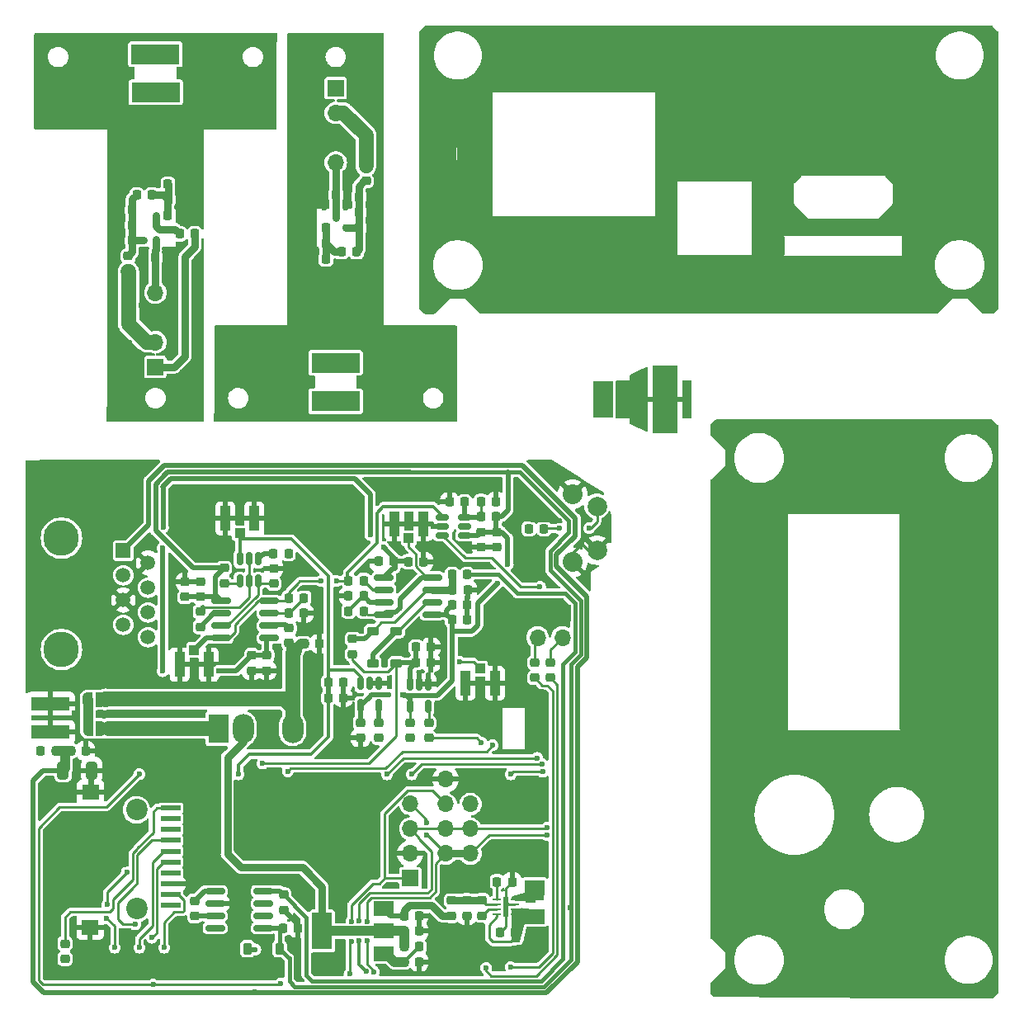
<source format=gbr>
G04 #@! TF.GenerationSoftware,KiCad,Pcbnew,7.0.1-0*
G04 #@! TF.CreationDate,2023-06-29T07:12:14-04:00*
G04 #@! TF.ProjectId,CosmicWatch,436f736d-6963-4576-9174-63682e6b6963,rev?*
G04 #@! TF.SameCoordinates,Original*
G04 #@! TF.FileFunction,Copper,L2,Bot*
G04 #@! TF.FilePolarity,Positive*
%FSLAX46Y46*%
G04 Gerber Fmt 4.6, Leading zero omitted, Abs format (unit mm)*
G04 Created by KiCad (PCBNEW 7.0.1-0) date 2023-06-29 07:12:14*
%MOMM*%
%LPD*%
G01*
G04 APERTURE LIST*
G04 Aperture macros list*
%AMRoundRect*
0 Rectangle with rounded corners*
0 $1 Rounding radius*
0 $2 $3 $4 $5 $6 $7 $8 $9 X,Y pos of 4 corners*
0 Add a 4 corners polygon primitive as box body*
4,1,4,$2,$3,$4,$5,$6,$7,$8,$9,$2,$3,0*
0 Add four circle primitives for the rounded corners*
1,1,$1+$1,$2,$3*
1,1,$1+$1,$4,$5*
1,1,$1+$1,$6,$7*
1,1,$1+$1,$8,$9*
0 Add four rect primitives between the rounded corners*
20,1,$1+$1,$2,$3,$4,$5,0*
20,1,$1+$1,$4,$5,$6,$7,0*
20,1,$1+$1,$6,$7,$8,$9,0*
20,1,$1+$1,$8,$9,$2,$3,0*%
%AMFreePoly0*
4,1,19,0.500000,-0.750000,0.000000,-0.750000,0.000000,-0.744911,-0.071157,-0.744911,-0.207708,-0.704816,-0.327430,-0.627875,-0.420627,-0.520320,-0.479746,-0.390866,-0.500000,-0.250000,-0.500000,0.250000,-0.479746,0.390866,-0.420627,0.520320,-0.327430,0.627875,-0.207708,0.704816,-0.071157,0.744911,0.000000,0.744911,0.000000,0.750000,0.500000,0.750000,0.500000,-0.750000,0.500000,-0.750000,
$1*%
%AMFreePoly1*
4,1,19,0.000000,0.744911,0.071157,0.744911,0.207708,0.704816,0.327430,0.627875,0.420627,0.520320,0.479746,0.390866,0.500000,0.250000,0.500000,-0.250000,0.479746,-0.390866,0.420627,-0.520320,0.327430,-0.627875,0.207708,-0.704816,0.071157,-0.744911,0.000000,-0.744911,0.000000,-0.750000,-0.500000,-0.750000,-0.500000,0.750000,0.000000,0.750000,0.000000,0.744911,0.000000,0.744911,
$1*%
G04 Aperture macros list end*
G04 #@! TA.AperFunction,SMDPad,CuDef*
%ADD10R,4.000000X1.400000*%
G04 #@! TD*
G04 #@! TA.AperFunction,ComponentPad*
%ADD11R,4.000000X1.400000*%
G04 #@! TD*
G04 #@! TA.AperFunction,ComponentPad*
%ADD12R,2.000000X4.000000*%
G04 #@! TD*
G04 #@! TA.AperFunction,ComponentPad*
%ADD13R,1.700000X1.700000*%
G04 #@! TD*
G04 #@! TA.AperFunction,ComponentPad*
%ADD14O,1.700000X1.700000*%
G04 #@! TD*
G04 #@! TA.AperFunction,ComponentPad*
%ADD15C,2.032000*%
G04 #@! TD*
G04 #@! TA.AperFunction,ComponentPad*
%ADD16C,2.000000*%
G04 #@! TD*
G04 #@! TA.AperFunction,ComponentPad*
%ADD17R,2.000000X3.000000*%
G04 #@! TD*
G04 #@! TA.AperFunction,ComponentPad*
%ADD18O,2.200000X3.000000*%
G04 #@! TD*
G04 #@! TA.AperFunction,ComponentPad*
%ADD19R,5.000000X2.000000*%
G04 #@! TD*
G04 #@! TA.AperFunction,ComponentPad*
%ADD20C,0.750000*%
G04 #@! TD*
G04 #@! TA.AperFunction,ComponentPad*
%ADD21R,2.000000X3.800000*%
G04 #@! TD*
G04 #@! TA.AperFunction,ComponentPad*
%ADD22R,2.500000X7.000000*%
G04 #@! TD*
G04 #@! TA.AperFunction,ComponentPad*
%ADD23C,0.600000*%
G04 #@! TD*
G04 #@! TA.AperFunction,WasherPad*
%ADD24C,3.650000*%
G04 #@! TD*
G04 #@! TA.AperFunction,ComponentPad*
%ADD25R,1.500000X1.500000*%
G04 #@! TD*
G04 #@! TA.AperFunction,ComponentPad*
%ADD26C,1.500000*%
G04 #@! TD*
G04 #@! TA.AperFunction,SMDPad,CuDef*
%ADD27RoundRect,0.225000X0.225000X0.250000X-0.225000X0.250000X-0.225000X-0.250000X0.225000X-0.250000X0*%
G04 #@! TD*
G04 #@! TA.AperFunction,SMDPad,CuDef*
%ADD28R,0.500000X2.000000*%
G04 #@! TD*
G04 #@! TA.AperFunction,SMDPad,CuDef*
%ADD29RoundRect,0.225000X-0.225000X-0.250000X0.225000X-0.250000X0.225000X0.250000X-0.225000X0.250000X0*%
G04 #@! TD*
G04 #@! TA.AperFunction,SMDPad,CuDef*
%ADD30RoundRect,0.225000X0.250000X-0.225000X0.250000X0.225000X-0.250000X0.225000X-0.250000X-0.225000X0*%
G04 #@! TD*
G04 #@! TA.AperFunction,SMDPad,CuDef*
%ADD31R,2.000000X0.500000*%
G04 #@! TD*
G04 #@! TA.AperFunction,SMDPad,CuDef*
%ADD32R,1.800000X1.500000*%
G04 #@! TD*
G04 #@! TA.AperFunction,ComponentPad*
%ADD33C,2.200000*%
G04 #@! TD*
G04 #@! TA.AperFunction,SMDPad,CuDef*
%ADD34RoundRect,0.250000X-0.325000X-0.650000X0.325000X-0.650000X0.325000X0.650000X-0.325000X0.650000X0*%
G04 #@! TD*
G04 #@! TA.AperFunction,SMDPad,CuDef*
%ADD35RoundRect,0.150000X0.150000X-0.512500X0.150000X0.512500X-0.150000X0.512500X-0.150000X-0.512500X0*%
G04 #@! TD*
G04 #@! TA.AperFunction,SMDPad,CuDef*
%ADD36RoundRect,0.225000X-0.250000X0.225000X-0.250000X-0.225000X0.250000X-0.225000X0.250000X0.225000X0*%
G04 #@! TD*
G04 #@! TA.AperFunction,SMDPad,CuDef*
%ADD37RoundRect,0.150000X-0.825000X-0.150000X0.825000X-0.150000X0.825000X0.150000X-0.825000X0.150000X0*%
G04 #@! TD*
G04 #@! TA.AperFunction,SMDPad,CuDef*
%ADD38RoundRect,0.150000X-0.150000X0.512500X-0.150000X-0.512500X0.150000X-0.512500X0.150000X0.512500X0*%
G04 #@! TD*
G04 #@! TA.AperFunction,SMDPad,CuDef*
%ADD39R,2.000000X1.500000*%
G04 #@! TD*
G04 #@! TA.AperFunction,SMDPad,CuDef*
%ADD40R,1.000000X0.800000*%
G04 #@! TD*
G04 #@! TA.AperFunction,SMDPad,CuDef*
%ADD41FreePoly0,0.000000*%
G04 #@! TD*
G04 #@! TA.AperFunction,SMDPad,CuDef*
%ADD42FreePoly1,0.000000*%
G04 #@! TD*
G04 #@! TA.AperFunction,SMDPad,CuDef*
%ADD43RoundRect,0.150000X-0.512500X-0.150000X0.512500X-0.150000X0.512500X0.150000X-0.512500X0.150000X0*%
G04 #@! TD*
G04 #@! TA.AperFunction,SMDPad,CuDef*
%ADD44R,1.000000X1.000000*%
G04 #@! TD*
G04 #@! TA.AperFunction,SMDPad,CuDef*
%ADD45R,1.000000X2.500000*%
G04 #@! TD*
G04 #@! TA.AperFunction,SMDPad,CuDef*
%ADD46RoundRect,0.225000X-0.375000X0.225000X-0.375000X-0.225000X0.375000X-0.225000X0.375000X0.225000X0*%
G04 #@! TD*
G04 #@! TA.AperFunction,SMDPad,CuDef*
%ADD47R,2.000000X3.800000*%
G04 #@! TD*
G04 #@! TA.AperFunction,SMDPad,CuDef*
%ADD48RoundRect,0.150000X0.825000X0.150000X-0.825000X0.150000X-0.825000X-0.150000X0.825000X-0.150000X0*%
G04 #@! TD*
G04 #@! TA.AperFunction,SMDPad,CuDef*
%ADD49RoundRect,0.225000X0.375000X-0.225000X0.375000X0.225000X-0.375000X0.225000X-0.375000X-0.225000X0*%
G04 #@! TD*
G04 #@! TA.AperFunction,SMDPad,CuDef*
%ADD50RoundRect,0.062500X0.375000X0.062500X-0.375000X0.062500X-0.375000X-0.062500X0.375000X-0.062500X0*%
G04 #@! TD*
G04 #@! TA.AperFunction,SMDPad,CuDef*
%ADD51R,0.560000X2.150000*%
G04 #@! TD*
G04 #@! TA.AperFunction,SMDPad,CuDef*
%ADD52RoundRect,0.225000X0.225000X0.375000X-0.225000X0.375000X-0.225000X-0.375000X0.225000X-0.375000X0*%
G04 #@! TD*
G04 #@! TA.AperFunction,ViaPad*
%ADD53C,0.600000*%
G04 #@! TD*
G04 #@! TA.AperFunction,Conductor*
%ADD54C,1.000000*%
G04 #@! TD*
G04 #@! TA.AperFunction,Conductor*
%ADD55C,0.750000*%
G04 #@! TD*
G04 #@! TA.AperFunction,Conductor*
%ADD56C,0.380000*%
G04 #@! TD*
G04 #@! TA.AperFunction,Conductor*
%ADD57C,0.500000*%
G04 #@! TD*
G04 #@! TA.AperFunction,Conductor*
%ADD58C,0.250000*%
G04 #@! TD*
G04 #@! TA.AperFunction,Conductor*
%ADD59C,0.400000*%
G04 #@! TD*
G04 #@! TA.AperFunction,Conductor*
%ADD60C,1.540000*%
G04 #@! TD*
G04 APERTURE END LIST*
D10*
X142600000Y-102460000D03*
D11*
X142600000Y-99560000D03*
D12*
X192230000Y-102110000D03*
D13*
X195105000Y-90235000D03*
D14*
X195105000Y-92775000D03*
X192565000Y-90235000D03*
X192565000Y-92775000D03*
D15*
X196162500Y-85060000D03*
D16*
X198662500Y-83810000D03*
D15*
X196162500Y-78060000D03*
D16*
X198662500Y-79310000D03*
D17*
X159810000Y-102110000D03*
D18*
X162350000Y-102110000D03*
X164890000Y-102110000D03*
X167430000Y-102110000D03*
D13*
X153355023Y-65008630D03*
D14*
X153355023Y-62468630D03*
X153355023Y-59928630D03*
X153355023Y-57388630D03*
D19*
X153405000Y-36835000D03*
D13*
X179505000Y-117480000D03*
D14*
X179505000Y-114940000D03*
X179505000Y-112400000D03*
X179505000Y-109860000D03*
D19*
X153355000Y-32935000D03*
X171830000Y-68535000D03*
X171830000Y-64585000D03*
D13*
X171855023Y-36408630D03*
D14*
X171855023Y-38948630D03*
X171855023Y-41488630D03*
X171855023Y-44028630D03*
D20*
X171855023Y-49758630D03*
X172855023Y-50758630D03*
X170855023Y-50758630D03*
D21*
X199255000Y-68335000D03*
D22*
X205630000Y-68335000D03*
D23*
X152110000Y-52000000D03*
X153370000Y-52000000D03*
X153370000Y-49480000D03*
X154630000Y-49480000D03*
D24*
X143710000Y-82580000D03*
X143710000Y-94010000D03*
D25*
X150060000Y-83850000D03*
D26*
X152600000Y-85120000D03*
X150060000Y-86390000D03*
X152600000Y-87660000D03*
X150060000Y-88930000D03*
X152600000Y-90200000D03*
X150060000Y-91470000D03*
X152600000Y-92740000D03*
D27*
X143140000Y-104390000D03*
X141590000Y-104390000D03*
D28*
X213370000Y-79870000D03*
X214170000Y-79870000D03*
X214970000Y-79870000D03*
D29*
X191680000Y-81610000D03*
X193230000Y-81610000D03*
D30*
X167070000Y-93350000D03*
X167070000Y-91800000D03*
X144080000Y-125735000D03*
X144080000Y-124185000D03*
D29*
X168630000Y-93410000D03*
X170180000Y-93410000D03*
D31*
X154920000Y-112486700D03*
X154920000Y-113597800D03*
X154920000Y-114708900D03*
X154920000Y-115820000D03*
X154920000Y-116931100D03*
X154920000Y-118042200D03*
D32*
X146695000Y-108639500D03*
X146645000Y-122539500D03*
D31*
X154920000Y-119153300D03*
X154920000Y-120264400D03*
X154920000Y-110264500D03*
X154920000Y-111375600D03*
D33*
X151420000Y-120614500D03*
X151420000Y-110464500D03*
D34*
X143870000Y-106420000D03*
X146820000Y-106420000D03*
D14*
X183140000Y-107330000D03*
X185680000Y-109870000D03*
X183140000Y-109870000D03*
X185680000Y-112410000D03*
X183140000Y-112410000D03*
X185680000Y-114950000D03*
X183140000Y-114950000D03*
D29*
X173165000Y-86930000D03*
X174715000Y-86930000D03*
D35*
X163900000Y-87000000D03*
X162950000Y-87000000D03*
X162000000Y-87000000D03*
X162000000Y-84725000D03*
X162950000Y-84725000D03*
X163900000Y-84725000D03*
D29*
X165455000Y-84160000D03*
X167005000Y-84160000D03*
D36*
X160410000Y-85650000D03*
X160410000Y-87200000D03*
D27*
X174725000Y-90070000D03*
X173175000Y-90070000D03*
X174725000Y-88490000D03*
X173175000Y-88490000D03*
D30*
X164780000Y-96160000D03*
X164780000Y-94610000D03*
D37*
X176795000Y-90405000D03*
X176795000Y-89135000D03*
X176795000Y-87865000D03*
X176795000Y-86595000D03*
X181745000Y-86595000D03*
X181745000Y-87865000D03*
X181745000Y-89135000D03*
X181745000Y-90405000D03*
D29*
X167050000Y-88730000D03*
X168600000Y-88730000D03*
X167045000Y-90270000D03*
X168595000Y-90270000D03*
D30*
X165480000Y-87215000D03*
X165480000Y-85665000D03*
X157955000Y-88610000D03*
X157955000Y-87060000D03*
D29*
X171105000Y-97360000D03*
X172655000Y-97360000D03*
D30*
X174380000Y-103070000D03*
X174380000Y-101520000D03*
D38*
X174400000Y-97502500D03*
X175350000Y-97502500D03*
X176300000Y-97502500D03*
X176300000Y-99777500D03*
X174400000Y-99777500D03*
D29*
X154630023Y-49458630D03*
X156180023Y-49458630D03*
X154655023Y-47858630D03*
X156205023Y-47858630D03*
X154630023Y-46258630D03*
X156180023Y-46258630D03*
D27*
X189960000Y-117840000D03*
X188410000Y-117840000D03*
D29*
X178850000Y-121310000D03*
X180400000Y-121310000D03*
D36*
X183750000Y-119770000D03*
X183750000Y-121320000D03*
D30*
X186870000Y-119755000D03*
X186870000Y-121305000D03*
D27*
X157380023Y-51358630D03*
X155830023Y-51358630D03*
D39*
X192280000Y-121390000D03*
D40*
X191830000Y-119690000D03*
D39*
X192280000Y-118440000D03*
D30*
X156405000Y-88610000D03*
X156405000Y-87060000D03*
D41*
X146430000Y-102110000D03*
D42*
X147730000Y-102110000D03*
D29*
X153355023Y-53808630D03*
X154905023Y-53808630D03*
D27*
X150980023Y-52008630D03*
X149430023Y-52008630D03*
X150980023Y-48908630D03*
X149430023Y-48908630D03*
X150980023Y-50458630D03*
X149430023Y-50458630D03*
D29*
X174230023Y-50758630D03*
X175780023Y-50758630D03*
X174230023Y-49158630D03*
X175780023Y-49158630D03*
X174230023Y-47558630D03*
X175780023Y-47558630D03*
D27*
X170855023Y-50758630D03*
X169305023Y-50758630D03*
X170855023Y-52358630D03*
X169305023Y-52358630D03*
X170855023Y-53958630D03*
X169305023Y-53958630D03*
X171855023Y-47358630D03*
X170305023Y-47358630D03*
D30*
X188380000Y-83485000D03*
X188380000Y-81935000D03*
X186805000Y-83485000D03*
X186805000Y-81935000D03*
D27*
X188330000Y-78810000D03*
X186780000Y-78810000D03*
D29*
X186780000Y-80360000D03*
X188330000Y-80360000D03*
D43*
X182817500Y-82310000D03*
X182817500Y-81360000D03*
X182817500Y-80410000D03*
X185092500Y-80410000D03*
X185092500Y-81360000D03*
X185092500Y-82310000D03*
D36*
X157955000Y-90135000D03*
X157955000Y-91685000D03*
D27*
X152980023Y-47358630D03*
X151430023Y-47358630D03*
D44*
X162005000Y-82060000D03*
D45*
X160505000Y-80560000D03*
X163505000Y-80560000D03*
D27*
X185355000Y-86310000D03*
X183805000Y-86310000D03*
D44*
X186680000Y-95960000D03*
D45*
X188180000Y-97460000D03*
X185180000Y-97460000D03*
D46*
X175655000Y-92110000D03*
X175655000Y-95410000D03*
D38*
X179480000Y-97547500D03*
X180430000Y-97547500D03*
X181380000Y-97547500D03*
X181380000Y-99822500D03*
X179480000Y-99822500D03*
D27*
X181630000Y-93760000D03*
X180080000Y-93760000D03*
D29*
X144645000Y-104390000D03*
X146195000Y-104390000D03*
D36*
X185310000Y-119760000D03*
X185310000Y-121310000D03*
D39*
X176755000Y-120610000D03*
X176755000Y-122910000D03*
D47*
X170455000Y-122910000D03*
D39*
X176755000Y-125210000D03*
D48*
X165025000Y-89035000D03*
X165025000Y-90305000D03*
X165025000Y-91575000D03*
X165025000Y-92845000D03*
X160075000Y-92845000D03*
X160075000Y-91575000D03*
X160075000Y-90305000D03*
X160075000Y-89035000D03*
D41*
X146420000Y-99160000D03*
D42*
X147720000Y-99160000D03*
D36*
X174955023Y-44383630D03*
X174955023Y-45933630D03*
D29*
X183810000Y-89450000D03*
X185360000Y-89450000D03*
D30*
X192280000Y-96910000D03*
X192280000Y-95360000D03*
D36*
X173580000Y-92935000D03*
X173580000Y-94485000D03*
X193880000Y-95360000D03*
X193880000Y-96910000D03*
D30*
X163230000Y-96160000D03*
X163230000Y-94610000D03*
D49*
X178080000Y-95410000D03*
X178080000Y-92110000D03*
D36*
X157380000Y-119785000D03*
X157380000Y-121335000D03*
D29*
X180055000Y-95360000D03*
X181605000Y-95360000D03*
D27*
X185380000Y-87860000D03*
X183830000Y-87860000D03*
X172630000Y-98960000D03*
X171080000Y-98960000D03*
X180405000Y-124510000D03*
X178855000Y-124510000D03*
D37*
X159465000Y-122605000D03*
X159465000Y-121335000D03*
X159465000Y-120065000D03*
X159465000Y-118795000D03*
X164415000Y-118795000D03*
X164415000Y-120065000D03*
X164415000Y-121335000D03*
X164415000Y-122605000D03*
D44*
X179355000Y-82610000D03*
D45*
X177855000Y-81110000D03*
X180855000Y-81110000D03*
D29*
X172430023Y-53208630D03*
X173980023Y-53208630D03*
D27*
X180870000Y-84990000D03*
X179320000Y-84990000D03*
D29*
X183810000Y-90980000D03*
X185360000Y-90980000D03*
X176265000Y-84980000D03*
X177815000Y-84980000D03*
D50*
X190260000Y-119680000D03*
X190260000Y-120180000D03*
X190260000Y-120680000D03*
X190260000Y-121180000D03*
X188385000Y-121180000D03*
X188385000Y-120680000D03*
X188385000Y-120180000D03*
X188385000Y-119680000D03*
D51*
X189322500Y-120430000D03*
D52*
X166105000Y-124710000D03*
X162805000Y-124710000D03*
D27*
X180405000Y-126060000D03*
X178855000Y-126060000D03*
D29*
X178830000Y-122910000D03*
X180380000Y-122910000D03*
D30*
X150555023Y-55183630D03*
X150555023Y-53633630D03*
D27*
X185080000Y-78860000D03*
X183530000Y-78860000D03*
D30*
X179480000Y-103085000D03*
X179480000Y-101535000D03*
D27*
X190240000Y-123060000D03*
X188690000Y-123060000D03*
D30*
X166510000Y-120715000D03*
X166510000Y-119165000D03*
D44*
X157330000Y-94060000D03*
D45*
X158830000Y-95560000D03*
X155830000Y-95560000D03*
D30*
X176300000Y-103065000D03*
X176300000Y-101515000D03*
X181405000Y-103085000D03*
X181405000Y-101535000D03*
D29*
X166430000Y-122610000D03*
X167980000Y-122610000D03*
D53*
X162330000Y-103310000D03*
X162360000Y-100900000D03*
X161870000Y-106820000D03*
X174955000Y-127060000D03*
X174250000Y-121885000D03*
X193505500Y-112260000D03*
X174250000Y-123910000D03*
X175764785Y-127065303D03*
X175063766Y-123909500D03*
X193505500Y-113059503D03*
X181205000Y-113060000D03*
X175075000Y-121910500D03*
X181205000Y-111760000D03*
X194830228Y-81592069D03*
X197855000Y-81560000D03*
X177280000Y-98660000D03*
X188447878Y-87217122D03*
X178704500Y-98620000D03*
X189505000Y-85310000D03*
X192280000Y-121390000D03*
X160410000Y-85650000D03*
X167020000Y-84160000D03*
X195880500Y-120509500D03*
X170340000Y-86990000D03*
X171940000Y-86970000D03*
X153120025Y-128360500D03*
X153000000Y-123580000D03*
X151680000Y-106810000D03*
X173450904Y-121910500D03*
X166230000Y-128260000D03*
X173454263Y-123987507D03*
X173271268Y-127310500D03*
X149280000Y-115760000D03*
X146930000Y-114110000D03*
X144130000Y-97560000D03*
X149930000Y-97610000D03*
X152430000Y-97610000D03*
X153730000Y-97610000D03*
X154980000Y-97610000D03*
X156130000Y-97610000D03*
X145430000Y-120210000D03*
X154705023Y-58608630D03*
X153355023Y-66558630D03*
X151255023Y-66858630D03*
X151255023Y-69308630D03*
X154755023Y-56108630D03*
X151955023Y-56158630D03*
X151905023Y-58658630D03*
X149405023Y-69308630D03*
X154755023Y-55258630D03*
X151955023Y-54608630D03*
X151705023Y-63558630D03*
X151180000Y-97610000D03*
X175455023Y-39758630D03*
X174355023Y-38658630D03*
X173505023Y-37758630D03*
X170305023Y-37858630D03*
X175655023Y-66958630D03*
X175655023Y-69558630D03*
X171855023Y-34858630D03*
X170255023Y-42858630D03*
X170355023Y-40258630D03*
X150705023Y-62508630D03*
X149405023Y-61208630D03*
X173405023Y-42858630D03*
X176305023Y-41158630D03*
X176305023Y-43608630D03*
X176305023Y-45958630D03*
X172855023Y-48708630D03*
X170655023Y-48708630D03*
X155405023Y-69358630D03*
X155405023Y-66908630D03*
X157255023Y-69358630D03*
X157255023Y-66908630D03*
X167955000Y-66958630D03*
X167955000Y-69558630D03*
X149155023Y-59058630D03*
X149155023Y-56958630D03*
X149155023Y-55008630D03*
X149155023Y-53158630D03*
X149405023Y-66858630D03*
X149405023Y-64408630D03*
X156155023Y-65558630D03*
X157405023Y-64058630D03*
X157405023Y-61608630D03*
X157405023Y-59458630D03*
X157405023Y-57508630D03*
X155455023Y-57908630D03*
X155405023Y-60108630D03*
X155405023Y-62258630D03*
X157405023Y-56208630D03*
X157605023Y-48208630D03*
X153355023Y-45658630D03*
X153355023Y-42508630D03*
X149105023Y-45658630D03*
X157605023Y-42508630D03*
X157605023Y-45608630D03*
X155505023Y-43958630D03*
X151255023Y-44058630D03*
X173905023Y-32008630D03*
X173905023Y-34608630D03*
X175755023Y-32008630D03*
X175755023Y-34608630D03*
X167855023Y-31958630D03*
X167855023Y-34558630D03*
X169705023Y-34558630D03*
X169705023Y-31958630D03*
X167855023Y-37058630D03*
X167855023Y-39658630D03*
X167855023Y-42108630D03*
X167855023Y-44708630D03*
X167855023Y-47308630D03*
X167905023Y-52708630D03*
X167905023Y-50108630D03*
X167905023Y-57808630D03*
X167905023Y-55208630D03*
X167955023Y-62508630D03*
X167955023Y-65108630D03*
X167955023Y-60008630D03*
X175655023Y-57358630D03*
X175655023Y-62458630D03*
X175655023Y-65058630D03*
X175655023Y-59958630D03*
X170565023Y-56158630D03*
X173165023Y-56158630D03*
X186780000Y-83485000D03*
X149155023Y-42458630D03*
X178555000Y-86760000D03*
X173165023Y-58585000D03*
X187410000Y-110670000D03*
X194804500Y-80792981D03*
X170565023Y-60960000D03*
X186330000Y-100085000D03*
X193955000Y-75960000D03*
X185290000Y-121330000D03*
X158630000Y-97610000D03*
X192020000Y-125900000D03*
X165480000Y-85650000D03*
X164480000Y-117310000D03*
X143280000Y-99560000D03*
X156180000Y-49460000D03*
X157105023Y-39208630D03*
X156880000Y-100560000D03*
X159480000Y-120060000D03*
X142855000Y-39258630D03*
X159730000Y-112110000D03*
X177860000Y-81100000D03*
X185380000Y-91060000D03*
X167380000Y-117310000D03*
X182655000Y-65135000D03*
X146820000Y-106420000D03*
X153180000Y-100560000D03*
X191955000Y-100535000D03*
X188670000Y-110670000D03*
X168580000Y-115410000D03*
X157105023Y-36608630D03*
X149405023Y-36658630D03*
X191710000Y-116230000D03*
X149405023Y-31910000D03*
X161730000Y-112160000D03*
X163380000Y-97610000D03*
X172180000Y-95185000D03*
X162530000Y-115360000D03*
X140880000Y-95060000D03*
X162130000Y-94260000D03*
X172630000Y-98960000D03*
X179254977Y-69560000D03*
X148730000Y-97620000D03*
X188690000Y-116220000D03*
X173165023Y-60960000D03*
X150455000Y-78610000D03*
X182730000Y-96885000D03*
X193360000Y-109190000D03*
X164730000Y-69558630D03*
X167230000Y-115410000D03*
X182800000Y-81370000D03*
X170180000Y-92160000D03*
X182590000Y-119620000D03*
X172255000Y-103310000D03*
X191680000Y-114860000D03*
X171430000Y-120335000D03*
X205255000Y-65835000D03*
X166132698Y-115391238D03*
X161730000Y-113160000D03*
X144805000Y-78560000D03*
X151930000Y-103660000D03*
X168430000Y-117910000D03*
X182655000Y-62535000D03*
X176240000Y-84950000D03*
X180870000Y-81070000D03*
X168880000Y-97910000D03*
X147755000Y-95035000D03*
X159730000Y-111110000D03*
X142830000Y-97560000D03*
X154830000Y-109310000D03*
X157105023Y-34458630D03*
X158030000Y-103660000D03*
X164730000Y-66958630D03*
X149480000Y-100570000D03*
X188330000Y-78810000D03*
X187400000Y-114850000D03*
X164680000Y-97610000D03*
X161680000Y-117260000D03*
X160705000Y-31910000D03*
X154480000Y-100560000D03*
X160530000Y-80560000D03*
X156405000Y-87060000D03*
X163030000Y-117310000D03*
X160705000Y-39260000D03*
X155855000Y-94835000D03*
X233280000Y-39435000D03*
X168880000Y-96760000D03*
X147410000Y-97620000D03*
X160705000Y-36660000D03*
X155730000Y-100560000D03*
X169480000Y-120310000D03*
X161730000Y-114260000D03*
X182680000Y-92085000D03*
X189320000Y-120910000D03*
X231280000Y-102310000D03*
X180880000Y-85010000D03*
X187430000Y-116220000D03*
X180375000Y-121310000D03*
X185330000Y-89460000D03*
X174380000Y-103060000D03*
X176555000Y-78260000D03*
X164780000Y-96185000D03*
X141430000Y-99560000D03*
X145120000Y-98220000D03*
X161730000Y-109110000D03*
X170830000Y-117310000D03*
X159730000Y-113110000D03*
X189915000Y-117940000D03*
X158080000Y-100560000D03*
X159730000Y-110060000D03*
X142380000Y-86610000D03*
X217230000Y-123060000D03*
X170230000Y-94710000D03*
X179505000Y-103110000D03*
X181955000Y-78335000D03*
X164730023Y-62508630D03*
X169030000Y-92160000D03*
X153405000Y-39610000D03*
X189300000Y-119940000D03*
X165980000Y-96310000D03*
X163530000Y-80510000D03*
X190680000Y-85935000D03*
X145050000Y-100540000D03*
X188660000Y-114850000D03*
X237830000Y-100360000D03*
X172180000Y-91560000D03*
X145955000Y-122535000D03*
X158855000Y-94760000D03*
X145155000Y-86210000D03*
X163105000Y-91685000D03*
X141480000Y-76160000D03*
X191690000Y-110680000D03*
X146180023Y-31910000D03*
X159730000Y-109060000D03*
X190055000Y-114850000D03*
X149405023Y-34510000D03*
X168630000Y-90260000D03*
X183905000Y-102060000D03*
X149480000Y-103670000D03*
X161730000Y-110110000D03*
X161405000Y-65108630D03*
X186330000Y-102060000D03*
X188355000Y-83535000D03*
X160705000Y-34510000D03*
X142855000Y-36658630D03*
X188670000Y-109180000D03*
X164780000Y-115410000D03*
X169780000Y-116285000D03*
X190905000Y-98335000D03*
X165930000Y-117310000D03*
X164880000Y-100960000D03*
X169030000Y-80510000D03*
X168880000Y-95510000D03*
X165980000Y-97610000D03*
X205405000Y-70460000D03*
X173180000Y-88485000D03*
X164105000Y-39285000D03*
X165980000Y-94960000D03*
X179255000Y-65110000D03*
X168880000Y-99210000D03*
X171430000Y-118735000D03*
X183905000Y-100110000D03*
X188710000Y-123070000D03*
X193380000Y-116230000D03*
X151930000Y-100560000D03*
X174330000Y-83235000D03*
X150680000Y-100560000D03*
X159830000Y-115310000D03*
X149430023Y-50458630D03*
X236630000Y-108210000D03*
X193360000Y-110680000D03*
X146630000Y-125410000D03*
X159730000Y-114210000D03*
X159330000Y-106660000D03*
X218830000Y-105010000D03*
X150596000Y-112456000D03*
X161730000Y-108110000D03*
X191705000Y-80585000D03*
X141430000Y-97560000D03*
X172230000Y-101260000D03*
X155730000Y-103660000D03*
X157405023Y-54885000D03*
X159730000Y-108060000D03*
X157955000Y-87035000D03*
X164105000Y-36685000D03*
X179255000Y-62510000D03*
X172030000Y-85635000D03*
X185380000Y-87860000D03*
X148360000Y-103540000D03*
X177400000Y-118310000D03*
X150855000Y-95060000D03*
X193005000Y-98335000D03*
X236580000Y-102310000D03*
X166530000Y-120710000D03*
X183530000Y-78860000D03*
X191980000Y-103610000D03*
X188855000Y-88785000D03*
X190065000Y-110670000D03*
X170180000Y-93410000D03*
X177805000Y-116410000D03*
X187410000Y-109180000D03*
X150680000Y-103660000D03*
X172130000Y-125410000D03*
X175355000Y-97485000D03*
X185180000Y-93335000D03*
X153180000Y-103660000D03*
X154905023Y-53808630D03*
X156880000Y-103660000D03*
X199180000Y-81560000D03*
X146180023Y-36658630D03*
X193350000Y-114860000D03*
X154830000Y-118060000D03*
X157105023Y-31858630D03*
X176305000Y-97485000D03*
X180230000Y-92060000D03*
X169480000Y-118810000D03*
X190085000Y-116220000D03*
X191690000Y-109190000D03*
X159780000Y-97610000D03*
X216030000Y-106060000D03*
X161730000Y-111160000D03*
X169710000Y-101530000D03*
X189830000Y-81260000D03*
X170565023Y-58585000D03*
X159330000Y-105210000D03*
X161405000Y-62508630D03*
X179254977Y-66960000D03*
X232380000Y-105460000D03*
X149405023Y-39258630D03*
X164730023Y-65108630D03*
X156430000Y-80210000D03*
X169750000Y-103010000D03*
X235230000Y-40685000D03*
X162230000Y-97610000D03*
X163230000Y-96185000D03*
X146180023Y-34510000D03*
X172655000Y-97360000D03*
X157380000Y-97610000D03*
X169670000Y-100000000D03*
X146110000Y-97610000D03*
X163680000Y-115410000D03*
X154480000Y-103660000D03*
X175705023Y-54860000D03*
X180400000Y-122910000D03*
X160980000Y-97610000D03*
X160730000Y-116310000D03*
X190065000Y-109180000D03*
X146180023Y-39258630D03*
X167410000Y-100910000D03*
X167410000Y-103310000D03*
X179650000Y-106820000D03*
X193034160Y-105759500D03*
X192530000Y-105135000D03*
X177110000Y-106820000D03*
X144080000Y-125760000D03*
X148359454Y-121564500D03*
X150400501Y-116900000D03*
X148395500Y-120180000D03*
X149170000Y-124600000D03*
X154920000Y-116931100D03*
X151710000Y-124600000D03*
X154250000Y-124600000D03*
X151270000Y-122220000D03*
X159140000Y-103280000D03*
X160490000Y-103310000D03*
X160480000Y-100930000D03*
X159150000Y-100930000D03*
X189810000Y-106820000D03*
X193082902Y-106557515D03*
X192805000Y-87560500D03*
X141590000Y-104390000D03*
X198980000Y-67060000D03*
X198980000Y-69510000D03*
X151955000Y-36910000D03*
X154905000Y-36860000D03*
X170080000Y-64610000D03*
X173705000Y-64610000D03*
X170080000Y-68560000D03*
X173530000Y-68560000D03*
X151730000Y-32810000D03*
X154780000Y-32860000D03*
X163580000Y-129110000D03*
X163605000Y-124785000D03*
X146430000Y-102110000D03*
X184559500Y-95260000D03*
X180055000Y-95360000D03*
X164355000Y-105710000D03*
X187955000Y-103835000D03*
X166930000Y-106510000D03*
X191680000Y-81610000D03*
X154100023Y-83614977D03*
X159829502Y-96185000D03*
X179320000Y-84990000D03*
X175390500Y-82260000D03*
X154105000Y-96235000D03*
X176755000Y-83535000D03*
X185330000Y-86310000D03*
X154130000Y-81460000D03*
X176430000Y-102960000D03*
X186805000Y-103560000D03*
X187280000Y-126660000D03*
X189805000Y-126585000D03*
D54*
X178855000Y-122935000D02*
X178880000Y-122910000D01*
D55*
X160730000Y-105110000D02*
X160730000Y-114960000D01*
D54*
X176755000Y-122910000D02*
X170455000Y-122910000D01*
X162330000Y-102130000D02*
X162350000Y-102110000D01*
D55*
X170455000Y-118372437D02*
X170455000Y-122910000D01*
D54*
X178855000Y-124510000D02*
X178855000Y-122935000D01*
D55*
X162350000Y-103490000D02*
X160730000Y-105110000D01*
X160730000Y-114960000D02*
X162130000Y-116360000D01*
X168442563Y-116360000D02*
X170455000Y-118372437D01*
D54*
X176755000Y-122910000D02*
X178880000Y-122910000D01*
D55*
X162130000Y-116360000D02*
X168442563Y-116360000D01*
D54*
X162330000Y-103310000D02*
X162330000Y-102130000D01*
D56*
X162000000Y-83630000D02*
X162005000Y-83625000D01*
X171105000Y-96510000D02*
X171105000Y-102960000D01*
X162005000Y-83625000D02*
X162005000Y-82685000D01*
X174480000Y-96860000D02*
X174400000Y-96940000D01*
X171105000Y-86485000D02*
X171105000Y-96110000D01*
X167305000Y-82685000D02*
X171105000Y-86485000D01*
X171105000Y-96110000D02*
X171105000Y-96510000D01*
X171105000Y-96110000D02*
X173730000Y-96110000D01*
X162005000Y-82685000D02*
X167305000Y-82685000D01*
X169330000Y-104735000D02*
X162980000Y-104735000D01*
X174400000Y-96940000D02*
X174400000Y-97502500D01*
X162980000Y-104735000D02*
X161870000Y-105845000D01*
X161870000Y-105845000D02*
X161870000Y-106820000D01*
X171105000Y-96510000D02*
X171105000Y-97360000D01*
D57*
X171080000Y-98960000D02*
X171080000Y-97385000D01*
X171080000Y-97385000D02*
X171105000Y-97360000D01*
D56*
X162000000Y-83630000D02*
X162000000Y-84725000D01*
X173730000Y-96110000D02*
X174480000Y-96860000D01*
X162005000Y-82685000D02*
X162005000Y-82060000D01*
X171105000Y-102960000D02*
X169330000Y-104735000D01*
D58*
X180455000Y-113350000D02*
X179505000Y-112400000D01*
X181293604Y-119010000D02*
X181655000Y-118648604D01*
D56*
X174955000Y-127060000D02*
X174250000Y-126355000D01*
D58*
X179530000Y-112400000D02*
X183130000Y-112400000D01*
X181655000Y-118648604D02*
X181655000Y-114710000D01*
X183130000Y-112400000D02*
X183140000Y-112410000D01*
X174250000Y-121885000D02*
X174250000Y-120078604D01*
X181655000Y-114710000D02*
X180455000Y-113510000D01*
X180455000Y-113510000D02*
X180455000Y-113350000D01*
X183140000Y-112410000D02*
X185680000Y-112410000D01*
X174250000Y-120078604D02*
X175318604Y-119010000D01*
D56*
X174250000Y-126355000D02*
X174250000Y-123910000D01*
D58*
X175318604Y-119010000D02*
X181293604Y-119010000D01*
X193505500Y-112260000D02*
X193355500Y-112410000D01*
X193355500Y-112410000D02*
X185680000Y-112410000D01*
X182105000Y-118835000D02*
X182105000Y-115985000D01*
X175075000Y-119890000D02*
X175505000Y-119460000D01*
X181480000Y-119460000D02*
X182105000Y-118835000D01*
X175075000Y-121910500D02*
X175075000Y-119890000D01*
D55*
X185680000Y-114950000D02*
X183140000Y-114950000D01*
D58*
X181250000Y-113060000D02*
X183140000Y-114950000D01*
X181205000Y-113060000D02*
X181250000Y-113060000D01*
X182105000Y-115985000D02*
X183140000Y-114950000D01*
X175063766Y-126284882D02*
X175764785Y-126985901D01*
X179530000Y-109860000D02*
X181205000Y-111535000D01*
X187570497Y-113059503D02*
X185680000Y-114950000D01*
X175063766Y-123909500D02*
X175063766Y-126284882D01*
X193505500Y-113059503D02*
X187570497Y-113059503D01*
X175505000Y-119460000D02*
X181480000Y-119460000D01*
X181205000Y-111535000D02*
X181205000Y-111760000D01*
X175764785Y-126985901D02*
X175764785Y-127065303D01*
X198662500Y-80902500D02*
X198255000Y-81310000D01*
X198662500Y-79310000D02*
X198662500Y-80902500D01*
X198005000Y-81560000D02*
X197855000Y-81560000D01*
X198255000Y-81310000D02*
X198005000Y-81560000D01*
X194830228Y-81592069D02*
X193247931Y-81592069D01*
D55*
X150980023Y-50458630D02*
X150980023Y-52008630D01*
X150980023Y-48908630D02*
X150980023Y-50458630D01*
X150980023Y-53208630D02*
X150555023Y-53633630D01*
X151005023Y-51983630D02*
X150980023Y-52008630D01*
X150980023Y-47808630D02*
X151430023Y-47358630D01*
X150980023Y-52008630D02*
X150980023Y-53208630D01*
X152105023Y-51983630D02*
X151005023Y-51983630D01*
X150980023Y-48908630D02*
X150980023Y-47808630D01*
D57*
X185092500Y-80410000D02*
X186730000Y-80410000D01*
X185080000Y-80397500D02*
X185092500Y-80410000D01*
X185080000Y-78860000D02*
X185080000Y-80397500D01*
X186730000Y-80410000D02*
X186780000Y-80360000D01*
D58*
X186780000Y-78810000D02*
X186780000Y-80360000D01*
D57*
X176300000Y-99777500D02*
X176300000Y-101515000D01*
X188330000Y-80360000D02*
X188880000Y-80360000D01*
D58*
X190240000Y-121200000D02*
X190260000Y-121180000D01*
D57*
X153380000Y-81835000D02*
X153380000Y-81785000D01*
D59*
X195780000Y-82010000D02*
X195780000Y-80779238D01*
D57*
X164415000Y-122605000D02*
X166425000Y-122605000D01*
X179480000Y-99120000D02*
X179480000Y-99822500D01*
X189380000Y-82460000D02*
X189505000Y-82585000D01*
X178704500Y-98620000D02*
X178980000Y-98620000D01*
X189530000Y-75835000D02*
X189480000Y-75785000D01*
X175530000Y-98660000D02*
X177280000Y-98660000D01*
X181745000Y-90405000D02*
X183235000Y-90405000D01*
X186805000Y-81935000D02*
X188380000Y-81935000D01*
D59*
X195980000Y-120660000D02*
X195980000Y-125790762D01*
D57*
X166425000Y-122605000D02*
X166430000Y-122610000D01*
D59*
X193855000Y-83935000D02*
X195780000Y-82010000D01*
X195780000Y-80779238D02*
X190785762Y-75785000D01*
D58*
X187580000Y-123670000D02*
X187580000Y-122260000D01*
D57*
X154455000Y-75960000D02*
X154630000Y-75785000D01*
X159485000Y-88445000D02*
X160075000Y-89035000D01*
X160410000Y-85650000D02*
X157195000Y-85650000D01*
D59*
X167055000Y-125660000D02*
X166105000Y-124710000D01*
D57*
X156405000Y-88610000D02*
X157955000Y-88610000D01*
D58*
X187580000Y-122260000D02*
X188385000Y-121455000D01*
D59*
X196980000Y-94540762D02*
X196980000Y-88978705D01*
D57*
X183235000Y-90405000D02*
X183810000Y-90980000D01*
D59*
X188330000Y-75785000D02*
X179505000Y-75785000D01*
X167630000Y-128610000D02*
X167080000Y-128060000D01*
D57*
X153380000Y-81785000D02*
X153380000Y-77035000D01*
X188447878Y-87217122D02*
X186430000Y-89235000D01*
D58*
X190260000Y-121180000D02*
X191000000Y-121180000D01*
X187920000Y-124010000D02*
X187580000Y-123670000D01*
D57*
X182290000Y-98710000D02*
X183810000Y-97190000D01*
X174412500Y-99777500D02*
X175320000Y-98870000D01*
X178794500Y-98710000D02*
X182290000Y-98710000D01*
X189530000Y-79710000D02*
X189530000Y-75835000D01*
X186430000Y-89235000D02*
X186430000Y-91510000D01*
X154630000Y-75785000D02*
X168380000Y-75785000D01*
X168380000Y-75785000D02*
X179505000Y-75785000D01*
X153380000Y-77035000D02*
X154455000Y-75960000D01*
X189505000Y-82585000D02*
X189505000Y-85310000D01*
D58*
X190240000Y-123560000D02*
X189790000Y-124010000D01*
D57*
X174400000Y-99777500D02*
X174412500Y-99777500D01*
D59*
X166105000Y-122935000D02*
X166430000Y-122610000D01*
D58*
X191994473Y-121180000D02*
X192202236Y-121387763D01*
X190240000Y-123060000D02*
X190240000Y-121200000D01*
D59*
X195980000Y-120509500D02*
X195880500Y-120410000D01*
D57*
X188880000Y-80360000D02*
X189530000Y-79710000D01*
D58*
X190240000Y-123060000D02*
X190240000Y-123560000D01*
D59*
X195980000Y-95540762D02*
X196980000Y-94540762D01*
X195980000Y-120660000D02*
X195980000Y-95540762D01*
D57*
X183235000Y-90405000D02*
X183235000Y-90025000D01*
X183835000Y-92135000D02*
X183810000Y-92160000D01*
X188330000Y-80360000D02*
X188330000Y-81885000D01*
X175320000Y-98870000D02*
X175530000Y-98660000D01*
X183235000Y-90025000D02*
X183810000Y-89450000D01*
D58*
X191020000Y-121160000D02*
X191000000Y-121180000D01*
D59*
X195980000Y-120509500D02*
X195880500Y-120509500D01*
D57*
X178704500Y-98620000D02*
X178794500Y-98710000D01*
D59*
X193160762Y-128610000D02*
X167630000Y-128610000D01*
D58*
X189790000Y-124010000D02*
X187920000Y-124010000D01*
D59*
X193855000Y-85853705D02*
X193855000Y-83935000D01*
D57*
X183810000Y-92160000D02*
X183810000Y-90980000D01*
D58*
X191020000Y-120680000D02*
X191020000Y-121160000D01*
D59*
X189480000Y-75785000D02*
X188330000Y-75785000D01*
D57*
X188380000Y-81935000D02*
X188855000Y-81935000D01*
X174380000Y-99797500D02*
X174400000Y-99777500D01*
D58*
X190260000Y-120680000D02*
X191020000Y-120680000D01*
D57*
X186430000Y-91510000D02*
X185805000Y-92135000D01*
D58*
X191020000Y-120680000D02*
X191494473Y-120680000D01*
D57*
X160410000Y-85650000D02*
X159485000Y-86575000D01*
X186430000Y-82310000D02*
X186805000Y-81935000D01*
X157195000Y-85650000D02*
X153380000Y-81835000D01*
X178980000Y-98620000D02*
X179480000Y-99120000D01*
X157955000Y-88610000D02*
X159650000Y-88610000D01*
X188855000Y-81935000D02*
X189380000Y-82460000D01*
D59*
X196980000Y-88978705D02*
X193855000Y-85853705D01*
X166105000Y-124710000D02*
X166105000Y-122935000D01*
D57*
X185805000Y-92135000D02*
X183835000Y-92135000D01*
D59*
X195980000Y-120660000D02*
X195980000Y-120509500D01*
D57*
X183810000Y-97190000D02*
X183810000Y-92160000D01*
D58*
X179480000Y-101535000D02*
X179480000Y-99822500D01*
D57*
X185092500Y-82310000D02*
X186430000Y-82310000D01*
X174380000Y-101520000D02*
X174380000Y-99797500D01*
D58*
X191494473Y-120680000D02*
X192202236Y-121387763D01*
D57*
X159485000Y-86575000D02*
X159485000Y-88445000D01*
D59*
X167080000Y-128060000D02*
X167080000Y-125660000D01*
X190785762Y-75785000D02*
X189480000Y-75785000D01*
X167080000Y-125660000D02*
X167055000Y-125660000D01*
D58*
X191000000Y-121180000D02*
X191994473Y-121180000D01*
D59*
X195980000Y-125790762D02*
X193160762Y-128610000D01*
D58*
X188385000Y-121455000D02*
X188385000Y-121180000D01*
D56*
X173080000Y-86110000D02*
X176080000Y-83110000D01*
X176730000Y-79360000D02*
X181880000Y-79360000D01*
X176080000Y-83110000D02*
X176080000Y-80010000D01*
D57*
X158545000Y-92845000D02*
X157330000Y-94060000D01*
D58*
X161500000Y-91480000D02*
X161500000Y-92210000D01*
D57*
X160075000Y-92845000D02*
X158545000Y-92845000D01*
D56*
X173080000Y-86845000D02*
X173165000Y-86930000D01*
X176080000Y-80010000D02*
X176730000Y-79360000D01*
D58*
X166745000Y-89035000D02*
X167050000Y-88730000D01*
X161500000Y-92210000D02*
X161005000Y-92705000D01*
X165025000Y-89035000D02*
X166745000Y-89035000D01*
X167050000Y-88115000D02*
X167050000Y-88730000D01*
X167855000Y-87310000D02*
X168175000Y-86990000D01*
D56*
X181880000Y-79360000D02*
X182817500Y-80297500D01*
D58*
X173125000Y-86970000D02*
X173165000Y-86930000D01*
X171940000Y-86970000D02*
X173125000Y-86970000D01*
D56*
X182817500Y-80297500D02*
X182817500Y-80410000D01*
D58*
X168175000Y-86990000D02*
X170340000Y-86990000D01*
D56*
X173080000Y-86110000D02*
X173080000Y-86845000D01*
D58*
X167855000Y-87310000D02*
X167050000Y-88115000D01*
X163945000Y-89035000D02*
X161500000Y-91480000D01*
X165025000Y-89035000D02*
X163945000Y-89035000D01*
X141355000Y-112335000D02*
X141355000Y-127921828D01*
X175682208Y-118010000D02*
X176355000Y-118010000D01*
X173271268Y-124170502D02*
X173454263Y-123987507D01*
X153480000Y-123100000D02*
X153480000Y-116510000D01*
X176885000Y-117480000D02*
X177880000Y-117480000D01*
X173450904Y-120241304D02*
X175682208Y-118010000D01*
X141355000Y-127921828D02*
X141843172Y-128410000D01*
X173450904Y-121910500D02*
X173450904Y-120241304D01*
X148330000Y-110160000D02*
X143530000Y-110160000D01*
X177880000Y-117480000D02*
X179505000Y-117480000D01*
X141843172Y-128410000D02*
X153070525Y-128410000D01*
X153480000Y-116510000D02*
X154170000Y-115820000D01*
X166129500Y-128360500D02*
X166230000Y-128260000D01*
X179218299Y-108485000D02*
X181755000Y-108485000D01*
X181755000Y-108485000D02*
X183140000Y-109870000D01*
X143530000Y-110160000D02*
X141355000Y-112335000D01*
X176885000Y-110818299D02*
X179218299Y-108485000D01*
X153000000Y-123580000D02*
X153480000Y-123100000D01*
X151680000Y-106810000D02*
X148330000Y-110160000D01*
X173271268Y-127310500D02*
X173271268Y-124170502D01*
X153070525Y-128410000D02*
X153120025Y-128360500D01*
X176885000Y-117480000D02*
X176885000Y-110818299D01*
X176355000Y-118010000D02*
X176885000Y-117480000D01*
X154170000Y-115820000D02*
X154920000Y-115820000D01*
X153120025Y-128360500D02*
X166129500Y-128360500D01*
D56*
X146695000Y-108639500D02*
X146695000Y-107445000D01*
D58*
X189572500Y-120180000D02*
X189300000Y-119940000D01*
X189300000Y-118500000D02*
X189300000Y-119940000D01*
D57*
X167980000Y-122185000D02*
X166510000Y-120715000D01*
D58*
X196162500Y-85060000D02*
X196162500Y-84067500D01*
D57*
X167980000Y-122610000D02*
X167980000Y-122185000D01*
D58*
X189300000Y-119940000D02*
X189322500Y-120430000D01*
X196162500Y-84067500D02*
X197090000Y-83140000D01*
X197760000Y-83810000D02*
X198662500Y-83810000D01*
X189322500Y-122427500D02*
X189322500Y-120430000D01*
X197090000Y-83140000D02*
X197760000Y-83810000D01*
X190260000Y-120180000D02*
X189572500Y-120180000D01*
X189960000Y-117840000D02*
X189300000Y-118500000D01*
X194804500Y-80792981D02*
X191912981Y-80792981D01*
X188690000Y-123060000D02*
X189322500Y-122427500D01*
X191912981Y-80792981D02*
X191705000Y-80585000D01*
D55*
X167070000Y-93350000D02*
X167070000Y-93600000D01*
D54*
X168320000Y-93410000D02*
X167600000Y-94130000D01*
D60*
X167430000Y-99970000D02*
X166550000Y-99090000D01*
X166550000Y-99090000D02*
X148280000Y-99090000D01*
D55*
X167130000Y-93410000D02*
X167070000Y-93350000D01*
D60*
X167430000Y-99970000D02*
X167430000Y-94300000D01*
X167430000Y-99970000D02*
X167430000Y-102110000D01*
X148280000Y-99090000D02*
X148210000Y-99160000D01*
X167600000Y-94130000D02*
X167580000Y-94110000D01*
D55*
X167070000Y-93600000D02*
X167600000Y-94130000D01*
D54*
X147720000Y-99160000D02*
X148210000Y-99160000D01*
D60*
X167430000Y-94300000D02*
X167600000Y-94130000D01*
D54*
X168630000Y-93410000D02*
X168320000Y-93410000D01*
D58*
X193034160Y-105759500D02*
X180710500Y-105759500D01*
X180710500Y-105759500D02*
X179650000Y-106820000D01*
X178795000Y-105135000D02*
X177110000Y-106820000D01*
X192530000Y-105135000D02*
X178795000Y-105135000D01*
X148395500Y-118905001D02*
X148395500Y-120180000D01*
X149170000Y-122375046D02*
X149170000Y-124600000D01*
X148359454Y-121564500D02*
X149170000Y-122375046D01*
X150400501Y-116900000D02*
X148395500Y-118905001D01*
X153030000Y-122350000D02*
X153030000Y-115848900D01*
X151710000Y-124600000D02*
X151710000Y-123680000D01*
X151710000Y-123680000D02*
X151925001Y-123464999D01*
X154170000Y-114708900D02*
X154920000Y-114708900D01*
X153030000Y-115848900D02*
X154170000Y-114708900D01*
X151925001Y-123454999D02*
X153030000Y-122350000D01*
X151925001Y-123464999D02*
X151925001Y-123454999D01*
X155300000Y-120960000D02*
X154250000Y-122010000D01*
X156130000Y-120960000D02*
X155300000Y-120960000D01*
X156267500Y-120822500D02*
X156130000Y-120960000D01*
X155698300Y-119153300D02*
X156267500Y-119722500D01*
X154250000Y-122010000D02*
X154250000Y-124600000D01*
X156267500Y-119722500D02*
X156267500Y-120822500D01*
X154920000Y-113597800D02*
X152984500Y-113597800D01*
X154230000Y-113593300D02*
X152980000Y-113593300D01*
X150930000Y-118520000D02*
X149470000Y-119980000D01*
X152980000Y-113593300D02*
X151475001Y-115098299D01*
X149470000Y-119980000D02*
X149470000Y-121050000D01*
X149470000Y-121050000D02*
X149470000Y-121670000D01*
X151475001Y-117974999D02*
X150930000Y-118520000D01*
X151475001Y-117650000D02*
X151475001Y-117974999D01*
X150020000Y-122220000D02*
X151270000Y-122220000D01*
X151475001Y-115098299D02*
X151475001Y-117650000D01*
X149470000Y-121670000D02*
X150000000Y-122200000D01*
X150000000Y-122200000D02*
X150020000Y-122220000D01*
X152984500Y-113597800D02*
X152980000Y-113593300D01*
X193880000Y-94000000D02*
X195105000Y-92775000D01*
X193880000Y-95360000D02*
X193880000Y-94000000D01*
X192290000Y-95350000D02*
X192290000Y-92360000D01*
X192280000Y-95360000D02*
X192290000Y-95350000D01*
D60*
X172665421Y-38948630D02*
X174955023Y-41238232D01*
X174955023Y-41238232D02*
X174955023Y-44383630D01*
X171855023Y-38948630D02*
X172665421Y-38948630D01*
D55*
X171855023Y-47358630D02*
X171855023Y-49758630D01*
X171855023Y-47358630D02*
X171855023Y-44028630D01*
X153355023Y-65008630D02*
X155305023Y-65008630D01*
X155305023Y-65008630D02*
X156405023Y-63908630D01*
X156405023Y-53683630D02*
X157380023Y-52708630D01*
X156405023Y-63908630D02*
X156405023Y-53683630D01*
X157380023Y-52708630D02*
X157380023Y-51358630D01*
D60*
X150605023Y-55233630D02*
X150555023Y-55183630D01*
X150605023Y-60608630D02*
X150605023Y-55233630D01*
X153355023Y-62468630D02*
X153015023Y-62468630D01*
X152465023Y-62468630D02*
X150605023Y-60608630D01*
X153355023Y-62468630D02*
X152465023Y-62468630D01*
X153355023Y-62468630D02*
X152594625Y-62468630D01*
D55*
X153355023Y-53808630D02*
X153355023Y-57388630D01*
X153365023Y-52998630D02*
X153355023Y-53008630D01*
X153355023Y-53008630D02*
X153355023Y-53808630D01*
X153365023Y-51958630D02*
X153365023Y-52998630D01*
D58*
X165480000Y-87215000D02*
X164115000Y-87215000D01*
X160705000Y-91575000D02*
X163900000Y-88380000D01*
X160075000Y-91575000D02*
X160705000Y-91575000D01*
X163900000Y-88380000D02*
X163900000Y-87000000D01*
X164115000Y-87215000D02*
X163900000Y-87000000D01*
D57*
X157955000Y-90135000D02*
X157955000Y-89990000D01*
X157955000Y-89990000D02*
X158270000Y-89675000D01*
D58*
X162950000Y-88693604D02*
X162950000Y-87000000D01*
X161968604Y-89675000D02*
X162950000Y-88693604D01*
X158270000Y-89675000D02*
X161968604Y-89675000D01*
X162950000Y-84725000D02*
X162950000Y-87000000D01*
X161800000Y-87200000D02*
X162000000Y-87000000D01*
X160410000Y-87200000D02*
X161800000Y-87200000D01*
D57*
X164465000Y-84160000D02*
X163900000Y-84725000D01*
X165455000Y-84160000D02*
X164465000Y-84160000D01*
D60*
X159810000Y-102110000D02*
X148560000Y-102110000D01*
D54*
X147730000Y-102110000D02*
X148560000Y-102110000D01*
D58*
X187855000Y-84610000D02*
X189555000Y-86310000D01*
X190805500Y-87560500D02*
X192805000Y-87560500D01*
X189555000Y-86310000D02*
X190805500Y-87560500D01*
X182817500Y-82310000D02*
X185117500Y-84610000D01*
X193082902Y-106557515D02*
X190072485Y-106557515D01*
X187355000Y-84610000D02*
X187855000Y-84610000D01*
X190072485Y-106557515D02*
X189810000Y-106820000D01*
X185117500Y-84610000D02*
X187355000Y-84610000D01*
D57*
X157380000Y-121335000D02*
X159465000Y-121335000D01*
X158370000Y-118795000D02*
X159465000Y-118795000D01*
X157380000Y-119785000D02*
X158370000Y-118795000D01*
D58*
X167045000Y-90270000D02*
X165060000Y-90270000D01*
X167050000Y-90265000D02*
X167045000Y-90270000D01*
X167060000Y-90270000D02*
X168600000Y-88730000D01*
X165060000Y-90270000D02*
X165025000Y-90305000D01*
X167045000Y-90270000D02*
X167060000Y-90270000D01*
D57*
X167070000Y-91800000D02*
X166980000Y-91800000D01*
X165100000Y-91500000D02*
X165025000Y-91575000D01*
X166980000Y-91800000D02*
X166680000Y-91500000D01*
X166680000Y-91500000D02*
X165100000Y-91500000D01*
X160075000Y-90305000D02*
X159335000Y-90305000D01*
X159335000Y-90305000D02*
X157955000Y-91685000D01*
D56*
X173175000Y-90070000D02*
X173175000Y-90040000D01*
X173175000Y-90040000D02*
X174725000Y-88490000D01*
D57*
X175370000Y-89135000D02*
X176795000Y-89135000D01*
X175370000Y-89135000D02*
X174725000Y-88490000D01*
D56*
X175650000Y-87865000D02*
X174715000Y-86930000D01*
X176795000Y-87865000D02*
X175650000Y-87865000D01*
D58*
X177855000Y-91210000D02*
X176555000Y-91210000D01*
X176555000Y-91210000D02*
X175655000Y-92110000D01*
D55*
X183830000Y-87860000D02*
X181750000Y-87860000D01*
D58*
X181200000Y-87865000D02*
X177855000Y-91210000D01*
D55*
X183830000Y-86335000D02*
X183805000Y-86310000D01*
D58*
X181745000Y-87865000D02*
X181200000Y-87865000D01*
D55*
X183830000Y-87860000D02*
X183830000Y-86335000D01*
D57*
X173580000Y-92935000D02*
X174830000Y-92935000D01*
X174830000Y-92935000D02*
X175655000Y-92110000D01*
D58*
X149020000Y-120580000D02*
X148660000Y-120940000D01*
X151475001Y-114461903D02*
X151025001Y-114911903D01*
X153110000Y-110670000D02*
X153515500Y-110264500D01*
X153515500Y-110264500D02*
X154920000Y-110264500D01*
X151475001Y-114461903D02*
X151475001Y-114404999D01*
X149020000Y-119655001D02*
X149020000Y-120580000D01*
X151025001Y-114911903D02*
X151025001Y-117650000D01*
X144640000Y-120940000D02*
X144080000Y-121500000D01*
X153110000Y-112770000D02*
X153110000Y-110670000D01*
X151025001Y-117650000D02*
X149020000Y-119655001D01*
X151475001Y-114404999D02*
X153110000Y-112770000D01*
X148660000Y-120940000D02*
X144640000Y-120940000D01*
X144080000Y-124185000D02*
X144080000Y-121500000D01*
D55*
X174780023Y-45933630D02*
X174230023Y-46483630D01*
X174230023Y-50758630D02*
X172855023Y-50758630D01*
X174230023Y-50758630D02*
X174230023Y-52958630D01*
X174230023Y-46483630D02*
X174230023Y-47558630D01*
X174230023Y-52958630D02*
X173980023Y-53208630D01*
X174955023Y-45933630D02*
X174780023Y-45933630D01*
X174230023Y-47558630D02*
X174230023Y-50758630D01*
X170855023Y-52358630D02*
X170855023Y-50758630D01*
X170855023Y-52358630D02*
X170855023Y-53958630D01*
X171705023Y-53208630D02*
X170855023Y-52358630D01*
X172430023Y-53208630D02*
X171705023Y-53208630D01*
X154630023Y-47883630D02*
X154655023Y-47858630D01*
X154155023Y-47358630D02*
X154655023Y-47858630D01*
X154630023Y-49458630D02*
X154630023Y-47883630D01*
X152980023Y-47358630D02*
X154155023Y-47358630D01*
X154655023Y-46283630D02*
X154630023Y-46258630D01*
X154655023Y-47858630D02*
X154655023Y-46283630D01*
D57*
X140780000Y-107480000D02*
X141840000Y-106420000D01*
X196630000Y-95810000D02*
X197630000Y-94810000D01*
X196430000Y-82360000D02*
X196430000Y-80510000D01*
X191005000Y-75085000D02*
X154280000Y-75085000D01*
D54*
X144080000Y-104390000D02*
X144645000Y-104390000D01*
D57*
X196630000Y-126060000D02*
X196630000Y-95810000D01*
X141840000Y-106420000D02*
X143870000Y-106420000D01*
X197630000Y-88600738D02*
X194505000Y-85475738D01*
X140780000Y-107980000D02*
X140780000Y-107480000D01*
X196430000Y-80510000D02*
X191005000Y-75085000D01*
X194505000Y-85475738D02*
X194505000Y-84285000D01*
X140780000Y-107980000D02*
X140780000Y-107730000D01*
X140780000Y-128160000D02*
X141880000Y-129260000D01*
X154280000Y-75085000D02*
X152680000Y-76685000D01*
X193430000Y-129260000D02*
X196630000Y-126060000D01*
X152680000Y-81230000D02*
X150060000Y-83850000D01*
X163605000Y-124785000D02*
X162880000Y-124785000D01*
X152680000Y-76685000D02*
X152680000Y-81230000D01*
D54*
X144080000Y-104390000D02*
X144080000Y-106210000D01*
D57*
X197630000Y-94810000D02*
X197630000Y-88600738D01*
X162880000Y-124785000D02*
X162805000Y-124710000D01*
D54*
X144080000Y-106210000D02*
X143870000Y-106420000D01*
D57*
X140780000Y-107980000D02*
X140780000Y-128160000D01*
X194505000Y-84285000D02*
X196430000Y-82360000D01*
X141880000Y-129260000D02*
X193430000Y-129260000D01*
D54*
X143140000Y-104390000D02*
X144080000Y-104390000D01*
D55*
X153365023Y-50568630D02*
X153365023Y-49463630D01*
X155380023Y-50908630D02*
X155830023Y-51358630D01*
X153705023Y-50908630D02*
X153365023Y-50568630D01*
X153705023Y-50908630D02*
X155380023Y-50908630D01*
D54*
X146430000Y-99170000D02*
X146420000Y-99160000D01*
X146430000Y-102110000D02*
X146430000Y-99170000D01*
D58*
X142330000Y-102460000D02*
X144220000Y-102460000D01*
X180095000Y-85475000D02*
X180095000Y-84215000D01*
X180095000Y-84215000D02*
X179355000Y-83475000D01*
D57*
X178440000Y-89730000D02*
X177970000Y-90200000D01*
D58*
X179355000Y-83475000D02*
X179355000Y-82610000D01*
X176795000Y-90405000D02*
X175060000Y-90405000D01*
X181745000Y-86595000D02*
X181215000Y-86595000D01*
D57*
X180685000Y-86595000D02*
X178440000Y-88840000D01*
D58*
X181215000Y-86595000D02*
X180095000Y-85475000D01*
D57*
X177970000Y-90200000D02*
X177000000Y-90200000D01*
X177000000Y-90200000D02*
X176795000Y-90405000D01*
X178440000Y-88840000D02*
X178440000Y-89730000D01*
X181745000Y-86595000D02*
X180685000Y-86595000D01*
D58*
X175255000Y-105710000D02*
X178080000Y-102885000D01*
X178080000Y-102885000D02*
X178080000Y-102185000D01*
X173580000Y-94485000D02*
X173580000Y-95091751D01*
X184830000Y-95260000D02*
X184559500Y-95260000D01*
D57*
X179480000Y-95935000D02*
X179480000Y-97547500D01*
D58*
X164355000Y-105710000D02*
X175255000Y-105710000D01*
D57*
X180080000Y-93760000D02*
X180080000Y-95335000D01*
X180055000Y-95360000D02*
X179480000Y-95935000D01*
X180080000Y-95335000D02*
X180055000Y-95360000D01*
X180055000Y-95360000D02*
X178130000Y-95360000D01*
D58*
X178080000Y-102185000D02*
X178080000Y-95410000D01*
D57*
X178130000Y-95360000D02*
X178080000Y-95410000D01*
D58*
X174748249Y-96260000D02*
X177230000Y-96260000D01*
X185980000Y-95260000D02*
X184830000Y-95260000D01*
X177230000Y-96260000D02*
X178080000Y-95410000D01*
X173580000Y-95091751D02*
X174748249Y-96260000D01*
X186680000Y-95960000D02*
X185980000Y-95260000D01*
X167245000Y-106195000D02*
X176970000Y-106195000D01*
X178705000Y-104460000D02*
X187330000Y-104460000D01*
X187330000Y-104460000D02*
X187955000Y-103835000D01*
X176970000Y-106195000D02*
X178705000Y-104460000D01*
X166930000Y-106510000D02*
X167245000Y-106195000D01*
D57*
X173655000Y-76485000D02*
X154919950Y-76485000D01*
X154100023Y-96230023D02*
X154105000Y-96235000D01*
D58*
X185355000Y-86310000D02*
X185330000Y-86310000D01*
D59*
X196380000Y-89227233D02*
X195412767Y-88260000D01*
D57*
X179310000Y-84980000D02*
X179320000Y-84990000D01*
X177940000Y-85105000D02*
X177815000Y-84980000D01*
X163230000Y-94610000D02*
X164780000Y-94610000D01*
D59*
X166510000Y-119165000D02*
X168755000Y-121410000D01*
D57*
X177700000Y-85690000D02*
X176795000Y-86595000D01*
D59*
X190480000Y-88260000D02*
X188530000Y-86310000D01*
D57*
X154124975Y-77279975D02*
X154130000Y-77285000D01*
X154919950Y-76485000D02*
X154124975Y-77279975D01*
X177815000Y-84595000D02*
X176755000Y-83535000D01*
X154100023Y-83614977D02*
X154100023Y-96230023D01*
D59*
X169430000Y-128010000D02*
X168830000Y-127410000D01*
D57*
X159829502Y-96185000D02*
X161655000Y-96185000D01*
D59*
X195180500Y-125741734D02*
X195180500Y-95491734D01*
X170530000Y-128010000D02*
X192912234Y-128010000D01*
D57*
X177815000Y-84980000D02*
X177815000Y-84595000D01*
D59*
X195412767Y-88260000D02*
X190480000Y-88260000D01*
D57*
X166140000Y-118795000D02*
X166510000Y-119165000D01*
X161655000Y-96185000D02*
X163230000Y-94610000D01*
D59*
X168830000Y-127410000D02*
X168830000Y-121485000D01*
D57*
X154130000Y-77285000D02*
X154130000Y-81460000D01*
D59*
X196380000Y-94292234D02*
X196380000Y-89227233D01*
D57*
X177940000Y-85690000D02*
X177700000Y-85690000D01*
D59*
X195180500Y-95491734D02*
X196380000Y-94292234D01*
X168830000Y-121485000D02*
X168755000Y-121410000D01*
D57*
X164415000Y-118795000D02*
X166140000Y-118795000D01*
X175390500Y-82260000D02*
X175390500Y-78095500D01*
X177815000Y-84980000D02*
X179310000Y-84980000D01*
D59*
X192912234Y-128010000D02*
X195180500Y-125741734D01*
D57*
X173780000Y-76485000D02*
X173655000Y-76485000D01*
D59*
X170530000Y-128010000D02*
X169430000Y-128010000D01*
D57*
X175390500Y-78095500D02*
X173780000Y-76485000D01*
X177940000Y-85690000D02*
X177940000Y-85105000D01*
D59*
X188530000Y-86310000D02*
X185355000Y-86310000D01*
D57*
X164780000Y-94610000D02*
X164780000Y-93090000D01*
D58*
X181105000Y-89135000D02*
X181745000Y-89135000D01*
X181205000Y-89135000D02*
X178230000Y-92110000D01*
X178230000Y-92110000D02*
X178080000Y-92110000D01*
X181745000Y-89135000D02*
X181205000Y-89135000D01*
D57*
X175655000Y-95410000D02*
X175655000Y-94535000D01*
X175655000Y-94535000D02*
X178080000Y-92110000D01*
D54*
X176755000Y-125210000D02*
X177055000Y-125210000D01*
D56*
X180405000Y-124510000D02*
X178855000Y-126060000D01*
D54*
X177905000Y-126060000D02*
X178855000Y-126060000D01*
X177055000Y-125210000D02*
X177905000Y-126060000D01*
D55*
X181690000Y-120260000D02*
X182750000Y-121320000D01*
X178850000Y-120790000D02*
X178850000Y-121310000D01*
X182750000Y-121320000D02*
X183750000Y-121320000D01*
D57*
X178850000Y-121310000D02*
X177455000Y-121310000D01*
X177455000Y-121310000D02*
X176755000Y-120610000D01*
D55*
X179380000Y-120260000D02*
X181690000Y-120260000D01*
X179380000Y-120260000D02*
X178850000Y-120790000D01*
D58*
X181405000Y-101535000D02*
X181405000Y-99847500D01*
X181405000Y-99847500D02*
X181380000Y-99822500D01*
D57*
X176300000Y-103065000D02*
X176325000Y-103065000D01*
X176325000Y-103065000D02*
X176430000Y-102960000D01*
D58*
X186330000Y-103085000D02*
X186805000Y-103560000D01*
X181405000Y-103085000D02*
X186330000Y-103085000D01*
X192426995Y-127485000D02*
X194580000Y-125331995D01*
X193880000Y-96910000D02*
X194580000Y-97610000D01*
X194580000Y-97610000D02*
X194580000Y-97710000D01*
X194580000Y-125331995D02*
X194580000Y-97710000D01*
X187805000Y-127485000D02*
X192426995Y-127485000D01*
X187280000Y-126960000D02*
X187805000Y-127485000D01*
X187280000Y-126660000D02*
X187280000Y-126960000D01*
X192280000Y-96910000D02*
X193055000Y-97685000D01*
X193555000Y-97685000D02*
X194130000Y-98260000D01*
X192715599Y-126560000D02*
X192456000Y-126560000D01*
X189805000Y-126585000D02*
X192431000Y-126585000D01*
X192715599Y-126560000D02*
X192430000Y-126560000D01*
X194130000Y-125145599D02*
X192715599Y-126560000D01*
X194130000Y-98260000D02*
X194130000Y-125145599D01*
X193055000Y-97685000D02*
X193555000Y-97685000D01*
X192431000Y-126585000D02*
X192456000Y-126560000D01*
X190260000Y-119680000D02*
X191744473Y-119680000D01*
X187495000Y-120680000D02*
X186870000Y-121305000D01*
X188385000Y-120680000D02*
X187495000Y-120680000D01*
D55*
X186865000Y-119760000D02*
X186870000Y-119755000D01*
D58*
X188385000Y-120180000D02*
X187295000Y-120180000D01*
X187295000Y-120180000D02*
X186870000Y-119755000D01*
D55*
X183750000Y-119770000D02*
X185300000Y-119770000D01*
X185310000Y-119760000D02*
X186865000Y-119760000D01*
X185300000Y-119770000D02*
X185310000Y-119760000D01*
D58*
X188385000Y-117865000D02*
X188410000Y-117840000D01*
X188385000Y-119680000D02*
X188385000Y-117865000D01*
G04 #@! TA.AperFunction,Conductor*
G36*
X167633121Y-121018528D02*
G01*
X167687838Y-121050652D01*
X168197095Y-121559909D01*
X168224409Y-121600786D01*
X168234000Y-121649004D01*
X168234000Y-123593001D01*
X168245162Y-123604163D01*
X168266500Y-123609881D01*
X168312619Y-123656000D01*
X168329500Y-123719000D01*
X168329500Y-127342643D01*
X168326620Y-127369426D01*
X168325641Y-127373925D01*
X168329179Y-127423391D01*
X168329500Y-127432380D01*
X168329500Y-127445798D01*
X168331410Y-127459088D01*
X168332370Y-127468019D01*
X168335909Y-127517484D01*
X168337518Y-127521798D01*
X168344178Y-127547891D01*
X168344834Y-127552454D01*
X168344834Y-127552455D01*
X168344835Y-127552457D01*
X168351119Y-127566218D01*
X168365431Y-127597555D01*
X168368872Y-127605865D01*
X168386202Y-127652329D01*
X168388966Y-127656021D01*
X168402709Y-127679184D01*
X168404621Y-127683372D01*
X168437091Y-127720844D01*
X168442733Y-127727846D01*
X168450774Y-127738588D01*
X168450778Y-127738592D01*
X168450779Y-127738593D01*
X168460275Y-127748089D01*
X168466392Y-127754659D01*
X168498872Y-127792143D01*
X168502749Y-127794635D01*
X168523723Y-127811537D01*
X168606591Y-127894405D01*
X168637329Y-127944564D01*
X168641945Y-128003211D01*
X168619432Y-128057561D01*
X168574699Y-128095767D01*
X168517496Y-128109500D01*
X167889504Y-128109500D01*
X167841286Y-128099909D01*
X167800409Y-128072595D01*
X167617405Y-127889591D01*
X167590091Y-127848714D01*
X167580500Y-127800496D01*
X167580500Y-125588041D01*
X167580500Y-125588039D01*
X167572846Y-125561972D01*
X167569031Y-125544435D01*
X167565165Y-125517543D01*
X167553884Y-125492842D01*
X167547602Y-125476000D01*
X167539953Y-125449947D01*
X167525264Y-125427091D01*
X167516660Y-125411333D01*
X167505377Y-125386627D01*
X167487597Y-125366108D01*
X167476823Y-125351715D01*
X167462143Y-125328871D01*
X167441620Y-125311088D01*
X167428910Y-125298378D01*
X167411128Y-125277857D01*
X167407241Y-125275359D01*
X167388279Y-125263173D01*
X167373892Y-125252403D01*
X167371145Y-125250023D01*
X167353373Y-125234623D01*
X167344712Y-125230667D01*
X167307965Y-125205151D01*
X166892405Y-124789591D01*
X166865091Y-124748714D01*
X166855500Y-124700496D01*
X166855500Y-124293855D01*
X166845359Y-124209410D01*
X166816809Y-124137014D01*
X166792364Y-124075025D01*
X166792363Y-124075024D01*
X166792363Y-124075023D01*
X166705078Y-123959922D01*
X166688290Y-123947191D01*
X166655365Y-123922223D01*
X166618653Y-123877877D01*
X166605500Y-123821827D01*
X166605500Y-123508159D01*
X166619958Y-123449555D01*
X166660015Y-123404400D01*
X166716477Y-123383058D01*
X166780590Y-123375359D01*
X166914975Y-123322364D01*
X166984294Y-123269796D01*
X167048705Y-123244740D01*
X167116644Y-123257429D01*
X167167669Y-123304046D01*
X167176108Y-123317728D01*
X167297268Y-123438888D01*
X167443114Y-123528847D01*
X167605760Y-123582743D01*
X167706161Y-123593000D01*
X167726000Y-123593000D01*
X167726000Y-121627000D01*
X167706161Y-121627000D01*
X167605760Y-121637256D01*
X167443114Y-121691152D01*
X167297268Y-121781111D01*
X167176108Y-121902271D01*
X167167668Y-121915955D01*
X167116643Y-121962571D01*
X167048705Y-121975259D01*
X166984295Y-121950203D01*
X166914974Y-121897634D01*
X166911998Y-121896461D01*
X166862339Y-121860991D01*
X166835173Y-121806346D01*
X166836871Y-121745344D01*
X166867036Y-121692294D01*
X166918592Y-121659642D01*
X167071887Y-121608845D01*
X167217731Y-121518888D01*
X167338888Y-121397731D01*
X167428847Y-121251885D01*
X167479139Y-121100114D01*
X167513619Y-121046850D01*
X167569686Y-121017143D01*
X167633121Y-121018528D01*
G37*
G04 #@! TD.AperFunction*
G04 #@! TA.AperFunction,Conductor*
G36*
X153778987Y-74574233D02*
G01*
X153823720Y-74612439D01*
X153846233Y-74666789D01*
X153841617Y-74725436D01*
X153810879Y-74775595D01*
X152298913Y-76287560D01*
X152295822Y-76290549D01*
X152248954Y-76334322D01*
X152227662Y-76369334D01*
X152220406Y-76379995D01*
X152195638Y-76412657D01*
X152189116Y-76429196D01*
X152179563Y-76448431D01*
X152170326Y-76463620D01*
X152159267Y-76503088D01*
X152155157Y-76515309D01*
X152140123Y-76553433D01*
X152138305Y-76571118D01*
X152134296Y-76592214D01*
X152129500Y-76609335D01*
X152129500Y-76650320D01*
X152128839Y-76663205D01*
X152124648Y-76703971D01*
X152127668Y-76721489D01*
X152129500Y-76742896D01*
X152129500Y-80949785D01*
X152119909Y-80998003D01*
X152092597Y-81038877D01*
X150797605Y-82333869D01*
X150368878Y-82762596D01*
X150328001Y-82789909D01*
X150279783Y-82799500D01*
X149265134Y-82799500D01*
X149240009Y-82802414D01*
X149137233Y-82847794D01*
X149057794Y-82927233D01*
X149012415Y-83030007D01*
X149009500Y-83055138D01*
X149009500Y-84644865D01*
X149012414Y-84669990D01*
X149057794Y-84772766D01*
X149137233Y-84852205D01*
X149137234Y-84852205D01*
X149137235Y-84852206D01*
X149240009Y-84897585D01*
X149265135Y-84900500D01*
X150854864Y-84900499D01*
X150854865Y-84900499D01*
X150867427Y-84899042D01*
X150879991Y-84897585D01*
X150982765Y-84852206D01*
X151062206Y-84772765D01*
X151107585Y-84669991D01*
X151110500Y-84644865D01*
X151110499Y-83630213D01*
X151120090Y-83581996D01*
X151147401Y-83541122D01*
X152668776Y-82019747D01*
X152717708Y-81989416D01*
X152775027Y-81984018D01*
X152828764Y-82004681D01*
X152867699Y-82047092D01*
X152883153Y-82074578D01*
X152888890Y-82086128D01*
X152903594Y-82119977D01*
X152905220Y-82123720D01*
X152916435Y-82137505D01*
X152928519Y-82155260D01*
X152934379Y-82165682D01*
X152937235Y-82170760D01*
X152966209Y-82199734D01*
X152974853Y-82209311D01*
X152975971Y-82210685D01*
X153000722Y-82241108D01*
X153013417Y-82250069D01*
X153015242Y-82251357D01*
X153031675Y-82265200D01*
X153729387Y-82962912D01*
X153763305Y-83024735D01*
X153758693Y-83095101D01*
X153716997Y-83151969D01*
X153671739Y-83186696D01*
X153575487Y-83312134D01*
X153514978Y-83458215D01*
X153494341Y-83614976D01*
X153514978Y-83771738D01*
X153539932Y-83831981D01*
X153549523Y-83880199D01*
X153549523Y-84007085D01*
X153531242Y-84072450D01*
X153481703Y-84118848D01*
X153415282Y-84132815D01*
X153351252Y-84110298D01*
X153231403Y-84026379D01*
X153031905Y-83933350D01*
X152819284Y-83876380D01*
X152599999Y-83857195D01*
X152380715Y-83876380D01*
X152168092Y-83933351D01*
X151968598Y-84026378D01*
X151908011Y-84068800D01*
X152600000Y-84760789D01*
X152600000Y-84760790D01*
X152870114Y-85030904D01*
X152902726Y-85087388D01*
X152902726Y-85152610D01*
X152870114Y-85209094D01*
X151908012Y-86171196D01*
X151908012Y-86171198D01*
X151968595Y-86213620D01*
X152168094Y-86306649D01*
X152380714Y-86363619D01*
X152441720Y-86368956D01*
X152499785Y-86389079D01*
X152541426Y-86434273D01*
X152556738Y-86493788D01*
X152542078Y-86553467D01*
X152500934Y-86599113D01*
X152443093Y-86619870D01*
X152394070Y-86624699D01*
X152394067Y-86624699D01*
X152394066Y-86624700D01*
X152275372Y-86660705D01*
X152196043Y-86684769D01*
X152013550Y-86782314D01*
X151853589Y-86913589D01*
X151722314Y-87073550D01*
X151624769Y-87256043D01*
X151624768Y-87256045D01*
X151624768Y-87256046D01*
X151568975Y-87439975D01*
X151564699Y-87454070D01*
X151544416Y-87659999D01*
X151564699Y-87865929D01*
X151564699Y-87865931D01*
X151564700Y-87865934D01*
X151623417Y-88059500D01*
X151624769Y-88063956D01*
X151722314Y-88246449D01*
X151853589Y-88406410D01*
X151975094Y-88506125D01*
X152013550Y-88537685D01*
X152196046Y-88635232D01*
X152394066Y-88695300D01*
X152600000Y-88715583D01*
X152805934Y-88695300D01*
X153003954Y-88635232D01*
X153186450Y-88537685D01*
X153292110Y-88450973D01*
X153343590Y-88408725D01*
X153408100Y-88381073D01*
X153477395Y-88392222D01*
X153529975Y-88438715D01*
X153549523Y-88506125D01*
X153549523Y-89353875D01*
X153529975Y-89421285D01*
X153477395Y-89467778D01*
X153408100Y-89478927D01*
X153343590Y-89451275D01*
X153186449Y-89322314D01*
X153003956Y-89224769D01*
X153003955Y-89224768D01*
X153003954Y-89224768D01*
X152805934Y-89164700D01*
X152805931Y-89164699D01*
X152805929Y-89164699D01*
X152600000Y-89144416D01*
X152394070Y-89164699D01*
X152394067Y-89164699D01*
X152394066Y-89164700D01*
X152196046Y-89224768D01*
X152196043Y-89224769D01*
X152013550Y-89322314D01*
X151853589Y-89453589D01*
X151722314Y-89613550D01*
X151624769Y-89796043D01*
X151624768Y-89796045D01*
X151624768Y-89796046D01*
X151568604Y-89981198D01*
X151564699Y-89994070D01*
X151544416Y-90199999D01*
X151564699Y-90405929D01*
X151564699Y-90405931D01*
X151564700Y-90405934D01*
X151622599Y-90596803D01*
X151624769Y-90603956D01*
X151722314Y-90786449D01*
X151853589Y-90946410D01*
X151935041Y-91013255D01*
X152013550Y-91077685D01*
X152196046Y-91175232D01*
X152394066Y-91235300D01*
X152558813Y-91251526D01*
X152599999Y-91255583D01*
X152599999Y-91255582D01*
X152600000Y-91255583D01*
X152805934Y-91235300D01*
X153003954Y-91175232D01*
X153186450Y-91077685D01*
X153308245Y-90977731D01*
X153343590Y-90948725D01*
X153408100Y-90921073D01*
X153477395Y-90932222D01*
X153529975Y-90978715D01*
X153549523Y-91046125D01*
X153549523Y-91893875D01*
X153529975Y-91961285D01*
X153477395Y-92007778D01*
X153408100Y-92018927D01*
X153343590Y-91991275D01*
X153186449Y-91862314D01*
X153003956Y-91764769D01*
X153003955Y-91764768D01*
X153003954Y-91764768D01*
X152805934Y-91704700D01*
X152805931Y-91704699D01*
X152805929Y-91704699D01*
X152599999Y-91684416D01*
X152394070Y-91704699D01*
X152394067Y-91704699D01*
X152394066Y-91704700D01*
X152196046Y-91764768D01*
X152196043Y-91764769D01*
X152013550Y-91862314D01*
X151853589Y-91993589D01*
X151722314Y-92153550D01*
X151624769Y-92336043D01*
X151624768Y-92336045D01*
X151624768Y-92336046D01*
X151580459Y-92482117D01*
X151564699Y-92534070D01*
X151544416Y-92740000D01*
X151564699Y-92945929D01*
X151564699Y-92945931D01*
X151564700Y-92945934D01*
X151624768Y-93143954D01*
X151624769Y-93143956D01*
X151722314Y-93326449D01*
X151853589Y-93486410D01*
X151942156Y-93559094D01*
X152013550Y-93617685D01*
X152196046Y-93715232D01*
X152394066Y-93775300D01*
X152600000Y-93795583D01*
X152805934Y-93775300D01*
X153003954Y-93715232D01*
X153186450Y-93617685D01*
X153311405Y-93515138D01*
X153343590Y-93488725D01*
X153408100Y-93461073D01*
X153477395Y-93472222D01*
X153529975Y-93518715D01*
X153549523Y-93586125D01*
X153549523Y-95981794D01*
X153539932Y-96030010D01*
X153530384Y-96053062D01*
X153519955Y-96078239D01*
X153499318Y-96234999D01*
X153519955Y-96391761D01*
X153580464Y-96537842D01*
X153676717Y-96663282D01*
X153802157Y-96759535D01*
X153802158Y-96759535D01*
X153802159Y-96759536D01*
X153948238Y-96820044D01*
X154105000Y-96840682D01*
X154261762Y-96820044D01*
X154407841Y-96759536D01*
X154533282Y-96663282D01*
X154596037Y-96581497D01*
X154644751Y-96543094D01*
X154705886Y-96532589D01*
X154764625Y-96552529D01*
X154806731Y-96598079D01*
X154822000Y-96658201D01*
X154822000Y-96858589D01*
X154828505Y-96919093D01*
X154879554Y-97055962D01*
X154967095Y-97172904D01*
X155084037Y-97260445D01*
X155220906Y-97311494D01*
X155281411Y-97318000D01*
X155576000Y-97318000D01*
X155576000Y-95814000D01*
X156084000Y-95814000D01*
X156084000Y-97318000D01*
X156378589Y-97318000D01*
X156439093Y-97311494D01*
X156575962Y-97260445D01*
X156692904Y-97172904D01*
X156780445Y-97055962D01*
X156831494Y-96919093D01*
X156838000Y-96858589D01*
X156838000Y-95814000D01*
X157822000Y-95814000D01*
X157822000Y-96858589D01*
X157828505Y-96919093D01*
X157879554Y-97055962D01*
X157967095Y-97172904D01*
X158084037Y-97260445D01*
X158220906Y-97311494D01*
X158281411Y-97318000D01*
X158576000Y-97318000D01*
X158576000Y-95814000D01*
X157822000Y-95814000D01*
X156838000Y-95814000D01*
X156084000Y-95814000D01*
X155576000Y-95814000D01*
X155576000Y-93802000D01*
X155281411Y-93802000D01*
X155220906Y-93808505D01*
X155084037Y-93859554D01*
X154967095Y-93947095D01*
X154877391Y-94066927D01*
X154828865Y-94106032D01*
X154767534Y-94117097D01*
X154708402Y-94097416D01*
X154665935Y-94051803D01*
X154650523Y-93991418D01*
X154650523Y-86806000D01*
X155422000Y-86806000D01*
X156151000Y-86806000D01*
X156151000Y-86102000D01*
X156106161Y-86102000D01*
X156005760Y-86112256D01*
X155843114Y-86166152D01*
X155697268Y-86256111D01*
X155576111Y-86377268D01*
X155486152Y-86523114D01*
X155432256Y-86685760D01*
X155422000Y-86786161D01*
X155422000Y-86806000D01*
X154650523Y-86806000D01*
X154650523Y-84188238D01*
X154664256Y-84131035D01*
X154702462Y-84086302D01*
X154756812Y-84063789D01*
X154815459Y-84068405D01*
X154865618Y-84099143D01*
X156674642Y-85908167D01*
X156707254Y-85964651D01*
X156707254Y-86029873D01*
X156674642Y-86086357D01*
X156659000Y-86101999D01*
X156659000Y-86806000D01*
X158083000Y-86806000D01*
X158146000Y-86822881D01*
X158192119Y-86869000D01*
X158209000Y-86932000D01*
X158209000Y-87188000D01*
X158192119Y-87251000D01*
X158146000Y-87297119D01*
X158083000Y-87314000D01*
X155422000Y-87314000D01*
X155422000Y-87333839D01*
X155432256Y-87434239D01*
X155486152Y-87596885D01*
X155576111Y-87742731D01*
X155697269Y-87863889D01*
X155710952Y-87872329D01*
X155757570Y-87923353D01*
X155770260Y-87991292D01*
X155745203Y-88055704D01*
X155692636Y-88125023D01*
X155639640Y-88259410D01*
X155629500Y-88343855D01*
X155629500Y-88876145D01*
X155639640Y-88960589D01*
X155692636Y-89094976D01*
X155779921Y-89210078D01*
X155895023Y-89297363D01*
X155895024Y-89297363D01*
X155895025Y-89297364D01*
X155958296Y-89322315D01*
X156029410Y-89350359D01*
X156113855Y-89360500D01*
X156113856Y-89360500D01*
X156696144Y-89360500D01*
X156696145Y-89360500D01*
X156741294Y-89355078D01*
X156780590Y-89350359D01*
X156914975Y-89297364D01*
X157030078Y-89210078D01*
X157030078Y-89210077D01*
X157031619Y-89208909D01*
X157074208Y-89173653D01*
X157130257Y-89160500D01*
X157229743Y-89160500D01*
X157285792Y-89173653D01*
X157328371Y-89208901D01*
X157329920Y-89210076D01*
X157329922Y-89210078D01*
X157359647Y-89232619D01*
X157411713Y-89272103D01*
X157448425Y-89316451D01*
X157461578Y-89372500D01*
X157448425Y-89428549D01*
X157411713Y-89472897D01*
X157329920Y-89534923D01*
X157242636Y-89650023D01*
X157189640Y-89784410D01*
X157179500Y-89868855D01*
X157179500Y-90401145D01*
X157189640Y-90485589D01*
X157242636Y-90619976D01*
X157321210Y-90723590D01*
X157329922Y-90735078D01*
X157397664Y-90786449D01*
X157428197Y-90809603D01*
X157464909Y-90853951D01*
X157478062Y-90910000D01*
X157464909Y-90966049D01*
X157428197Y-91010397D01*
X157329920Y-91084923D01*
X157242636Y-91200023D01*
X157189640Y-91334410D01*
X157179500Y-91418855D01*
X157179500Y-91951145D01*
X157189640Y-92035589D01*
X157242636Y-92169976D01*
X157329921Y-92285078D01*
X157445023Y-92372363D01*
X157445024Y-92372363D01*
X157445025Y-92372364D01*
X157529257Y-92405581D01*
X157579410Y-92425359D01*
X157663855Y-92435500D01*
X157663856Y-92435500D01*
X157871784Y-92435500D01*
X157928987Y-92449233D01*
X157973720Y-92487439D01*
X157996233Y-92541789D01*
X157991617Y-92600436D01*
X157960879Y-92650596D01*
X157388877Y-93222596D01*
X157348000Y-93249909D01*
X157299782Y-93259500D01*
X156785134Y-93259500D01*
X156760009Y-93262414D01*
X156657233Y-93307794D01*
X156577794Y-93387233D01*
X156532415Y-93490007D01*
X156529500Y-93515138D01*
X156529500Y-93677952D01*
X156510301Y-93744807D01*
X156458555Y-93791288D01*
X156390031Y-93803230D01*
X156378590Y-93802000D01*
X156084000Y-93802000D01*
X156084000Y-95306000D01*
X156838000Y-95306000D01*
X156838000Y-94986500D01*
X156854881Y-94923500D01*
X156901000Y-94877381D01*
X156964000Y-94860500D01*
X157330001Y-94860499D01*
X157696000Y-94860499D01*
X157759000Y-94877380D01*
X157805119Y-94923499D01*
X157822000Y-94986499D01*
X157822000Y-95306000D01*
X158576000Y-95306000D01*
X158576000Y-93802000D01*
X159084000Y-93802000D01*
X159084000Y-95306000D01*
X159838000Y-95306000D01*
X159838000Y-94261411D01*
X159831494Y-94200906D01*
X159780445Y-94064037D01*
X159692904Y-93947095D01*
X159575962Y-93859554D01*
X159439093Y-93808505D01*
X159378589Y-93802000D01*
X159084000Y-93802000D01*
X158576000Y-93802000D01*
X158576000Y-93801999D01*
X158560357Y-93786356D01*
X158527745Y-93729872D01*
X158527745Y-93664650D01*
X158560354Y-93608169D01*
X158736122Y-93432401D01*
X158776996Y-93405091D01*
X158825214Y-93395500D01*
X159009157Y-93395500D01*
X159050772Y-93402571D01*
X159144041Y-93435207D01*
X159165301Y-93442646D01*
X159195734Y-93445500D01*
X160954263Y-93445500D01*
X160954266Y-93445500D01*
X160984699Y-93442646D01*
X161112882Y-93397793D01*
X161222150Y-93317150D01*
X161302793Y-93207882D01*
X161347646Y-93079699D01*
X161350500Y-93049266D01*
X161350500Y-93013438D01*
X161360091Y-92965220D01*
X161387402Y-92924345D01*
X161824554Y-92487194D01*
X161842277Y-92469471D01*
X161842277Y-92469470D01*
X161848528Y-92463220D01*
X161859423Y-92441836D01*
X161869741Y-92424999D01*
X161883850Y-92405581D01*
X161891264Y-92382758D01*
X161898829Y-92364496D01*
X161909719Y-92343126D01*
X161913473Y-92319417D01*
X161918084Y-92300213D01*
X161925500Y-92277393D01*
X161925500Y-92142607D01*
X161925500Y-91708438D01*
X161935091Y-91660220D01*
X161962405Y-91619343D01*
X162748323Y-90833425D01*
X163534405Y-90047341D01*
X163584564Y-90016604D01*
X163643211Y-90011988D01*
X163697561Y-90034501D01*
X163735767Y-90079234D01*
X163749500Y-90136437D01*
X163749500Y-90509263D01*
X163752354Y-90539701D01*
X163797206Y-90667882D01*
X163877847Y-90777148D01*
X163877850Y-90777150D01*
X163938821Y-90822149D01*
X163976480Y-90866745D01*
X163990000Y-90923528D01*
X163990000Y-90956472D01*
X163976480Y-91013255D01*
X163938821Y-91057850D01*
X163927722Y-91066043D01*
X163877847Y-91102851D01*
X163797206Y-91212117D01*
X163752354Y-91340298D01*
X163749500Y-91370737D01*
X163749500Y-91779263D01*
X163752354Y-91809701D01*
X163797206Y-91937882D01*
X163877847Y-92047148D01*
X163877850Y-92047150D01*
X163938821Y-92092149D01*
X163976480Y-92136745D01*
X163990000Y-92193528D01*
X163990000Y-92226472D01*
X163976480Y-92283255D01*
X163938821Y-92327850D01*
X163937765Y-92328631D01*
X163877847Y-92372851D01*
X163797206Y-92482117D01*
X163752354Y-92610298D01*
X163749500Y-92640737D01*
X163749500Y-93049263D01*
X163752354Y-93079701D01*
X163797206Y-93207882D01*
X163877849Y-93317150D01*
X163987117Y-93397793D01*
X164129828Y-93447730D01*
X164129809Y-93447783D01*
X164173173Y-93463108D01*
X164214529Y-93508522D01*
X164229500Y-93568092D01*
X164229500Y-93890785D01*
X164216347Y-93946835D01*
X164179634Y-93991182D01*
X164153379Y-94011091D01*
X164110792Y-94046347D01*
X164054743Y-94059500D01*
X163955257Y-94059500D01*
X163899208Y-94046347D01*
X163856619Y-94011090D01*
X163739976Y-93922636D01*
X163605589Y-93869640D01*
X163521145Y-93859500D01*
X163521144Y-93859500D01*
X162938856Y-93859500D01*
X162938855Y-93859500D01*
X162854410Y-93869640D01*
X162720023Y-93922636D01*
X162604921Y-94009921D01*
X162517636Y-94125023D01*
X162464640Y-94259410D01*
X162454500Y-94343855D01*
X162454500Y-94554786D01*
X162444909Y-94603004D01*
X162417597Y-94643878D01*
X161463877Y-95597597D01*
X161423003Y-95624909D01*
X161374785Y-95634500D01*
X160094724Y-95634500D01*
X160046506Y-95624909D01*
X159986263Y-95599955D01*
X159829502Y-95579318D01*
X159672740Y-95599955D01*
X159526659Y-95660464D01*
X159401219Y-95756717D01*
X159395092Y-95764704D01*
X159350858Y-95801006D01*
X159295130Y-95814000D01*
X159084000Y-95814000D01*
X159084000Y-97318000D01*
X159378589Y-97318000D01*
X159439093Y-97311494D01*
X159575962Y-97260445D01*
X159692904Y-97172904D01*
X159780445Y-97055962D01*
X159831494Y-96919093D01*
X159834935Y-96887092D01*
X159852885Y-96834555D01*
X159891673Y-96794832D01*
X159943766Y-96775638D01*
X159986264Y-96770044D01*
X160024941Y-96754023D01*
X160046506Y-96745091D01*
X160094724Y-96735500D01*
X161643439Y-96735500D01*
X161647740Y-96735573D01*
X161711826Y-96737762D01*
X161751642Y-96728058D01*
X161764295Y-96725652D01*
X161804920Y-96720070D01*
X161821225Y-96712986D01*
X161841586Y-96706139D01*
X161858852Y-96701933D01*
X161894584Y-96681841D01*
X161906122Y-96676110D01*
X161943720Y-96659780D01*
X161957501Y-96648567D01*
X161975264Y-96636477D01*
X161990759Y-96627766D01*
X162019742Y-96598781D01*
X162029311Y-96590145D01*
X162061108Y-96564278D01*
X162061109Y-96564275D01*
X162074543Y-96553347D01*
X162075687Y-96554753D01*
X162110720Y-96526403D01*
X162178797Y-96517600D01*
X162241385Y-96545788D01*
X162279910Y-96602602D01*
X162311153Y-96696885D01*
X162401111Y-96842731D01*
X162522268Y-96963888D01*
X162668114Y-97053847D01*
X162830760Y-97107743D01*
X162931161Y-97118000D01*
X162976000Y-97118000D01*
X162976000Y-96414000D01*
X163484000Y-96414000D01*
X163484000Y-97118000D01*
X163528839Y-97118000D01*
X163629239Y-97107743D01*
X163791884Y-97053847D01*
X163938853Y-96963196D01*
X164005000Y-96944437D01*
X164071147Y-96963196D01*
X164218115Y-97053847D01*
X164380760Y-97107743D01*
X164481161Y-97118000D01*
X164526000Y-97118000D01*
X164526000Y-96414000D01*
X165034000Y-96414000D01*
X165034000Y-97118000D01*
X165078839Y-97118000D01*
X165179239Y-97107743D01*
X165341885Y-97053847D01*
X165487731Y-96963888D01*
X165608888Y-96842731D01*
X165698847Y-96696885D01*
X165752743Y-96534239D01*
X165763000Y-96433839D01*
X165763000Y-96414000D01*
X165034000Y-96414000D01*
X164526000Y-96414000D01*
X163484000Y-96414000D01*
X162976000Y-96414000D01*
X162976000Y-96032000D01*
X162992881Y-95969000D01*
X163039000Y-95922881D01*
X163102000Y-95906000D01*
X165763000Y-95906000D01*
X165763000Y-95886161D01*
X165752743Y-95785760D01*
X165698847Y-95623114D01*
X165608888Y-95477268D01*
X165487728Y-95356108D01*
X165474046Y-95347669D01*
X165427429Y-95296644D01*
X165414740Y-95228705D01*
X165439797Y-95164294D01*
X165440672Y-95163141D01*
X165492364Y-95094975D01*
X165545359Y-94960590D01*
X165554357Y-94885665D01*
X165555500Y-94876145D01*
X165555500Y-94343855D01*
X165545359Y-94259410D01*
X165533759Y-94229995D01*
X165492364Y-94125025D01*
X165492363Y-94125024D01*
X165492363Y-94125023D01*
X165405078Y-94009922D01*
X165380366Y-93991182D01*
X165343653Y-93946835D01*
X165330500Y-93890785D01*
X165330500Y-93571500D01*
X165347381Y-93508500D01*
X165393500Y-93462381D01*
X165456500Y-93445500D01*
X165904263Y-93445500D01*
X165904266Y-93445500D01*
X165934699Y-93442646D01*
X165999489Y-93419975D01*
X166062880Y-93397794D01*
X166062880Y-93397793D01*
X166062882Y-93397793D01*
X166093678Y-93375064D01*
X166157910Y-93350890D01*
X166225283Y-93363964D01*
X166275809Y-93410409D01*
X166294500Y-93476444D01*
X166294500Y-93616145D01*
X166304640Y-93700589D01*
X166357636Y-93834976D01*
X166386485Y-93873019D01*
X166410116Y-93926949D01*
X166406663Y-93985727D01*
X166377755Y-94081028D01*
X166377753Y-94081035D01*
X166374988Y-94090147D01*
X166354318Y-94299999D01*
X166358893Y-94346438D01*
X166359500Y-94358790D01*
X166359500Y-97893500D01*
X166342619Y-97956500D01*
X166296500Y-98002619D01*
X166233500Y-98019500D01*
X148338790Y-98019500D01*
X148326438Y-98018893D01*
X148279999Y-98014318D01*
X148088517Y-98033178D01*
X148088516Y-98033179D01*
X148070145Y-98034989D01*
X147910555Y-98083400D01*
X147856481Y-98099803D01*
X147856187Y-98098834D01*
X147839046Y-98104746D01*
X147799329Y-98105364D01*
X147791890Y-98104295D01*
X147791889Y-98104295D01*
X147220000Y-98104295D01*
X147143874Y-98116351D01*
X147120032Y-98120128D01*
X147069996Y-98132139D01*
X147019975Y-98120129D01*
X146963862Y-98111242D01*
X146920000Y-98104295D01*
X146348111Y-98104295D01*
X146261984Y-98116678D01*
X146261982Y-98116678D01*
X146261979Y-98116679D01*
X146124031Y-98157184D01*
X146044876Y-98193333D01*
X145923927Y-98271061D01*
X145858165Y-98328045D01*
X145858164Y-98328046D01*
X145815670Y-98377087D01*
X145764010Y-98436707D01*
X145716969Y-98509904D01*
X145657240Y-98640692D01*
X145632726Y-98724179D01*
X145612265Y-98866490D01*
X145612265Y-98953508D01*
X145613013Y-98958711D01*
X145614295Y-98976640D01*
X145614295Y-99343360D01*
X145613013Y-99361289D01*
X145612265Y-99366492D01*
X145612265Y-99453510D01*
X145628217Y-99564455D01*
X145629500Y-99582387D01*
X145629500Y-101757164D01*
X145628217Y-101775095D01*
X145627347Y-101781145D01*
X145622265Y-101816491D01*
X145622265Y-101903508D01*
X145623013Y-101908711D01*
X145624295Y-101926640D01*
X145624295Y-102293360D01*
X145623013Y-102311289D01*
X145622265Y-102316492D01*
X145622265Y-102403510D01*
X145642726Y-102545820D01*
X145655111Y-102588000D01*
X145667241Y-102629310D01*
X145726969Y-102760095D01*
X145774010Y-102833293D01*
X145868164Y-102941954D01*
X145910045Y-102978244D01*
X145933927Y-102998938D01*
X145948059Y-103008020D01*
X146054880Y-103076669D01*
X146134029Y-103112815D01*
X146271984Y-103153322D01*
X146358111Y-103165705D01*
X146358114Y-103165705D01*
X146386104Y-103165705D01*
X146443307Y-103179438D01*
X146484285Y-103214437D01*
X146518910Y-103181533D01*
X146580049Y-103165705D01*
X146929999Y-103165705D01*
X146930000Y-103165705D01*
X147024468Y-103150743D01*
X147024469Y-103150742D01*
X147029976Y-103149870D01*
X147080000Y-103137861D01*
X147130023Y-103149870D01*
X147135530Y-103150742D01*
X147135532Y-103150743D01*
X147230000Y-103165705D01*
X147801886Y-103165705D01*
X147801889Y-103165705D01*
X147888016Y-103153322D01*
X148025971Y-103112815D01*
X148044332Y-103104429D01*
X148100612Y-103093105D01*
X148135780Y-103102502D01*
X148136480Y-103100197D01*
X148350144Y-103165011D01*
X148507404Y-103180500D01*
X148507407Y-103180500D01*
X158383501Y-103180500D01*
X158446501Y-103197381D01*
X158492620Y-103243500D01*
X158509501Y-103306500D01*
X158509501Y-103654866D01*
X158512414Y-103679990D01*
X158557794Y-103782766D01*
X158637233Y-103862205D01*
X158637234Y-103862205D01*
X158637235Y-103862206D01*
X158740009Y-103907585D01*
X158765135Y-103910500D01*
X160442373Y-103910499D01*
X160458819Y-103911577D01*
X160463128Y-103912144D01*
X160490000Y-103915682D01*
X160518901Y-103911877D01*
X160521180Y-103911577D01*
X160537626Y-103910499D01*
X160670009Y-103910499D01*
X160727212Y-103924232D01*
X160771945Y-103962438D01*
X160794458Y-104016788D01*
X160789842Y-104075435D01*
X160759105Y-104125592D01*
X160508918Y-104375780D01*
X160269476Y-104615222D01*
X160263936Y-104620437D01*
X160220667Y-104658771D01*
X160187823Y-104706352D01*
X160183315Y-104712478D01*
X160147672Y-104757973D01*
X160143895Y-104766364D01*
X160132704Y-104786205D01*
X160127482Y-104793771D01*
X160106986Y-104847812D01*
X160104076Y-104854836D01*
X160080349Y-104907558D01*
X160078693Y-104916598D01*
X160072574Y-104938550D01*
X160069312Y-104947152D01*
X160062341Y-105004552D01*
X160061197Y-105012071D01*
X160050780Y-105068916D01*
X160054270Y-105126598D01*
X160054500Y-105134206D01*
X160054500Y-114935794D01*
X160054270Y-114943402D01*
X160050780Y-115001085D01*
X160061197Y-115057928D01*
X160062342Y-115065450D01*
X160069311Y-115122844D01*
X160072571Y-115131439D01*
X160078692Y-115153397D01*
X160080349Y-115162438D01*
X160104072Y-115215151D01*
X160106983Y-115222178D01*
X160127481Y-115276225D01*
X160132700Y-115283786D01*
X160143898Y-115303640D01*
X160147673Y-115312028D01*
X160152191Y-115317794D01*
X160183330Y-115357539D01*
X160187830Y-115363655D01*
X160220665Y-115411226D01*
X160220667Y-115411228D01*
X160220668Y-115411229D01*
X160263946Y-115449570D01*
X160269470Y-115454771D01*
X161635219Y-116820520D01*
X161640437Y-116826062D01*
X161678771Y-116869332D01*
X161726338Y-116902165D01*
X161732471Y-116906678D01*
X161777968Y-116942324D01*
X161777971Y-116942325D01*
X161777972Y-116942326D01*
X161786356Y-116946099D01*
X161806204Y-116957293D01*
X161813774Y-116962518D01*
X161867838Y-116983022D01*
X161874852Y-116985928D01*
X161927561Y-117009650D01*
X161936595Y-117011306D01*
X161958563Y-117017429D01*
X161967155Y-117020688D01*
X162024587Y-117027661D01*
X162032030Y-117028794D01*
X162088915Y-117039219D01*
X162088915Y-117039218D01*
X162088916Y-117039219D01*
X162146598Y-117035730D01*
X162154206Y-117035500D01*
X168110572Y-117035500D01*
X168158790Y-117045091D01*
X168199667Y-117072405D01*
X169742595Y-118615333D01*
X169769909Y-118656210D01*
X169779500Y-118704428D01*
X169779500Y-120583501D01*
X169762619Y-120646501D01*
X169716500Y-120692620D01*
X169653500Y-120709501D01*
X169410134Y-120709501D01*
X169385009Y-120712414D01*
X169282233Y-120757794D01*
X169202795Y-120837232D01*
X169181296Y-120885923D01*
X169144266Y-120933798D01*
X169089184Y-120958883D01*
X169028760Y-120955389D01*
X168976937Y-120924123D01*
X167322405Y-119269591D01*
X167295091Y-119228714D01*
X167285500Y-119180496D01*
X167285500Y-118898855D01*
X167275359Y-118814410D01*
X167256902Y-118767607D01*
X167222364Y-118680025D01*
X167222363Y-118680024D01*
X167222363Y-118680023D01*
X167135078Y-118564921D01*
X167019976Y-118477636D01*
X166885589Y-118424640D01*
X166801145Y-118414500D01*
X166801144Y-118414500D01*
X166592614Y-118414500D01*
X166542415Y-118404069D01*
X166500528Y-118374501D01*
X166499985Y-118373920D01*
X166490680Y-118363956D01*
X166490679Y-118363955D01*
X166490678Y-118363954D01*
X166455668Y-118342664D01*
X166445004Y-118335406D01*
X166412343Y-118310639D01*
X166395807Y-118304118D01*
X166376568Y-118294562D01*
X166361382Y-118285328D01*
X166321918Y-118274270D01*
X166309692Y-118270159D01*
X166271563Y-118255123D01*
X166253879Y-118253305D01*
X166232777Y-118249294D01*
X166215666Y-118244500D01*
X166215665Y-118244500D01*
X166174680Y-118244500D01*
X166161795Y-118243839D01*
X166121028Y-118239648D01*
X166103511Y-118242668D01*
X166082104Y-118244500D01*
X165480843Y-118244500D01*
X165439228Y-118237429D01*
X165324701Y-118197354D01*
X165312525Y-118196212D01*
X165294266Y-118194500D01*
X163535734Y-118194500D01*
X163520517Y-118195926D01*
X163505298Y-118197354D01*
X163377117Y-118242206D01*
X163267849Y-118322849D01*
X163187206Y-118432117D01*
X163142354Y-118560298D01*
X163139500Y-118590737D01*
X163139500Y-118999263D01*
X163142354Y-119029701D01*
X163187206Y-119157882D01*
X163267847Y-119267148D01*
X163283959Y-119279039D01*
X163351140Y-119328620D01*
X163388798Y-119373216D01*
X163402318Y-119429998D01*
X163388798Y-119486781D01*
X163351140Y-119531378D01*
X163267848Y-119592850D01*
X163187206Y-119702117D01*
X163142354Y-119830298D01*
X163142354Y-119830301D01*
X163139500Y-119860734D01*
X163139500Y-120269266D01*
X163139604Y-120270374D01*
X163142354Y-120299701D01*
X163187206Y-120427882D01*
X163267847Y-120537148D01*
X163267850Y-120537150D01*
X163351140Y-120598620D01*
X163388798Y-120643216D01*
X163402318Y-120699998D01*
X163388798Y-120756781D01*
X163351140Y-120801378D01*
X163267848Y-120862850D01*
X163187206Y-120972117D01*
X163142354Y-121100298D01*
X163141014Y-121114593D01*
X163139500Y-121130734D01*
X163139500Y-121539266D01*
X163139758Y-121542012D01*
X163142354Y-121569701D01*
X163187206Y-121697882D01*
X163267849Y-121807150D01*
X163351139Y-121868621D01*
X163388798Y-121913217D01*
X163402318Y-121970000D01*
X163388798Y-122026783D01*
X163351139Y-122071379D01*
X163267849Y-122132849D01*
X163187206Y-122242117D01*
X163142354Y-122370298D01*
X163142354Y-122370301D01*
X163139500Y-122400734D01*
X163139500Y-122809266D01*
X163141212Y-122827525D01*
X163142354Y-122839701D01*
X163187206Y-122967882D01*
X163267849Y-123077150D01*
X163377117Y-123157793D01*
X163502823Y-123201779D01*
X163505301Y-123202646D01*
X163535734Y-123205500D01*
X165294263Y-123205500D01*
X165294266Y-123205500D01*
X165324699Y-123202646D01*
X165390678Y-123179559D01*
X165436885Y-123163391D01*
X165496113Y-123157557D01*
X165551413Y-123179559D01*
X165590444Y-123224488D01*
X165604500Y-123282320D01*
X165604500Y-123821827D01*
X165591347Y-123877877D01*
X165554634Y-123922223D01*
X165548407Y-123926945D01*
X165504921Y-123959922D01*
X165417636Y-124075023D01*
X165364640Y-124209410D01*
X165354500Y-124293855D01*
X165354500Y-125126145D01*
X165364640Y-125210589D01*
X165417636Y-125344976D01*
X165504921Y-125460078D01*
X165620023Y-125547363D01*
X165620024Y-125547363D01*
X165620025Y-125547364D01*
X165723169Y-125588039D01*
X165754410Y-125600359D01*
X165838855Y-125610500D01*
X165838856Y-125610500D01*
X166245496Y-125610500D01*
X166293714Y-125620091D01*
X166334591Y-125647405D01*
X166542595Y-125855409D01*
X166569909Y-125896286D01*
X166579500Y-125944504D01*
X166579500Y-127566218D01*
X166564622Y-127625614D01*
X166523502Y-127670983D01*
X166465850Y-127691611D01*
X166405282Y-127682627D01*
X166386761Y-127674955D01*
X166250636Y-127657034D01*
X166230000Y-127654318D01*
X166229999Y-127654318D01*
X166073238Y-127674955D01*
X165927157Y-127735464D01*
X165801718Y-127831717D01*
X165760293Y-127885704D01*
X165716059Y-127922006D01*
X165660331Y-127935000D01*
X153594704Y-127935000D01*
X153554203Y-127928313D01*
X153518000Y-127908962D01*
X153422868Y-127835964D01*
X153276786Y-127775455D01*
X153120025Y-127754818D01*
X152963263Y-127775455D01*
X152817182Y-127835964D01*
X152696832Y-127928313D01*
X152691743Y-127932218D01*
X152689609Y-127935000D01*
X152689453Y-127935203D01*
X152645219Y-127971506D01*
X152589490Y-127984500D01*
X142071610Y-127984500D01*
X142023392Y-127974909D01*
X141982515Y-127947595D01*
X141817405Y-127782485D01*
X141790091Y-127741608D01*
X141780500Y-127693390D01*
X141780500Y-126001145D01*
X143304500Y-126001145D01*
X143314640Y-126085589D01*
X143367636Y-126219976D01*
X143454921Y-126335078D01*
X143570023Y-126422363D01*
X143570024Y-126422363D01*
X143570025Y-126422364D01*
X143663533Y-126459239D01*
X143704410Y-126475359D01*
X143788855Y-126485500D01*
X143788856Y-126485500D01*
X144371144Y-126485500D01*
X144371145Y-126485500D01*
X144441908Y-126477002D01*
X144455590Y-126475359D01*
X144589975Y-126422364D01*
X144705078Y-126335078D01*
X144792364Y-126219975D01*
X144845359Y-126085590D01*
X144855500Y-126001144D01*
X144855500Y-125468856D01*
X144845359Y-125384410D01*
X144792364Y-125250025D01*
X144792363Y-125250024D01*
X144792363Y-125250023D01*
X144705078Y-125134922D01*
X144606803Y-125060397D01*
X144570090Y-125016050D01*
X144556937Y-124960000D01*
X144570090Y-124903950D01*
X144606803Y-124859603D01*
X144620993Y-124848841D01*
X144705078Y-124785078D01*
X144792364Y-124669975D01*
X144845359Y-124535590D01*
X144855500Y-124451144D01*
X144855500Y-123918856D01*
X144854701Y-123912206D01*
X144845359Y-123834410D01*
X144819816Y-123769637D01*
X144792364Y-123700025D01*
X144792363Y-123700024D01*
X144792363Y-123700023D01*
X144705078Y-123584921D01*
X144589977Y-123497637D01*
X144589975Y-123497636D01*
X144585276Y-123495783D01*
X144543425Y-123468673D01*
X144515368Y-123427448D01*
X144505500Y-123378568D01*
X144505500Y-122793500D01*
X145237000Y-122793500D01*
X145237000Y-123338089D01*
X145243505Y-123398593D01*
X145294554Y-123535462D01*
X145382095Y-123652404D01*
X145499037Y-123739945D01*
X145635906Y-123790994D01*
X145696411Y-123797500D01*
X146391000Y-123797500D01*
X146391000Y-122793500D01*
X146899000Y-122793500D01*
X146899000Y-123797500D01*
X147593589Y-123797500D01*
X147654093Y-123790994D01*
X147790962Y-123739945D01*
X147907904Y-123652404D01*
X147995445Y-123535462D01*
X148046494Y-123398593D01*
X148053000Y-123338089D01*
X148053000Y-122793500D01*
X146899000Y-122793500D01*
X146391000Y-122793500D01*
X145237000Y-122793500D01*
X144505500Y-122793500D01*
X144505500Y-121728438D01*
X144515091Y-121680220D01*
X144542405Y-121639343D01*
X144779343Y-121402405D01*
X144820220Y-121375091D01*
X144868438Y-121365500D01*
X145179484Y-121365500D01*
X145237886Y-121379852D01*
X145282983Y-121419639D01*
X145304502Y-121475797D01*
X145297540Y-121535532D01*
X145243505Y-121680406D01*
X145237000Y-121740911D01*
X145237000Y-122285500D01*
X148053000Y-122285500D01*
X148053000Y-122273512D01*
X148072733Y-122205812D01*
X148125750Y-122159317D01*
X148195446Y-122148590D01*
X148202691Y-122149543D01*
X148202692Y-122149544D01*
X148321581Y-122165195D01*
X148360860Y-122177111D01*
X148394227Y-122201021D01*
X148707595Y-122514388D01*
X148734909Y-122555266D01*
X148744500Y-122603484D01*
X148744500Y-124125321D01*
X148737813Y-124165822D01*
X148718462Y-124202025D01*
X148645464Y-124297156D01*
X148584955Y-124443238D01*
X148564318Y-124600000D01*
X148584955Y-124756761D01*
X148645464Y-124902842D01*
X148741717Y-125028282D01*
X148867157Y-125124535D01*
X148867158Y-125124535D01*
X148867159Y-125124536D01*
X149013238Y-125185044D01*
X149170000Y-125205682D01*
X149326762Y-125185044D01*
X149472841Y-125124536D01*
X149598282Y-125028282D01*
X149694536Y-124902841D01*
X149755044Y-124756762D01*
X149775682Y-124600000D01*
X149755044Y-124443238D01*
X149728744Y-124379745D01*
X149694535Y-124297156D01*
X149621538Y-124202025D01*
X149602187Y-124165822D01*
X149595500Y-124125321D01*
X149595500Y-122686870D01*
X149611564Y-122625306D01*
X149655661Y-122579440D01*
X149716545Y-122560967D01*
X149778692Y-122574597D01*
X149788152Y-122579417D01*
X149805005Y-122589744D01*
X149824419Y-122603849D01*
X149824420Y-122603849D01*
X149824421Y-122603850D01*
X149847230Y-122611261D01*
X149865499Y-122618827D01*
X149886874Y-122629719D01*
X149910563Y-122633470D01*
X149929792Y-122638086D01*
X149952607Y-122645500D01*
X149986512Y-122645500D01*
X150087393Y-122645500D01*
X150795321Y-122645500D01*
X150835822Y-122652187D01*
X150872025Y-122671538D01*
X150967156Y-122744535D01*
X151042398Y-122775701D01*
X151113238Y-122805044D01*
X151270000Y-122825682D01*
X151426762Y-122805044D01*
X151572841Y-122744536D01*
X151698282Y-122648282D01*
X151794536Y-122522841D01*
X151855044Y-122376762D01*
X151875682Y-122220000D01*
X151855044Y-122063238D01*
X151855043Y-122063236D01*
X151853711Y-122053115D01*
X151859273Y-121996304D01*
X151889334Y-121947778D01*
X151937722Y-121917496D01*
X151974918Y-121904726D01*
X151984503Y-121901436D01*
X152188626Y-121790970D01*
X152371784Y-121648413D01*
X152385797Y-121633190D01*
X152435622Y-121600046D01*
X152495118Y-121593627D01*
X152550865Y-121615379D01*
X152590290Y-121660397D01*
X152604500Y-121718526D01*
X152604500Y-122121561D01*
X152594909Y-122169779D01*
X152567595Y-122210656D01*
X152106713Y-122671538D01*
X151654058Y-123124193D01*
X151654056Y-123124195D01*
X151576473Y-123201777D01*
X151575142Y-123204390D01*
X151551973Y-123236277D01*
X151439057Y-123349193D01*
X151439055Y-123349196D01*
X151361473Y-123426777D01*
X151350583Y-123448151D01*
X151340254Y-123465007D01*
X151326150Y-123484419D01*
X151318736Y-123507237D01*
X151311172Y-123525498D01*
X151300279Y-123546876D01*
X151296526Y-123570573D01*
X151291912Y-123589792D01*
X151284500Y-123612606D01*
X151284500Y-124125321D01*
X151277813Y-124165822D01*
X151258462Y-124202025D01*
X151185464Y-124297156D01*
X151124955Y-124443238D01*
X151104318Y-124600000D01*
X151124955Y-124756761D01*
X151185464Y-124902842D01*
X151281717Y-125028282D01*
X151407157Y-125124535D01*
X151407158Y-125124535D01*
X151407159Y-125124536D01*
X151553238Y-125185044D01*
X151710000Y-125205682D01*
X151866762Y-125185044D01*
X152012841Y-125124536D01*
X152138282Y-125028282D01*
X152234536Y-124902841D01*
X152295044Y-124756762D01*
X152315682Y-124600000D01*
X152295044Y-124443238D01*
X152268744Y-124379745D01*
X152234535Y-124297156D01*
X152161538Y-124202025D01*
X152142187Y-124165822D01*
X152135500Y-124125321D01*
X152135500Y-123908438D01*
X152145091Y-123860220D01*
X152172405Y-123819343D01*
X152234761Y-123756987D01*
X152287280Y-123725508D01*
X152348437Y-123722503D01*
X152403789Y-123748683D01*
X152440265Y-123797864D01*
X152475464Y-123882842D01*
X152571717Y-124008282D01*
X152697157Y-124104535D01*
X152697158Y-124104535D01*
X152697159Y-124104536D01*
X152843238Y-124165044D01*
X153000000Y-124185682D01*
X153156762Y-124165044D01*
X153302841Y-124104536D01*
X153428282Y-124008282D01*
X153524536Y-123882841D01*
X153576667Y-123756987D01*
X153582091Y-123743892D01*
X153624439Y-123690174D01*
X153688614Y-123666498D01*
X153755703Y-123679843D01*
X153805933Y-123726275D01*
X153824500Y-123792110D01*
X153824500Y-124125321D01*
X153817813Y-124165822D01*
X153798462Y-124202025D01*
X153725464Y-124297156D01*
X153664955Y-124443238D01*
X153644318Y-124600000D01*
X153664955Y-124756761D01*
X153725464Y-124902842D01*
X153821717Y-125028282D01*
X153947157Y-125124535D01*
X153947158Y-125124535D01*
X153947159Y-125124536D01*
X154093238Y-125185044D01*
X154250000Y-125205682D01*
X154406762Y-125185044D01*
X154548957Y-125126145D01*
X162054500Y-125126145D01*
X162064640Y-125210589D01*
X162117636Y-125344976D01*
X162204921Y-125460078D01*
X162320023Y-125547363D01*
X162320024Y-125547363D01*
X162320025Y-125547364D01*
X162423169Y-125588039D01*
X162454410Y-125600359D01*
X162538855Y-125610500D01*
X162538856Y-125610500D01*
X163071144Y-125610500D01*
X163071145Y-125610500D01*
X163113367Y-125605429D01*
X163155590Y-125600359D01*
X163289975Y-125547364D01*
X163405078Y-125460078D01*
X163426829Y-125431394D01*
X163478675Y-125391258D01*
X163543668Y-125382607D01*
X163605000Y-125390682D01*
X163761762Y-125370044D01*
X163907841Y-125309536D01*
X164033282Y-125213282D01*
X164129536Y-125087841D01*
X164190044Y-124941762D01*
X164210682Y-124785000D01*
X164190044Y-124628238D01*
X164129536Y-124482159D01*
X164129535Y-124482158D01*
X164129535Y-124482157D01*
X164033282Y-124356717D01*
X163907842Y-124260464D01*
X163761761Y-124199955D01*
X163603129Y-124179071D01*
X163542020Y-124153453D01*
X163502360Y-124100372D01*
X163492364Y-124075024D01*
X163405078Y-123959921D01*
X163289976Y-123872636D01*
X163155589Y-123819640D01*
X163071145Y-123809500D01*
X163071144Y-123809500D01*
X162538856Y-123809500D01*
X162538855Y-123809500D01*
X162454410Y-123819640D01*
X162320023Y-123872636D01*
X162204921Y-123959921D01*
X162117636Y-124075023D01*
X162064640Y-124209410D01*
X162054500Y-124293855D01*
X162054500Y-125126145D01*
X154548957Y-125126145D01*
X154552841Y-125124536D01*
X154678282Y-125028282D01*
X154774536Y-124902841D01*
X154835044Y-124756762D01*
X154855682Y-124600000D01*
X154835044Y-124443238D01*
X154808744Y-124379745D01*
X154774535Y-124297156D01*
X154701538Y-124202025D01*
X154682187Y-124165822D01*
X154675500Y-124125321D01*
X154675500Y-122238438D01*
X154685091Y-122190220D01*
X154712405Y-122149343D01*
X155439343Y-121422405D01*
X155480220Y-121395091D01*
X155528438Y-121385500D01*
X156197392Y-121385500D01*
X156197393Y-121385500D01*
X156220213Y-121378084D01*
X156239422Y-121373472D01*
X156263126Y-121369719D01*
X156284495Y-121358829D01*
X156302763Y-121351262D01*
X156325581Y-121343849D01*
X156344985Y-121329750D01*
X156361849Y-121319416D01*
X156383220Y-121308528D01*
X156383221Y-121308526D01*
X156389405Y-121302344D01*
X156439564Y-121271606D01*
X156498211Y-121266990D01*
X156552561Y-121289503D01*
X156590767Y-121334236D01*
X156604500Y-121391439D01*
X156604500Y-121601145D01*
X156614640Y-121685589D01*
X156667636Y-121819976D01*
X156754921Y-121935078D01*
X156870023Y-122022363D01*
X156870024Y-122022363D01*
X156870025Y-122022364D01*
X156994320Y-122071380D01*
X157004410Y-122075359D01*
X157088855Y-122085500D01*
X157088856Y-122085500D01*
X157671144Y-122085500D01*
X157671145Y-122085500D01*
X157713367Y-122080429D01*
X157755590Y-122075359D01*
X157889975Y-122022364D01*
X158005078Y-121935078D01*
X158005078Y-121935077D01*
X158006619Y-121933909D01*
X158049208Y-121898653D01*
X158105257Y-121885500D01*
X158270088Y-121885500D01*
X158330624Y-121900995D01*
X158376271Y-121943668D01*
X158395803Y-122003024D01*
X158384415Y-122064465D01*
X158344909Y-122112880D01*
X158317847Y-122132851D01*
X158237206Y-122242117D01*
X158192354Y-122370298D01*
X158192354Y-122370301D01*
X158189500Y-122400734D01*
X158189500Y-122809266D01*
X158191212Y-122827525D01*
X158192354Y-122839701D01*
X158237206Y-122967882D01*
X158317849Y-123077150D01*
X158427117Y-123157793D01*
X158552823Y-123201779D01*
X158555301Y-123202646D01*
X158585734Y-123205500D01*
X160344263Y-123205500D01*
X160344266Y-123205500D01*
X160374699Y-123202646D01*
X160502882Y-123157793D01*
X160612150Y-123077150D01*
X160692793Y-122967882D01*
X160737646Y-122839699D01*
X160740500Y-122809266D01*
X160740500Y-122400734D01*
X160737646Y-122370301D01*
X160732490Y-122355567D01*
X160692793Y-122242117D01*
X160612152Y-122132851D01*
X160563118Y-122096663D01*
X160528858Y-122071378D01*
X160491201Y-122026783D01*
X160477681Y-121970000D01*
X160491201Y-121913217D01*
X160528858Y-121868621D01*
X160612150Y-121807150D01*
X160612150Y-121807148D01*
X160612152Y-121807148D01*
X160692793Y-121697882D01*
X160705874Y-121660499D01*
X160737646Y-121569699D01*
X160740500Y-121539266D01*
X160740500Y-121130734D01*
X160737646Y-121100301D01*
X160723105Y-121058746D01*
X160692793Y-120972117D01*
X160657023Y-120923650D01*
X160632788Y-120858680D01*
X160646598Y-120790727D01*
X160694270Y-120740371D01*
X160696503Y-120739050D01*
X160814052Y-120621501D01*
X160898681Y-120478399D01*
X160944993Y-120319000D01*
X159337000Y-120319000D01*
X159274000Y-120302119D01*
X159227881Y-120256000D01*
X159211000Y-120193000D01*
X159211000Y-119937000D01*
X159227881Y-119874000D01*
X159274000Y-119827881D01*
X159337000Y-119811000D01*
X160944992Y-119811000D01*
X160898681Y-119651600D01*
X160814052Y-119508498D01*
X160696499Y-119390945D01*
X160694260Y-119389621D01*
X160646594Y-119339264D01*
X160632788Y-119271312D01*
X160657022Y-119206349D01*
X160692793Y-119157882D01*
X160737646Y-119029699D01*
X160740500Y-118999266D01*
X160740500Y-118590734D01*
X160737646Y-118560301D01*
X160728459Y-118534046D01*
X160692793Y-118432117D01*
X160612150Y-118322849D01*
X160502882Y-118242206D01*
X160374701Y-118197354D01*
X160362525Y-118196212D01*
X160344266Y-118194500D01*
X158585734Y-118194500D01*
X158570517Y-118195926D01*
X158555298Y-118197354D01*
X158440772Y-118237429D01*
X158399157Y-118244500D01*
X158381561Y-118244500D01*
X158377260Y-118244427D01*
X158360045Y-118243839D01*
X158313174Y-118242238D01*
X158313173Y-118242238D01*
X158273353Y-118251941D01*
X158260681Y-118254349D01*
X158220079Y-118259929D01*
X158203771Y-118267013D01*
X158183411Y-118273860D01*
X158166149Y-118278066D01*
X158130423Y-118298153D01*
X158118876Y-118303888D01*
X158081278Y-118320220D01*
X158067490Y-118331438D01*
X158049729Y-118343526D01*
X158034240Y-118352234D01*
X158005261Y-118381213D01*
X157995688Y-118389853D01*
X157963891Y-118415722D01*
X157953639Y-118430246D01*
X157939799Y-118446676D01*
X157388877Y-118997597D01*
X157348003Y-119024909D01*
X157299785Y-119034500D01*
X157088855Y-119034500D01*
X157004410Y-119044640D01*
X156870023Y-119097636D01*
X156754923Y-119184920D01*
X156659695Y-119310495D01*
X156602841Y-119352597D01*
X156532260Y-119357425D01*
X156470203Y-119323455D01*
X156257404Y-119110656D01*
X156230090Y-119069779D01*
X156220499Y-119021561D01*
X156220499Y-118858434D01*
X156217585Y-118833309D01*
X156215161Y-118827819D01*
X156204489Y-118772867D01*
X156218675Y-118718716D01*
X156254917Y-118676053D01*
X156282905Y-118655102D01*
X156370445Y-118538162D01*
X156421494Y-118401293D01*
X156428000Y-118340789D01*
X156428000Y-118292200D01*
X154796000Y-118292200D01*
X154733000Y-118275319D01*
X154686881Y-118229200D01*
X154670000Y-118166200D01*
X154670000Y-117918200D01*
X154686881Y-117855200D01*
X154733000Y-117809081D01*
X154796000Y-117792200D01*
X156428000Y-117792200D01*
X156428000Y-117743611D01*
X156421494Y-117683106D01*
X156370445Y-117546237D01*
X156282904Y-117429295D01*
X156254915Y-117408343D01*
X156218673Y-117365680D01*
X156204489Y-117311528D01*
X156215160Y-117256581D01*
X156217585Y-117251091D01*
X156220500Y-117225965D01*
X156220499Y-116636236D01*
X156217585Y-116611109D01*
X156172206Y-116508335D01*
X156172205Y-116508334D01*
X156172205Y-116508333D01*
X156128517Y-116464645D01*
X156095905Y-116408161D01*
X156095905Y-116342939D01*
X156128517Y-116286455D01*
X156172205Y-116242766D01*
X156172206Y-116242765D01*
X156217585Y-116139991D01*
X156220500Y-116114865D01*
X156220499Y-115525136D01*
X156219682Y-115518094D01*
X156217585Y-115500009D01*
X156172206Y-115397235D01*
X156172205Y-115397234D01*
X156172205Y-115397233D01*
X156128517Y-115353545D01*
X156095905Y-115297061D01*
X156095905Y-115231839D01*
X156128517Y-115175355D01*
X156172205Y-115131666D01*
X156172206Y-115131665D01*
X156217585Y-115028891D01*
X156220500Y-115003765D01*
X156220499Y-114414036D01*
X156217585Y-114388909D01*
X156172206Y-114286135D01*
X156172205Y-114286134D01*
X156172205Y-114286133D01*
X156128517Y-114242445D01*
X156095905Y-114185961D01*
X156095905Y-114120739D01*
X156128517Y-114064255D01*
X156172205Y-114020566D01*
X156172206Y-114020565D01*
X156217585Y-113917791D01*
X156220500Y-113892665D01*
X156220499Y-113302936D01*
X156217585Y-113277809D01*
X156172206Y-113175035D01*
X156172205Y-113175034D01*
X156172205Y-113175033D01*
X156128517Y-113131345D01*
X156095905Y-113074861D01*
X156095905Y-113009639D01*
X156128517Y-112953155D01*
X156172205Y-112909466D01*
X156172205Y-112909465D01*
X156172206Y-112909465D01*
X156217585Y-112806691D01*
X156220500Y-112781565D01*
X156220499Y-112191836D01*
X156217585Y-112166709D01*
X156172206Y-112063935D01*
X156172205Y-112063934D01*
X156172205Y-112063933D01*
X156128517Y-112020245D01*
X156095905Y-111963761D01*
X156095905Y-111898539D01*
X156128517Y-111842055D01*
X156172205Y-111798366D01*
X156172204Y-111798366D01*
X156172206Y-111798365D01*
X156217585Y-111695591D01*
X156220500Y-111670465D01*
X156220499Y-111080736D01*
X156217585Y-111055609D01*
X156172206Y-110952835D01*
X156172205Y-110952834D01*
X156172205Y-110952833D01*
X156128517Y-110909145D01*
X156095905Y-110852661D01*
X156095905Y-110787439D01*
X156128517Y-110730955D01*
X156172205Y-110687266D01*
X156172206Y-110687265D01*
X156217585Y-110584491D01*
X156220500Y-110559365D01*
X156220499Y-109969636D01*
X156217585Y-109944509D01*
X156172206Y-109841735D01*
X156172205Y-109841734D01*
X156172205Y-109841733D01*
X156092766Y-109762294D01*
X155989992Y-109716915D01*
X155983709Y-109716186D01*
X155964865Y-109714000D01*
X155964862Y-109714000D01*
X153875134Y-109714000D01*
X153850009Y-109716914D01*
X153747235Y-109762293D01*
X153733380Y-109776149D01*
X153707431Y-109802097D01*
X153666558Y-109829409D01*
X153618339Y-109839000D01*
X153448106Y-109839000D01*
X153425288Y-109846413D01*
X153406071Y-109851026D01*
X153382376Y-109854779D01*
X153361003Y-109865670D01*
X153342736Y-109873236D01*
X153319919Y-109880649D01*
X153300506Y-109894753D01*
X153283658Y-109905078D01*
X153262280Y-109915971D01*
X153220584Y-109957665D01*
X153220581Y-109957670D01*
X152991007Y-110187244D01*
X152934104Y-110219967D01*
X152868463Y-110219628D01*
X152811900Y-110186319D01*
X152779768Y-110129080D01*
X152765392Y-110072312D01*
X152749157Y-110008200D01*
X152655924Y-109795651D01*
X152565788Y-109657687D01*
X152528978Y-109601345D01*
X152371787Y-109430590D01*
X152371786Y-109430589D01*
X152371784Y-109430587D01*
X152261889Y-109345052D01*
X152188624Y-109288028D01*
X151984502Y-109177563D01*
X151835900Y-109126548D01*
X151764981Y-109102202D01*
X151536049Y-109064000D01*
X151303951Y-109064000D01*
X151075019Y-109102202D01*
X151075016Y-109102202D01*
X151075016Y-109102203D01*
X150855497Y-109177563D01*
X150651375Y-109288028D01*
X150468212Y-109430590D01*
X150311021Y-109601345D01*
X150184076Y-109795650D01*
X150090842Y-110008200D01*
X150037216Y-110219967D01*
X150033866Y-110233195D01*
X150014700Y-110464500D01*
X150033866Y-110695805D01*
X150033866Y-110695808D01*
X150033867Y-110695809D01*
X150090842Y-110920799D01*
X150184076Y-111133349D01*
X150311021Y-111327654D01*
X150456367Y-111485542D01*
X150468216Y-111498413D01*
X150570484Y-111578011D01*
X150651375Y-111640971D01*
X150752306Y-111695592D01*
X150855497Y-111751436D01*
X151075019Y-111826798D01*
X151303951Y-111865000D01*
X151536046Y-111865000D01*
X151536049Y-111865000D01*
X151764981Y-111826798D01*
X151984503Y-111751436D01*
X152188626Y-111640970D01*
X152371784Y-111498413D01*
X152440752Y-111423494D01*
X152465799Y-111396286D01*
X152515623Y-111363143D01*
X152575118Y-111356724D01*
X152630865Y-111378476D01*
X152670290Y-111423494D01*
X152684500Y-111481623D01*
X152684500Y-112541562D01*
X152674909Y-112589780D01*
X152647595Y-112630657D01*
X151221781Y-114056471D01*
X151157515Y-114120737D01*
X151126473Y-114151779D01*
X151115584Y-114173150D01*
X151105255Y-114190006D01*
X151091151Y-114209418D01*
X151083851Y-114231885D01*
X151053114Y-114282040D01*
X150754058Y-114581096D01*
X150754056Y-114581099D01*
X150676474Y-114658680D01*
X150665584Y-114680054D01*
X150655255Y-114696910D01*
X150641151Y-114716322D01*
X150633737Y-114739140D01*
X150626173Y-114757401D01*
X150615280Y-114778779D01*
X150611527Y-114802476D01*
X150606913Y-114821695D01*
X150599501Y-114844509D01*
X150599501Y-116176841D01*
X150579769Y-116244540D01*
X150526752Y-116291035D01*
X150457056Y-116301763D01*
X150400501Y-116294317D01*
X150243739Y-116314955D01*
X150097658Y-116375464D01*
X149972218Y-116471717D01*
X149875965Y-116597157D01*
X149815456Y-116743238D01*
X149799805Y-116862125D01*
X149787889Y-116901407D01*
X149763978Y-116934774D01*
X148906553Y-117792200D01*
X148142280Y-118556473D01*
X148093038Y-118605715D01*
X148046972Y-118651781D01*
X148036083Y-118673152D01*
X148025754Y-118690008D01*
X148011650Y-118709420D01*
X148004236Y-118732238D01*
X147996672Y-118750499D01*
X147985779Y-118771877D01*
X147982026Y-118795574D01*
X147977412Y-118814793D01*
X147970000Y-118837607D01*
X147970000Y-119705321D01*
X147963313Y-119745822D01*
X147943962Y-119782025D01*
X147870964Y-119877156D01*
X147810455Y-120023238D01*
X147789818Y-120180000D01*
X147810455Y-120336759D01*
X147810455Y-120336761D01*
X147810456Y-120336762D01*
X147811287Y-120338769D01*
X147811914Y-120340281D01*
X147820898Y-120400850D01*
X147800270Y-120458502D01*
X147754901Y-120499622D01*
X147695505Y-120514500D01*
X144572605Y-120514500D01*
X144549788Y-120521913D01*
X144530568Y-120526527D01*
X144506873Y-120530280D01*
X144485492Y-120541173D01*
X144467237Y-120548734D01*
X144444421Y-120556148D01*
X144425008Y-120570252D01*
X144408155Y-120580580D01*
X144386779Y-120591471D01*
X144303275Y-120674973D01*
X144303273Y-120674977D01*
X143767249Y-121211000D01*
X143767247Y-121211004D01*
X143731473Y-121246777D01*
X143723938Y-121261564D01*
X143721175Y-121266990D01*
X143720583Y-121268151D01*
X143710254Y-121285007D01*
X143696150Y-121304419D01*
X143688736Y-121327237D01*
X143681172Y-121345498D01*
X143670279Y-121366876D01*
X143666526Y-121390573D01*
X143661912Y-121409792D01*
X143654500Y-121432606D01*
X143654500Y-123378568D01*
X143644632Y-123427448D01*
X143616575Y-123468673D01*
X143574723Y-123495783D01*
X143571889Y-123496900D01*
X143570022Y-123497637D01*
X143454921Y-123584921D01*
X143367636Y-123700023D01*
X143314640Y-123834410D01*
X143304500Y-123918855D01*
X143304500Y-124451145D01*
X143314640Y-124535589D01*
X143367636Y-124669976D01*
X143454920Y-124785076D01*
X143454922Y-124785078D01*
X143527763Y-124840315D01*
X143553197Y-124859603D01*
X143589909Y-124903951D01*
X143603062Y-124960000D01*
X143589909Y-125016049D01*
X143553197Y-125060397D01*
X143454920Y-125134923D01*
X143367636Y-125250023D01*
X143314640Y-125384410D01*
X143304500Y-125468855D01*
X143304500Y-126001145D01*
X141780500Y-126001145D01*
X141780500Y-112563438D01*
X141790091Y-112515220D01*
X141817405Y-112474343D01*
X143669343Y-110622405D01*
X143710220Y-110595091D01*
X143758438Y-110585500D01*
X148397392Y-110585500D01*
X148397393Y-110585500D01*
X148420213Y-110578084D01*
X148439422Y-110573472D01*
X148463126Y-110569719D01*
X148484495Y-110558829D01*
X148502763Y-110551262D01*
X148525581Y-110543849D01*
X148544985Y-110529750D01*
X148561849Y-110519416D01*
X148583220Y-110508528D01*
X148678528Y-110413220D01*
X148696248Y-110395500D01*
X148696250Y-110395496D01*
X151645226Y-107446520D01*
X151678590Y-107422612D01*
X151717871Y-107410696D01*
X151836762Y-107395044D01*
X151982841Y-107334536D01*
X152108282Y-107238282D01*
X152204536Y-107112841D01*
X152265044Y-106966762D01*
X152285682Y-106810000D01*
X152265044Y-106653238D01*
X152204536Y-106507159D01*
X152204535Y-106507158D01*
X152204535Y-106507157D01*
X152108282Y-106381717D01*
X151982842Y-106285464D01*
X151836761Y-106224955D01*
X151680000Y-106204318D01*
X151523238Y-106224955D01*
X151377157Y-106285464D01*
X151251717Y-106381717D01*
X151155464Y-106507157D01*
X151094955Y-106653238D01*
X151079304Y-106772124D01*
X151067388Y-106811406D01*
X151043477Y-106844773D01*
X148313731Y-109574520D01*
X148260996Y-109606065D01*
X148199612Y-109608915D01*
X148144180Y-109582394D01*
X148107885Y-109532808D01*
X148099358Y-109471953D01*
X148103000Y-109438086D01*
X148103000Y-108893500D01*
X145287000Y-108893500D01*
X145287000Y-109438089D01*
X145293505Y-109498593D01*
X145318075Y-109564468D01*
X145325037Y-109624203D01*
X145303518Y-109680361D01*
X145258421Y-109720148D01*
X145200019Y-109734500D01*
X143462606Y-109734500D01*
X143439792Y-109741912D01*
X143420573Y-109746526D01*
X143396876Y-109750279D01*
X143375498Y-109761172D01*
X143357236Y-109768736D01*
X143334420Y-109776149D01*
X143315004Y-109790255D01*
X143298155Y-109800579D01*
X143276782Y-109811470D01*
X143276780Y-109811471D01*
X143276780Y-109811472D01*
X143252805Y-109835447D01*
X141545595Y-111542657D01*
X141495436Y-111573395D01*
X141436789Y-111578011D01*
X141382439Y-111555498D01*
X141344233Y-111510765D01*
X141330500Y-111453562D01*
X141330500Y-108385500D01*
X145287000Y-108385500D01*
X146441000Y-108385500D01*
X146949000Y-108385500D01*
X148103000Y-108385500D01*
X148103000Y-107840911D01*
X148096494Y-107780406D01*
X148045445Y-107643537D01*
X147957905Y-107526596D01*
X147897795Y-107481599D01*
X147863469Y-107442476D01*
X147847884Y-107392817D01*
X147853699Y-107341096D01*
X147892393Y-107224326D01*
X147903000Y-107120503D01*
X147903000Y-106674000D01*
X147074000Y-106674000D01*
X147074000Y-107742000D01*
X147057119Y-107805000D01*
X147011000Y-107851119D01*
X146949364Y-107867634D01*
X146949000Y-107867999D01*
X146949000Y-108385500D01*
X146441000Y-108385500D01*
X146441000Y-107467500D01*
X146457881Y-107404500D01*
X146504000Y-107358381D01*
X146565635Y-107341865D01*
X146566000Y-107341501D01*
X146566000Y-106674000D01*
X145737000Y-106674000D01*
X145737000Y-107120503D01*
X145747606Y-107224325D01*
X145750900Y-107234265D01*
X145754996Y-107297852D01*
X145727457Y-107355312D01*
X145675327Y-107391951D01*
X145549036Y-107439055D01*
X145432095Y-107526595D01*
X145344554Y-107643537D01*
X145293505Y-107780406D01*
X145287000Y-107840911D01*
X145287000Y-108385500D01*
X141330500Y-108385500D01*
X141330500Y-107760216D01*
X141340091Y-107711998D01*
X141367404Y-107671121D01*
X142031119Y-107007405D01*
X142071997Y-106980091D01*
X142120215Y-106970500D01*
X142868500Y-106970500D01*
X142931500Y-106987381D01*
X142977619Y-107033500D01*
X142994500Y-107096500D01*
X142994500Y-107113103D01*
X143005122Y-107201563D01*
X143060639Y-107342343D01*
X143152077Y-107462922D01*
X143272656Y-107554360D01*
X143272657Y-107554360D01*
X143272658Y-107554361D01*
X143347817Y-107584000D01*
X143413436Y-107609877D01*
X143501897Y-107620500D01*
X143501898Y-107620500D01*
X144238102Y-107620500D01*
X144238103Y-107620500D01*
X144282332Y-107615188D01*
X144326564Y-107609877D01*
X144467342Y-107554361D01*
X144587922Y-107462922D01*
X144679361Y-107342342D01*
X144734877Y-107201564D01*
X144743552Y-107129322D01*
X144745500Y-107113103D01*
X144745500Y-106701800D01*
X144757976Y-106647135D01*
X144770802Y-106620500D01*
X144778654Y-106604193D01*
X144785488Y-106591829D01*
X144805788Y-106559523D01*
X144805789Y-106559522D01*
X144818395Y-106523492D01*
X144823793Y-106510460D01*
X144840360Y-106476061D01*
X144848851Y-106438854D01*
X144852764Y-106425273D01*
X144865368Y-106389255D01*
X144869642Y-106351319D01*
X144872008Y-106337398D01*
X144874295Y-106327381D01*
X144880500Y-106300194D01*
X144880500Y-106119806D01*
X144880500Y-105280954D01*
X144894958Y-105222349D01*
X144935016Y-105177195D01*
X144991479Y-105155853D01*
X144993813Y-105155572D01*
X144995590Y-105155359D01*
X145129975Y-105102364D01*
X145199294Y-105049796D01*
X145263705Y-105024740D01*
X145331644Y-105037429D01*
X145382669Y-105084046D01*
X145391108Y-105097728D01*
X145512268Y-105218888D01*
X145658114Y-105308847D01*
X145710760Y-105326292D01*
X145765252Y-105362132D01*
X145794524Y-105420416D01*
X145790732Y-105485528D01*
X145747606Y-105615674D01*
X145737000Y-105719497D01*
X145737000Y-106166000D01*
X147903000Y-106166000D01*
X147903000Y-105719497D01*
X147892393Y-105615671D01*
X147836659Y-105447477D01*
X147743632Y-105296657D01*
X147618342Y-105171367D01*
X147467522Y-105078340D01*
X147299323Y-105022605D01*
X147229251Y-105015446D01*
X147176300Y-104997579D01*
X147136285Y-104958569D01*
X147117077Y-104906090D01*
X147122454Y-104850465D01*
X147142743Y-104789237D01*
X147153000Y-104688839D01*
X147153000Y-104644000D01*
X146067000Y-104644000D01*
X146004000Y-104627119D01*
X145957881Y-104581000D01*
X145941000Y-104518000D01*
X145941000Y-104136000D01*
X146449000Y-104136000D01*
X147153000Y-104136000D01*
X147153000Y-104091161D01*
X147142743Y-103990760D01*
X147088847Y-103828114D01*
X146998888Y-103682268D01*
X146877731Y-103561111D01*
X146731885Y-103471152D01*
X146569238Y-103417256D01*
X146567243Y-103417053D01*
X146508029Y-103395093D01*
X146483769Y-103366814D01*
X146475199Y-103380800D01*
X146449000Y-103406999D01*
X146449000Y-104136000D01*
X145941000Y-104136000D01*
X145941000Y-103407000D01*
X145921161Y-103407000D01*
X145820760Y-103417256D01*
X145658114Y-103471152D01*
X145512268Y-103561111D01*
X145391108Y-103682271D01*
X145382668Y-103695955D01*
X145331643Y-103742571D01*
X145263705Y-103755259D01*
X145199295Y-103730203D01*
X145129975Y-103677635D01*
X145065131Y-103652064D01*
X145017945Y-103619411D01*
X144990133Y-103569219D01*
X144987463Y-103511899D01*
X145010487Y-103459339D01*
X145050446Y-103405960D01*
X145101494Y-103269093D01*
X145108000Y-103208589D01*
X145108000Y-102714000D01*
X142472000Y-102714000D01*
X142409000Y-102697119D01*
X142362881Y-102651000D01*
X142346000Y-102588000D01*
X142346000Y-101252000D01*
X142854000Y-101252000D01*
X142854000Y-102206000D01*
X145108000Y-102206000D01*
X145108000Y-101711411D01*
X145101494Y-101650906D01*
X145050445Y-101514037D01*
X144962904Y-101397095D01*
X144845962Y-101309554D01*
X144709093Y-101258505D01*
X144648589Y-101252000D01*
X142854000Y-101252000D01*
X142346000Y-101252000D01*
X140706500Y-101252000D01*
X140643500Y-101235119D01*
X140597381Y-101189000D01*
X140580500Y-101126000D01*
X140580500Y-100894000D01*
X140597381Y-100831000D01*
X140643500Y-100784881D01*
X140706500Y-100768000D01*
X142346000Y-100768000D01*
X142346000Y-99814000D01*
X142854000Y-99814000D01*
X142854000Y-100768000D01*
X144648589Y-100768000D01*
X144709093Y-100761494D01*
X144845962Y-100710445D01*
X144962904Y-100622904D01*
X145050445Y-100505962D01*
X145101494Y-100369093D01*
X145108000Y-100308589D01*
X145108000Y-99814000D01*
X142854000Y-99814000D01*
X142346000Y-99814000D01*
X142346000Y-98352000D01*
X142854000Y-98352000D01*
X142854000Y-99306000D01*
X145108000Y-99306000D01*
X145108000Y-98811411D01*
X145101494Y-98750906D01*
X145050445Y-98614037D01*
X144962904Y-98497095D01*
X144845962Y-98409554D01*
X144709093Y-98358505D01*
X144648589Y-98352000D01*
X142854000Y-98352000D01*
X142346000Y-98352000D01*
X140551411Y-98352000D01*
X140490906Y-98358505D01*
X140354037Y-98409554D01*
X140232009Y-98500903D01*
X140167730Y-98525534D01*
X140100100Y-98512707D01*
X140049303Y-98466253D01*
X140030500Y-98400035D01*
X140030500Y-94009999D01*
X141579533Y-94009999D01*
X141599375Y-94300094D01*
X141658536Y-94584793D01*
X141755912Y-94858781D01*
X141889689Y-95116958D01*
X142057370Y-95354509D01*
X142255841Y-95567021D01*
X142401473Y-95685500D01*
X142481402Y-95750527D01*
X142729847Y-95901610D01*
X142996550Y-96017456D01*
X143276544Y-96095906D01*
X143276546Y-96095906D01*
X143276549Y-96095907D01*
X143564608Y-96135500D01*
X143564612Y-96135500D01*
X143855388Y-96135500D01*
X143855392Y-96135500D01*
X144143450Y-96095907D01*
X144143451Y-96095906D01*
X144143456Y-96095906D01*
X144423450Y-96017456D01*
X144690153Y-95901610D01*
X144938598Y-95750527D01*
X145164157Y-95567022D01*
X145362627Y-95354512D01*
X145530312Y-95116956D01*
X145664088Y-94858780D01*
X145761464Y-94584793D01*
X145820624Y-94300099D01*
X145840467Y-94010000D01*
X145820624Y-93719901D01*
X145761464Y-93435207D01*
X145664088Y-93161220D01*
X145530312Y-92903044D01*
X145526331Y-92897404D01*
X145362629Y-92665490D01*
X145164158Y-92452978D01*
X144938598Y-92269473D01*
X144851340Y-92216410D01*
X144690153Y-92118390D01*
X144547553Y-92056450D01*
X144423450Y-92002544D01*
X144143450Y-91924092D01*
X143855392Y-91884500D01*
X143855388Y-91884500D01*
X143564612Y-91884500D01*
X143564608Y-91884500D01*
X143276549Y-91924092D01*
X142996549Y-92002544D01*
X142729848Y-92118389D01*
X142481401Y-92269473D01*
X142255841Y-92452978D01*
X142057370Y-92665490D01*
X141889689Y-92903041D01*
X141755912Y-93161218D01*
X141658536Y-93435206D01*
X141599375Y-93719905D01*
X141579533Y-94009999D01*
X140030500Y-94009999D01*
X140030500Y-91470000D01*
X149004416Y-91470000D01*
X149024699Y-91675929D01*
X149024699Y-91675931D01*
X149024700Y-91675934D01*
X149081578Y-91863437D01*
X149084769Y-91873956D01*
X149182314Y-92056449D01*
X149313589Y-92216410D01*
X149439128Y-92319436D01*
X149473550Y-92347685D01*
X149656046Y-92445232D01*
X149854066Y-92505300D01*
X150060000Y-92525583D01*
X150265934Y-92505300D01*
X150463954Y-92445232D01*
X150646450Y-92347685D01*
X150806410Y-92216410D01*
X150937685Y-92056450D01*
X151035232Y-91873954D01*
X151095300Y-91675934D01*
X151115583Y-91470000D01*
X151095300Y-91264066D01*
X151035232Y-91066046D01*
X150937685Y-90883550D01*
X150913394Y-90853951D01*
X150806410Y-90723589D01*
X150646449Y-90592314D01*
X150463956Y-90494769D01*
X150463955Y-90494768D01*
X150463954Y-90494768D01*
X150265934Y-90434700D01*
X150265931Y-90434699D01*
X150265929Y-90434699D01*
X150216907Y-90429870D01*
X150159065Y-90409114D01*
X150117921Y-90363467D01*
X150103261Y-90303788D01*
X150118573Y-90244273D01*
X150160214Y-90199079D01*
X150218279Y-90178956D01*
X150279285Y-90173619D01*
X150491904Y-90116649D01*
X150691405Y-90023619D01*
X150751986Y-89981198D01*
X150751986Y-89981197D01*
X150060000Y-89289210D01*
X150059999Y-89289210D01*
X149368012Y-89981196D01*
X149368012Y-89981198D01*
X149428595Y-90023620D01*
X149628094Y-90116649D01*
X149840714Y-90173619D01*
X149901720Y-90178956D01*
X149959785Y-90199079D01*
X150001426Y-90244273D01*
X150016738Y-90303788D01*
X150002078Y-90363467D01*
X149960934Y-90409113D01*
X149903093Y-90429870D01*
X149854070Y-90434699D01*
X149854067Y-90434699D01*
X149854066Y-90434700D01*
X149656046Y-90494768D01*
X149656043Y-90494769D01*
X149473550Y-90592314D01*
X149313589Y-90723589D01*
X149182314Y-90883550D01*
X149084769Y-91066043D01*
X149084768Y-91066045D01*
X149084768Y-91066046D01*
X149033821Y-91234000D01*
X149024699Y-91264070D01*
X149004416Y-91470000D01*
X140030500Y-91470000D01*
X140030500Y-88930000D01*
X148797195Y-88930000D01*
X148816380Y-89149284D01*
X148873350Y-89361905D01*
X148966379Y-89561403D01*
X149008801Y-89621986D01*
X149700789Y-88930000D01*
X150419210Y-88930000D01*
X151111197Y-89621986D01*
X151111198Y-89621986D01*
X151153619Y-89561405D01*
X151246649Y-89361904D01*
X151303619Y-89149284D01*
X151322804Y-88930000D01*
X151303619Y-88710715D01*
X151246649Y-88498095D01*
X151153620Y-88298597D01*
X151111198Y-88238012D01*
X151111196Y-88238012D01*
X150419210Y-88929999D01*
X150419210Y-88930000D01*
X149700789Y-88930000D01*
X149700789Y-88929999D01*
X149008801Y-88238011D01*
X148966378Y-88298598D01*
X148873351Y-88498092D01*
X148816380Y-88710715D01*
X148797195Y-88930000D01*
X140030500Y-88930000D01*
X140030500Y-86390000D01*
X149004416Y-86390000D01*
X149024699Y-86595929D01*
X149024699Y-86595931D01*
X149024700Y-86595934D01*
X149082404Y-86786161D01*
X149084769Y-86793956D01*
X149182314Y-86976449D01*
X149313589Y-87136410D01*
X149461331Y-87257657D01*
X149473550Y-87267685D01*
X149656046Y-87365232D01*
X149854066Y-87425300D01*
X149878568Y-87427713D01*
X149903091Y-87430129D01*
X149960932Y-87450884D01*
X150002077Y-87496531D01*
X150016738Y-87556209D01*
X150001427Y-87615725D01*
X149959787Y-87660919D01*
X149901722Y-87681043D01*
X149840714Y-87686380D01*
X149628092Y-87743351D01*
X149428598Y-87836378D01*
X149368011Y-87878801D01*
X150059999Y-88570789D01*
X150060000Y-88570789D01*
X150751986Y-87878801D01*
X150751986Y-87878800D01*
X150691403Y-87836379D01*
X150491905Y-87743350D01*
X150279284Y-87686380D01*
X150218278Y-87681043D01*
X150160213Y-87660919D01*
X150118572Y-87615725D01*
X150103261Y-87556209D01*
X150117922Y-87496531D01*
X150159067Y-87450884D01*
X150216909Y-87430129D01*
X150238707Y-87427981D01*
X150265934Y-87425300D01*
X150463954Y-87365232D01*
X150646450Y-87267685D01*
X150806410Y-87136410D01*
X150937685Y-86976450D01*
X151035232Y-86793954D01*
X151095300Y-86595934D01*
X151115583Y-86390000D01*
X151095300Y-86184066D01*
X151035232Y-85986046D01*
X150937685Y-85803550D01*
X150937280Y-85803056D01*
X150806410Y-85643589D01*
X150646449Y-85512314D01*
X150463956Y-85414769D01*
X150463955Y-85414768D01*
X150463954Y-85414768D01*
X150265934Y-85354700D01*
X150265931Y-85354699D01*
X150265929Y-85354699D01*
X150060000Y-85334416D01*
X149854070Y-85354699D01*
X149854067Y-85354699D01*
X149854066Y-85354700D01*
X149740205Y-85389239D01*
X149656043Y-85414769D01*
X149473550Y-85512314D01*
X149313589Y-85643589D01*
X149182314Y-85803550D01*
X149084769Y-85986043D01*
X149084768Y-85986045D01*
X149084768Y-85986046D01*
X149025237Y-86182298D01*
X149024699Y-86184070D01*
X149004416Y-86390000D01*
X140030500Y-86390000D01*
X140030500Y-85120000D01*
X151337195Y-85120000D01*
X151356380Y-85339284D01*
X151413350Y-85551905D01*
X151506379Y-85751403D01*
X151548801Y-85811986D01*
X152240789Y-85120000D01*
X152240789Y-85119999D01*
X151548801Y-84428011D01*
X151506378Y-84488598D01*
X151413351Y-84688092D01*
X151356380Y-84900715D01*
X151337195Y-85120000D01*
X140030500Y-85120000D01*
X140030500Y-82580000D01*
X141579533Y-82580000D01*
X141599375Y-82870094D01*
X141658536Y-83154793D01*
X141755912Y-83428781D01*
X141889689Y-83686958D01*
X142057370Y-83924509D01*
X142255841Y-84137021D01*
X142408813Y-84261472D01*
X142481402Y-84320527D01*
X142729847Y-84471610D01*
X142996550Y-84587456D01*
X143276544Y-84665906D01*
X143276546Y-84665906D01*
X143276549Y-84665907D01*
X143564608Y-84705500D01*
X143564612Y-84705500D01*
X143855388Y-84705500D01*
X143855392Y-84705500D01*
X144143450Y-84665907D01*
X144143451Y-84665906D01*
X144143456Y-84665906D01*
X144423450Y-84587456D01*
X144690153Y-84471610D01*
X144938598Y-84320527D01*
X145164157Y-84137022D01*
X145362627Y-83924512D01*
X145530312Y-83686956D01*
X145664088Y-83428780D01*
X145761464Y-83154793D01*
X145820624Y-82870099D01*
X145840467Y-82580000D01*
X145820624Y-82289901D01*
X145761464Y-82005207D01*
X145664088Y-81731220D01*
X145530312Y-81473044D01*
X145514497Y-81450639D01*
X145362629Y-81235490D01*
X145164158Y-81022978D01*
X144938598Y-80839473D01*
X144901250Y-80816761D01*
X144690153Y-80688390D01*
X144657164Y-80674061D01*
X144423450Y-80572544D01*
X144143450Y-80494092D01*
X143855392Y-80454500D01*
X143855388Y-80454500D01*
X143564612Y-80454500D01*
X143564608Y-80454500D01*
X143276549Y-80494092D01*
X142996549Y-80572544D01*
X142729848Y-80688389D01*
X142481401Y-80839473D01*
X142255841Y-81022978D01*
X142057370Y-81235490D01*
X141889689Y-81473041D01*
X141755912Y-81731218D01*
X141658536Y-82005206D01*
X141599375Y-82289905D01*
X141579533Y-82580000D01*
X140030500Y-82580000D01*
X140030500Y-74712109D01*
X140047176Y-74649465D01*
X140092790Y-74603403D01*
X140155268Y-74586115D01*
X142774079Y-74560506D01*
X142775311Y-74560500D01*
X153721784Y-74560500D01*
X153778987Y-74574233D01*
G37*
G04 #@! TD.AperFunction*
G04 #@! TA.AperFunction,Conductor*
G36*
X181533444Y-121058745D02*
G01*
X181897103Y-121422405D01*
X182255237Y-121780539D01*
X182260453Y-121786080D01*
X182298771Y-121829332D01*
X182346329Y-121862159D01*
X182352459Y-121866669D01*
X182397972Y-121902326D01*
X182406353Y-121906098D01*
X182426214Y-121917300D01*
X182433774Y-121922518D01*
X182487838Y-121943022D01*
X182494850Y-121945927D01*
X182503215Y-121949692D01*
X182547561Y-121969650D01*
X182556595Y-121971306D01*
X182578563Y-121977429D01*
X182587155Y-121980688D01*
X182644587Y-121987661D01*
X182652030Y-121988794D01*
X182708915Y-121999219D01*
X182708916Y-121999218D01*
X182708917Y-121999219D01*
X182766592Y-121995730D01*
X182774200Y-121995500D01*
X183185992Y-121995500D01*
X183232216Y-122004285D01*
X183374410Y-122060359D01*
X183458855Y-122070500D01*
X183458856Y-122070500D01*
X184041144Y-122070500D01*
X184041145Y-122070500D01*
X184083367Y-122065429D01*
X184125590Y-122060359D01*
X184259975Y-122007364D01*
X184306521Y-121972066D01*
X184361244Y-121948296D01*
X184420770Y-121952368D01*
X184471749Y-121983369D01*
X184602268Y-122113888D01*
X184748114Y-122203847D01*
X184910760Y-122257743D01*
X185011161Y-122268000D01*
X185056000Y-122268000D01*
X185056000Y-121182000D01*
X185072881Y-121119000D01*
X185119000Y-121072881D01*
X185182000Y-121056000D01*
X185438000Y-121056000D01*
X185501000Y-121072881D01*
X185547119Y-121119000D01*
X185564000Y-121182000D01*
X185564000Y-122268000D01*
X185608839Y-122268000D01*
X185709239Y-122257743D01*
X185871885Y-122203847D01*
X186017731Y-122113888D01*
X186149306Y-121982314D01*
X186150592Y-121983600D01*
X186187701Y-121949692D01*
X186255643Y-121936999D01*
X186320057Y-121962055D01*
X186360025Y-121992364D01*
X186484236Y-122041347D01*
X186494410Y-122045359D01*
X186578855Y-122055500D01*
X187028500Y-122055500D01*
X187091500Y-122072381D01*
X187137619Y-122118500D01*
X187154500Y-122181500D01*
X187154500Y-123737394D01*
X187161912Y-123760206D01*
X187166528Y-123779431D01*
X187170281Y-123803127D01*
X187181170Y-123824497D01*
X187188737Y-123842763D01*
X187196151Y-123865581D01*
X187210249Y-123884985D01*
X187220580Y-123901843D01*
X187230964Y-123922224D01*
X187231472Y-123923220D01*
X187255445Y-123947193D01*
X187255446Y-123947194D01*
X187571472Y-124263220D01*
X187666780Y-124358528D01*
X187688149Y-124369416D01*
X187705004Y-124379745D01*
X187724417Y-124393849D01*
X187724418Y-124393849D01*
X187724419Y-124393850D01*
X187747224Y-124401259D01*
X187747230Y-124401261D01*
X187765501Y-124408829D01*
X187786870Y-124419717D01*
X187786874Y-124419719D01*
X187810563Y-124423470D01*
X187829789Y-124428085D01*
X187852607Y-124435500D01*
X187886512Y-124435500D01*
X187987393Y-124435500D01*
X189722607Y-124435500D01*
X189823488Y-124435500D01*
X189857392Y-124435500D01*
X189857393Y-124435500D01*
X189880213Y-124428084D01*
X189899422Y-124423472D01*
X189923126Y-124419719D01*
X189944495Y-124408829D01*
X189962763Y-124401262D01*
X189985581Y-124393849D01*
X189990563Y-124390228D01*
X190023876Y-124372934D01*
X190060810Y-124366221D01*
X190127045Y-124364214D01*
X190653651Y-124348257D01*
X190719007Y-124339147D01*
X190771484Y-124325931D01*
X190833362Y-124302997D01*
X190888872Y-124267309D01*
X190930965Y-124233299D01*
X190977515Y-124186526D01*
X190982100Y-124179318D01*
X191012934Y-124130849D01*
X191036876Y-124082324D01*
X191036875Y-124082324D01*
X191036879Y-124082318D01*
X191059517Y-124020329D01*
X191425701Y-122536312D01*
X191450446Y-122486794D01*
X191494027Y-122452660D01*
X191548032Y-122440499D01*
X192832301Y-122440499D01*
X192833857Y-122440509D01*
X193105422Y-122443862D01*
X193105422Y-122443861D01*
X193105426Y-122443862D01*
X193125305Y-122441430D01*
X193140600Y-122440499D01*
X193324866Y-122440499D01*
X193341615Y-122438556D01*
X193349991Y-122437585D01*
X193452765Y-122392206D01*
X193468210Y-122376761D01*
X193489405Y-122355567D01*
X193539564Y-122324829D01*
X193598211Y-122320213D01*
X193652561Y-122342726D01*
X193690767Y-122387459D01*
X193704500Y-122444662D01*
X193704500Y-124917162D01*
X193694909Y-124965380D01*
X193667595Y-125006257D01*
X192576256Y-126097595D01*
X192535379Y-126124909D01*
X192487161Y-126134500D01*
X192387930Y-126134500D01*
X192371302Y-126138492D01*
X192277164Y-126153403D01*
X192277045Y-126152654D01*
X192248530Y-126159500D01*
X190279679Y-126159500D01*
X190239178Y-126152813D01*
X190202975Y-126133462D01*
X190107843Y-126060464D01*
X189961761Y-125999955D01*
X189805000Y-125979318D01*
X189648238Y-125999955D01*
X189502157Y-126060464D01*
X189376717Y-126156717D01*
X189280464Y-126282157D01*
X189219955Y-126428238D01*
X189199318Y-126584999D01*
X189219955Y-126741761D01*
X189279404Y-126885282D01*
X189288388Y-126945850D01*
X189267760Y-127003502D01*
X189222391Y-127044622D01*
X189162995Y-127059500D01*
X188033437Y-127059500D01*
X187985219Y-127049909D01*
X187944342Y-127022595D01*
X187887514Y-126965767D01*
X187860200Y-126924889D01*
X187850609Y-126876669D01*
X187860201Y-126828452D01*
X187865044Y-126816762D01*
X187885682Y-126660000D01*
X187865044Y-126503238D01*
X187804536Y-126357159D01*
X187804535Y-126357158D01*
X187804535Y-126357157D01*
X187708282Y-126231717D01*
X187582842Y-126135464D01*
X187436761Y-126074955D01*
X187300636Y-126057034D01*
X187280000Y-126054318D01*
X187279999Y-126054318D01*
X187123238Y-126074955D01*
X186977157Y-126135464D01*
X186851717Y-126231717D01*
X186755464Y-126357157D01*
X186694955Y-126503238D01*
X186674318Y-126660000D01*
X186694955Y-126816761D01*
X186755464Y-126962842D01*
X186852729Y-127089600D01*
X186876932Y-127114772D01*
X186893869Y-127148558D01*
X186896150Y-127155580D01*
X186910249Y-127174985D01*
X186920580Y-127191844D01*
X186931470Y-127213219D01*
X186937720Y-127219468D01*
X186937722Y-127219471D01*
X187012656Y-127294405D01*
X187043394Y-127344564D01*
X187048010Y-127403211D01*
X187025497Y-127457561D01*
X186980764Y-127495767D01*
X186923561Y-127509500D01*
X176419342Y-127509500D01*
X176359946Y-127494622D01*
X176314577Y-127453502D01*
X176293949Y-127395850D01*
X176302933Y-127335282D01*
X176343562Y-127237194D01*
X176349829Y-127222065D01*
X176370467Y-127065303D01*
X176349829Y-126908541D01*
X176289321Y-126762462D01*
X176289320Y-126762461D01*
X176289320Y-126762460D01*
X176193067Y-126637020D01*
X176067628Y-126540768D01*
X175976227Y-126502908D01*
X175922510Y-126460560D01*
X175898834Y-126396385D01*
X175912179Y-126329296D01*
X175958611Y-126279066D01*
X176024443Y-126260499D01*
X176921230Y-126260499D01*
X176969448Y-126270090D01*
X177010325Y-126297403D01*
X177257460Y-126544537D01*
X177257465Y-126544544D01*
X177402735Y-126689814D01*
X177435049Y-126710118D01*
X177446574Y-126718296D01*
X177472691Y-126739123D01*
X177476414Y-126742092D01*
X177510810Y-126758656D01*
X177523165Y-126765485D01*
X177555478Y-126785789D01*
X177591495Y-126798392D01*
X177604548Y-126803798D01*
X177638939Y-126820360D01*
X177676153Y-126828853D01*
X177689705Y-126832757D01*
X177725745Y-126845368D01*
X177763679Y-126849642D01*
X177777581Y-126852003D01*
X177814806Y-126860500D01*
X177860046Y-126860500D01*
X177995195Y-126860500D01*
X178899951Y-126860500D01*
X178899954Y-126860500D01*
X179034255Y-126845368D01*
X179042249Y-126842570D01*
X179083863Y-126835500D01*
X179121145Y-126835500D01*
X179176503Y-126828852D01*
X179205590Y-126825359D01*
X179339975Y-126772364D01*
X179409294Y-126719796D01*
X179473705Y-126694740D01*
X179541644Y-126707429D01*
X179592669Y-126754046D01*
X179601108Y-126767728D01*
X179722268Y-126888888D01*
X179868114Y-126978847D01*
X180030760Y-127032743D01*
X180131161Y-127043000D01*
X180151000Y-127043000D01*
X180151000Y-126314000D01*
X180659000Y-126314000D01*
X180659000Y-127043000D01*
X180678839Y-127043000D01*
X180779239Y-127032743D01*
X180941885Y-126978847D01*
X181087731Y-126888888D01*
X181208888Y-126767731D01*
X181298847Y-126621885D01*
X181352743Y-126459239D01*
X181363000Y-126358839D01*
X181363000Y-126314000D01*
X180659000Y-126314000D01*
X180151000Y-126314000D01*
X180151000Y-125932000D01*
X180167881Y-125869000D01*
X180214000Y-125822881D01*
X180277000Y-125806000D01*
X181363000Y-125806000D01*
X181363000Y-125761161D01*
X181352743Y-125660760D01*
X181298847Y-125498114D01*
X181208888Y-125352268D01*
X181077315Y-125220695D01*
X181080553Y-125217456D01*
X181053251Y-125187558D01*
X181040574Y-125119627D01*
X181065628Y-125055230D01*
X181092364Y-125019975D01*
X181145359Y-124885590D01*
X181155500Y-124801144D01*
X181155500Y-124218856D01*
X181145359Y-124134410D01*
X181092364Y-124000025D01*
X181092363Y-124000024D01*
X181092363Y-124000023D01*
X181031829Y-123920197D01*
X181006772Y-123855782D01*
X181019465Y-123787840D01*
X181053549Y-123750539D01*
X181052314Y-123749304D01*
X181183890Y-123617728D01*
X181273847Y-123471885D01*
X181327743Y-123309239D01*
X181338000Y-123208839D01*
X181338000Y-123164000D01*
X180252000Y-123164000D01*
X180189000Y-123147119D01*
X180142881Y-123101000D01*
X180126000Y-123038000D01*
X180126000Y-122656000D01*
X180634000Y-122656000D01*
X181338000Y-122656000D01*
X181338000Y-122611161D01*
X181327743Y-122510760D01*
X181273847Y-122348114D01*
X181176159Y-122189737D01*
X181178650Y-122188199D01*
X181158102Y-122152608D01*
X181158103Y-122087384D01*
X181190717Y-122030900D01*
X181203891Y-122017726D01*
X181293847Y-121871885D01*
X181347743Y-121709239D01*
X181358000Y-121608839D01*
X181358000Y-121564000D01*
X180654000Y-121564000D01*
X180654000Y-122260809D01*
X180644409Y-122309027D01*
X180634000Y-122324605D01*
X180634000Y-122656000D01*
X180126000Y-122656000D01*
X180126000Y-121959191D01*
X180135591Y-121910973D01*
X180146000Y-121895395D01*
X180146000Y-121182000D01*
X180162881Y-121119000D01*
X180209000Y-121072881D01*
X180272000Y-121056000D01*
X181360010Y-121056000D01*
X181411737Y-121026135D01*
X181476960Y-121026134D01*
X181533444Y-121058745D01*
G37*
G04 #@! TD.AperFunction*
G04 #@! TA.AperFunction,Conductor*
G36*
X172809074Y-123730233D02*
G01*
X172855569Y-123783250D01*
X172866296Y-123852946D01*
X172848580Y-123987507D01*
X172854879Y-124035349D01*
X172849790Y-124090730D01*
X172845768Y-124103109D01*
X172845768Y-126835821D01*
X172839081Y-126876322D01*
X172819730Y-126912525D01*
X172746732Y-127007656D01*
X172686223Y-127153738D01*
X172665585Y-127310500D01*
X172673031Y-127367055D01*
X172662303Y-127436751D01*
X172615808Y-127489768D01*
X172548109Y-127509500D01*
X170565799Y-127509500D01*
X169689504Y-127509500D01*
X169641286Y-127499909D01*
X169600409Y-127472595D01*
X169367405Y-127239591D01*
X169340091Y-127198714D01*
X169330500Y-127150496D01*
X169330500Y-125236500D01*
X169347381Y-125173500D01*
X169393500Y-125127381D01*
X169456500Y-125110500D01*
X171499865Y-125110499D01*
X171512427Y-125109041D01*
X171524991Y-125107585D01*
X171627765Y-125062206D01*
X171707206Y-124982765D01*
X171752585Y-124879991D01*
X171755500Y-124854865D01*
X171755500Y-123836500D01*
X171772381Y-123773500D01*
X171818500Y-123727381D01*
X171881500Y-123710500D01*
X172741374Y-123710500D01*
X172809074Y-123730233D01*
G37*
G04 #@! TD.AperFunction*
G04 #@! TA.AperFunction,Conductor*
G36*
X163776533Y-105240378D02*
G01*
X163821902Y-105281498D01*
X163842530Y-105339150D01*
X163833546Y-105399718D01*
X163769955Y-105553238D01*
X163749318Y-105710000D01*
X163769955Y-105866761D01*
X163830464Y-106012842D01*
X163926717Y-106138282D01*
X164052157Y-106234535D01*
X164052158Y-106234535D01*
X164052159Y-106234536D01*
X164198238Y-106295044D01*
X164355000Y-106315682D01*
X164511762Y-106295044D01*
X164657841Y-106234536D01*
X164657841Y-106234535D01*
X164657843Y-106234535D01*
X164752975Y-106161538D01*
X164789178Y-106142187D01*
X164829679Y-106135500D01*
X166246573Y-106135500D01*
X166305969Y-106150378D01*
X166351338Y-106191498D01*
X166371966Y-106249149D01*
X166362982Y-106309717D01*
X166344955Y-106353236D01*
X166324318Y-106510000D01*
X166344955Y-106666761D01*
X166405464Y-106812842D01*
X166501717Y-106938282D01*
X166627157Y-107034535D01*
X166627158Y-107034535D01*
X166627159Y-107034536D01*
X166773238Y-107095044D01*
X166930000Y-107115682D01*
X167086762Y-107095044D01*
X167232841Y-107034536D01*
X167358282Y-106938282D01*
X167454536Y-106812841D01*
X167501987Y-106698282D01*
X167529301Y-106657405D01*
X167570179Y-106630091D01*
X167618397Y-106620500D01*
X176386907Y-106620500D01*
X176454607Y-106640233D01*
X176501102Y-106693250D01*
X176511829Y-106762946D01*
X176504318Y-106819999D01*
X176524955Y-106976761D01*
X176585464Y-107122842D01*
X176681717Y-107248282D01*
X176807157Y-107344535D01*
X176807158Y-107344535D01*
X176807159Y-107344536D01*
X176953238Y-107405044D01*
X177110000Y-107425682D01*
X177266762Y-107405044D01*
X177412841Y-107344536D01*
X177538282Y-107248282D01*
X177634536Y-107122841D01*
X177695044Y-106976762D01*
X177710696Y-106857871D01*
X177722612Y-106818590D01*
X177746517Y-106785229D01*
X178934345Y-105597402D01*
X178975220Y-105570091D01*
X179023438Y-105560500D01*
X180003561Y-105560500D01*
X180060764Y-105574233D01*
X180105497Y-105612439D01*
X180128010Y-105666789D01*
X180123394Y-105725436D01*
X180092656Y-105775596D01*
X179684772Y-106183478D01*
X179651405Y-106207388D01*
X179612123Y-106219304D01*
X179493238Y-106234955D01*
X179347157Y-106295464D01*
X179221717Y-106391717D01*
X179125464Y-106517157D01*
X179064955Y-106663238D01*
X179044318Y-106820000D01*
X179064955Y-106976761D01*
X179125464Y-107122842D01*
X179221717Y-107248282D01*
X179347157Y-107344535D01*
X179347158Y-107344535D01*
X179347159Y-107344536D01*
X179493238Y-107405044D01*
X179650000Y-107425682D01*
X179806762Y-107405044D01*
X179952841Y-107344536D01*
X180078282Y-107248282D01*
X180174536Y-107122841D01*
X180235044Y-106976762D01*
X180250696Y-106857872D01*
X180262612Y-106818591D01*
X180286520Y-106785226D01*
X180849843Y-106221904D01*
X180890721Y-106194591D01*
X180938939Y-106185000D01*
X182060996Y-106185000D01*
X182117269Y-106198264D01*
X182161694Y-106235264D01*
X182184918Y-106288209D01*
X182182051Y-106345953D01*
X182153697Y-106396337D01*
X182064678Y-106493037D01*
X181941580Y-106681451D01*
X181851177Y-106887548D01*
X181803455Y-107075999D01*
X181803456Y-107076000D01*
X184476544Y-107076000D01*
X184476544Y-107075999D01*
X184428822Y-106887548D01*
X184338419Y-106681451D01*
X184215321Y-106493037D01*
X184126303Y-106396337D01*
X184097949Y-106345953D01*
X184095082Y-106288209D01*
X184118306Y-106235264D01*
X184162731Y-106198264D01*
X184219004Y-106185000D01*
X189284836Y-106185000D01*
X189351373Y-106204001D01*
X189397842Y-106255272D01*
X189410229Y-106323350D01*
X189384798Y-106387704D01*
X189285464Y-106517157D01*
X189224955Y-106663238D01*
X189204318Y-106820000D01*
X189224955Y-106976761D01*
X189285464Y-107122842D01*
X189381717Y-107248282D01*
X189507157Y-107344535D01*
X189507158Y-107344535D01*
X189507159Y-107344536D01*
X189653238Y-107405044D01*
X189810000Y-107425682D01*
X189966762Y-107405044D01*
X190112841Y-107344536D01*
X190238282Y-107248282D01*
X190334536Y-107122841D01*
X190360236Y-107060797D01*
X190387550Y-107019919D01*
X190428427Y-106992606D01*
X190476645Y-106983015D01*
X192608223Y-106983015D01*
X192648724Y-106989702D01*
X192684927Y-107009053D01*
X192780058Y-107082050D01*
X192878539Y-107122842D01*
X192926140Y-107142559D01*
X193082902Y-107163197D01*
X193239664Y-107142559D01*
X193385743Y-107082051D01*
X193501795Y-106993001D01*
X193566150Y-106967570D01*
X193634228Y-106979957D01*
X193685499Y-107026426D01*
X193704500Y-107092963D01*
X193704500Y-111536841D01*
X193684768Y-111604540D01*
X193631751Y-111651035D01*
X193562055Y-111661763D01*
X193505500Y-111654317D01*
X193348738Y-111674955D01*
X193202657Y-111735464D01*
X193077217Y-111831717D01*
X192997810Y-111935204D01*
X192953576Y-111971506D01*
X192897848Y-111984500D01*
X186831382Y-111984500D01*
X186765051Y-111965627D01*
X186718591Y-111914662D01*
X186700239Y-111877806D01*
X186662366Y-111801745D01*
X186533872Y-111631593D01*
X186376302Y-111487948D01*
X186376301Y-111487947D01*
X186195021Y-111375702D01*
X185996198Y-111298679D01*
X185809902Y-111263854D01*
X185748171Y-111233115D01*
X185711867Y-111174481D01*
X185711867Y-111105519D01*
X185748171Y-111046885D01*
X185809902Y-111016145D01*
X185996198Y-110981321D01*
X186195019Y-110904298D01*
X186376302Y-110792052D01*
X186533872Y-110648407D01*
X186662366Y-110478255D01*
X186757405Y-110287389D01*
X186815756Y-110082310D01*
X186835429Y-109870000D01*
X186815756Y-109657690D01*
X186757405Y-109452611D01*
X186662366Y-109261745D01*
X186533872Y-109091593D01*
X186376302Y-108947948D01*
X186376301Y-108947947D01*
X186195021Y-108835702D01*
X185996198Y-108758679D01*
X185996197Y-108758678D01*
X185786610Y-108719500D01*
X185573390Y-108719500D01*
X185433664Y-108745619D01*
X185363801Y-108758679D01*
X185164978Y-108835702D01*
X184983698Y-108947947D01*
X184826127Y-109091594D01*
X184697635Y-109261742D01*
X184602594Y-109452612D01*
X184544244Y-109657687D01*
X184544244Y-109657690D01*
X184535665Y-109750281D01*
X184535463Y-109752459D01*
X184515034Y-109810431D01*
X184469610Y-109851841D01*
X184410000Y-109866833D01*
X184350390Y-109851841D01*
X184304966Y-109810431D01*
X184284537Y-109752459D01*
X184275756Y-109657690D01*
X184217405Y-109452611D01*
X184122366Y-109261745D01*
X183993872Y-109091593D01*
X183836302Y-108947948D01*
X183836301Y-108947947D01*
X183655019Y-108835701D01*
X183639102Y-108829535D01*
X183589307Y-108794454D01*
X183561786Y-108740114D01*
X183562972Y-108679214D01*
X183592587Y-108625986D01*
X183643710Y-108592870D01*
X183687370Y-108577881D01*
X183885302Y-108470766D01*
X184062903Y-108332533D01*
X184215321Y-108166962D01*
X184338419Y-107978548D01*
X184428822Y-107772451D01*
X184476544Y-107584000D01*
X181803455Y-107584000D01*
X181851177Y-107772451D01*
X181899619Y-107882886D01*
X181909802Y-107943905D01*
X181889715Y-108002415D01*
X181844201Y-108044314D01*
X181784232Y-108059500D01*
X179150905Y-108059500D01*
X179128091Y-108066912D01*
X179108872Y-108071526D01*
X179085175Y-108075279D01*
X179063797Y-108086172D01*
X179045536Y-108093736D01*
X179022720Y-108101150D01*
X179022719Y-108101150D01*
X179022718Y-108101151D01*
X179003308Y-108115252D01*
X178986461Y-108125576D01*
X178965078Y-108136471D01*
X178884230Y-108217320D01*
X178884224Y-108217324D01*
X176614057Y-110487492D01*
X176614055Y-110487495D01*
X176536473Y-110565076D01*
X176531406Y-110575022D01*
X176526581Y-110584492D01*
X176525583Y-110586450D01*
X176515254Y-110603306D01*
X176501150Y-110622718D01*
X176493736Y-110645536D01*
X176486172Y-110663797D01*
X176475279Y-110685175D01*
X176471526Y-110708872D01*
X176466912Y-110728091D01*
X176459500Y-110750905D01*
X176459500Y-117251562D01*
X176449909Y-117299780D01*
X176422595Y-117340658D01*
X176215656Y-117547596D01*
X176174779Y-117574909D01*
X176126561Y-117584500D01*
X175614814Y-117584500D01*
X175592000Y-117591912D01*
X175572781Y-117596526D01*
X175549084Y-117600279D01*
X175527706Y-117611172D01*
X175509444Y-117618736D01*
X175486628Y-117626149D01*
X175467212Y-117640255D01*
X175450363Y-117650579D01*
X175428990Y-117661469D01*
X175345484Y-117744972D01*
X175345481Y-117744978D01*
X173179961Y-119910497D01*
X173179959Y-119910500D01*
X173102377Y-119988081D01*
X173091487Y-120009455D01*
X173081158Y-120026311D01*
X173067054Y-120045723D01*
X173059640Y-120068541D01*
X173052076Y-120086802D01*
X173041183Y-120108180D01*
X173037430Y-120131877D01*
X173032816Y-120151096D01*
X173025404Y-120173910D01*
X173025404Y-121435821D01*
X173018717Y-121476322D01*
X172999366Y-121512525D01*
X172926368Y-121607656D01*
X172865859Y-121753738D01*
X172845221Y-121910500D01*
X172852667Y-121967055D01*
X172841939Y-122036751D01*
X172795444Y-122089768D01*
X172727745Y-122109500D01*
X171881499Y-122109500D01*
X171818499Y-122092619D01*
X171772380Y-122046500D01*
X171755499Y-121983500D01*
X171755499Y-120965134D01*
X171752585Y-120940009D01*
X171707205Y-120837233D01*
X171627766Y-120757794D01*
X171524992Y-120712415D01*
X171518709Y-120711686D01*
X171499865Y-120709500D01*
X171499862Y-120709500D01*
X171256500Y-120709500D01*
X171193500Y-120692619D01*
X171147381Y-120646500D01*
X171130500Y-120583500D01*
X171130500Y-118396643D01*
X171130730Y-118389035D01*
X171134219Y-118331353D01*
X171132661Y-118322850D01*
X171123794Y-118274467D01*
X171122660Y-118267013D01*
X171115688Y-118209592D01*
X171112429Y-118201000D01*
X171106306Y-118179032D01*
X171104650Y-118169998D01*
X171080928Y-118117289D01*
X171078022Y-118110275D01*
X171057518Y-118056211D01*
X171052293Y-118048641D01*
X171041099Y-118028793D01*
X171037326Y-118020409D01*
X171037325Y-118020408D01*
X171037324Y-118020405D01*
X171001678Y-117974908D01*
X170997165Y-117968775D01*
X170964332Y-117921208D01*
X170921062Y-117882874D01*
X170915520Y-117877656D01*
X168937334Y-115899470D01*
X168932133Y-115893946D01*
X168893792Y-115850668D01*
X168893791Y-115850667D01*
X168893789Y-115850665D01*
X168846218Y-115817830D01*
X168840102Y-115813330D01*
X168818841Y-115796673D01*
X168794591Y-115777673D01*
X168786203Y-115773898D01*
X168766349Y-115762700D01*
X168758788Y-115757481D01*
X168704741Y-115736983D01*
X168697714Y-115734072D01*
X168645001Y-115710349D01*
X168635960Y-115708692D01*
X168614002Y-115702571D01*
X168605407Y-115699311D01*
X168548013Y-115692342D01*
X168540491Y-115691197D01*
X168483648Y-115680780D01*
X168425965Y-115684270D01*
X168418357Y-115684500D01*
X162461991Y-115684500D01*
X162413773Y-115674909D01*
X162372896Y-115647595D01*
X161442405Y-114717104D01*
X161415091Y-114676227D01*
X161405500Y-114628009D01*
X161405500Y-107466147D01*
X161420378Y-107406751D01*
X161461498Y-107361382D01*
X161519150Y-107340754D01*
X161579717Y-107349737D01*
X161713238Y-107405044D01*
X161870000Y-107425682D01*
X162026762Y-107405044D01*
X162172841Y-107344536D01*
X162298282Y-107248282D01*
X162394536Y-107122841D01*
X162455044Y-106976762D01*
X162475682Y-106820000D01*
X162455044Y-106663238D01*
X162394536Y-106517159D01*
X162391092Y-106512671D01*
X162386537Y-106506734D01*
X162367187Y-106470532D01*
X162360500Y-106430031D01*
X162360500Y-106100362D01*
X162370091Y-106052144D01*
X162397405Y-106011267D01*
X163146267Y-105262405D01*
X163187144Y-105235091D01*
X163235362Y-105225500D01*
X163717137Y-105225500D01*
X163776533Y-105240378D01*
G37*
G04 #@! TD.AperFunction*
G04 #@! TA.AperFunction,Conductor*
G36*
X193071322Y-113491690D02*
G01*
X193107525Y-113511041D01*
X193202656Y-113584038D01*
X193348738Y-113644547D01*
X193505500Y-113665185D01*
X193562055Y-113657740D01*
X193631751Y-113668468D01*
X193684768Y-113714963D01*
X193704500Y-113782662D01*
X193704500Y-117385338D01*
X193690767Y-117442541D01*
X193652561Y-117487274D01*
X193598211Y-117509787D01*
X193539564Y-117505171D01*
X193489405Y-117474433D01*
X193452766Y-117437794D01*
X193349992Y-117392415D01*
X193343709Y-117391686D01*
X193324865Y-117389500D01*
X193324862Y-117389500D01*
X193088455Y-117389500D01*
X193070954Y-117388279D01*
X193034897Y-117383221D01*
X191415510Y-117365829D01*
X191337043Y-117375210D01*
X191337040Y-117375210D01*
X191337038Y-117375211D01*
X191296025Y-117385625D01*
X191265020Y-117389500D01*
X191235135Y-117389500D01*
X191210009Y-117392414D01*
X191107231Y-117437795D01*
X191101099Y-117443928D01*
X191046382Y-117476051D01*
X190982947Y-117477434D01*
X190926882Y-117447728D01*
X190892402Y-117394464D01*
X190853847Y-117278115D01*
X190763888Y-117132268D01*
X190642731Y-117011111D01*
X190496885Y-116921152D01*
X190334239Y-116867256D01*
X190233839Y-116857000D01*
X190214000Y-116857000D01*
X190214000Y-117968000D01*
X190197119Y-118031000D01*
X190151000Y-118077119D01*
X190088000Y-118094000D01*
X189832000Y-118094000D01*
X189769000Y-118077119D01*
X189722881Y-118031000D01*
X189706000Y-117968000D01*
X189706000Y-116857000D01*
X189686161Y-116857000D01*
X189585760Y-116867256D01*
X189423114Y-116921152D01*
X189277268Y-117011111D01*
X189156108Y-117132271D01*
X189147668Y-117145955D01*
X189096643Y-117192571D01*
X189028705Y-117205259D01*
X188964295Y-117180203D01*
X188894976Y-117127636D01*
X188760589Y-117074640D01*
X188676145Y-117064500D01*
X188676144Y-117064500D01*
X188143856Y-117064500D01*
X188143855Y-117064500D01*
X188059410Y-117074640D01*
X187925023Y-117127636D01*
X187809921Y-117214921D01*
X187722636Y-117330023D01*
X187669640Y-117464410D01*
X187659500Y-117548855D01*
X187659500Y-118131145D01*
X187669640Y-118215589D01*
X187722636Y-118349976D01*
X187809921Y-118465078D01*
X187909634Y-118540693D01*
X187946347Y-118585041D01*
X187959500Y-118641090D01*
X187959500Y-119159479D01*
X187940385Y-119226200D01*
X187888839Y-119272676D01*
X187796152Y-119317988D01*
X187792227Y-119321913D01*
X187739192Y-119353545D01*
X187677497Y-119356179D01*
X187621959Y-119329182D01*
X187585919Y-119279039D01*
X187582912Y-119271415D01*
X187582364Y-119270025D01*
X187582363Y-119270024D01*
X187582363Y-119270023D01*
X187495078Y-119154921D01*
X187379976Y-119067636D01*
X187245589Y-119014640D01*
X187161145Y-119004500D01*
X187161144Y-119004500D01*
X186578856Y-119004500D01*
X186578855Y-119004500D01*
X186494411Y-119014640D01*
X186453989Y-119030581D01*
X186360025Y-119067636D01*
X186360023Y-119067636D01*
X186343914Y-119073990D01*
X186343759Y-119073598D01*
X186335574Y-119077929D01*
X186295415Y-119084500D01*
X185874008Y-119084500D01*
X185827784Y-119075715D01*
X185685589Y-119019640D01*
X185601145Y-119009500D01*
X185601144Y-119009500D01*
X185018856Y-119009500D01*
X185018855Y-119009500D01*
X184934410Y-119019640D01*
X184791631Y-119075945D01*
X184768985Y-119087927D01*
X184728821Y-119094500D01*
X184314008Y-119094500D01*
X184267784Y-119085715D01*
X184125589Y-119029640D01*
X184041145Y-119019500D01*
X184041144Y-119019500D01*
X183458856Y-119019500D01*
X183458855Y-119019500D01*
X183374410Y-119029640D01*
X183240023Y-119082636D01*
X183124921Y-119169921D01*
X183037636Y-119285023D01*
X182984640Y-119419410D01*
X182974500Y-119503855D01*
X182974500Y-120036145D01*
X182984640Y-120120589D01*
X183037636Y-120254976D01*
X183107807Y-120347509D01*
X183124922Y-120370078D01*
X183154461Y-120392478D01*
X183188252Y-120418103D01*
X183226990Y-120466728D01*
X183237762Y-120527957D01*
X183217945Y-120586884D01*
X183172365Y-120629163D01*
X183112117Y-120644500D01*
X183081993Y-120644500D01*
X183033775Y-120634909D01*
X182992898Y-120607596D01*
X182184763Y-119799462D01*
X182179562Y-119793937D01*
X182141229Y-119750668D01*
X182141228Y-119750667D01*
X182141226Y-119750665D01*
X182093655Y-119717830D01*
X182087539Y-119713330D01*
X182054201Y-119687211D01*
X182013221Y-119630325D01*
X182008989Y-119560343D01*
X182042815Y-119498932D01*
X182177087Y-119364661D01*
X182429553Y-119112195D01*
X182447276Y-119094472D01*
X182447277Y-119094470D01*
X182453528Y-119088220D01*
X182464422Y-119066838D01*
X182474746Y-119049991D01*
X182488849Y-119030581D01*
X182496262Y-119007761D01*
X182503822Y-118989510D01*
X182514719Y-118968126D01*
X182518472Y-118944422D01*
X182523084Y-118925213D01*
X182530500Y-118902393D01*
X182530500Y-118767607D01*
X182530500Y-116213439D01*
X182540091Y-116165221D01*
X182567404Y-116124344D01*
X182591248Y-116100500D01*
X182626368Y-116065379D01*
X182666349Y-116038441D01*
X182713522Y-116028490D01*
X182760977Y-116036982D01*
X182823802Y-116061321D01*
X183033390Y-116100500D01*
X183246608Y-116100500D01*
X183246610Y-116100500D01*
X183456198Y-116061321D01*
X183655019Y-115984298D01*
X183836302Y-115872052D01*
X183993872Y-115728407D01*
X184033774Y-115675567D01*
X184078161Y-115638709D01*
X184134324Y-115625500D01*
X184685676Y-115625500D01*
X184741839Y-115638709D01*
X184786225Y-115675567D01*
X184826128Y-115728407D01*
X184921853Y-115815672D01*
X184983698Y-115872052D01*
X185164978Y-115984297D01*
X185164981Y-115984298D01*
X185363802Y-116061321D01*
X185573390Y-116100500D01*
X185786608Y-116100500D01*
X185786610Y-116100500D01*
X185996198Y-116061321D01*
X186195019Y-115984298D01*
X186376302Y-115872052D01*
X186533872Y-115728407D01*
X186662366Y-115558255D01*
X186757405Y-115367389D01*
X186815756Y-115162310D01*
X186835429Y-114950000D01*
X186815756Y-114737690D01*
X186764760Y-114558464D01*
X186763997Y-114492312D01*
X186796853Y-114434893D01*
X187709842Y-113521905D01*
X187750717Y-113494594D01*
X187798935Y-113485003D01*
X193030821Y-113485003D01*
X193071322Y-113491690D01*
G37*
G04 #@! TD.AperFunction*
G04 #@! TA.AperFunction,Conductor*
G36*
X189096644Y-118487429D02*
G01*
X189147669Y-118534046D01*
X189156108Y-118547728D01*
X189240285Y-118631905D01*
X189271023Y-118682064D01*
X189275639Y-118740711D01*
X189253126Y-118795061D01*
X189208393Y-118833267D01*
X189151190Y-118847000D01*
X188993909Y-118847000D01*
X188949969Y-118851724D01*
X188881445Y-118839781D01*
X188829699Y-118793301D01*
X188810500Y-118726446D01*
X188810500Y-118671432D01*
X188820368Y-118622552D01*
X188848425Y-118581327D01*
X188890276Y-118554216D01*
X188894975Y-118552364D01*
X188964294Y-118499796D01*
X189028705Y-118474740D01*
X189096644Y-118487429D01*
G37*
G04 #@! TD.AperFunction*
G04 #@! TA.AperFunction,Conductor*
G36*
X178364553Y-110116624D02*
G01*
X178397683Y-110172261D01*
X178427594Y-110277387D01*
X178522635Y-110468257D01*
X178569075Y-110529752D01*
X178651128Y-110638407D01*
X178739162Y-110718661D01*
X178808698Y-110782052D01*
X178989978Y-110894297D01*
X179015794Y-110904298D01*
X179188802Y-110971321D01*
X179375096Y-111006145D01*
X179436828Y-111036885D01*
X179473132Y-111095519D01*
X179473132Y-111164481D01*
X179436828Y-111223115D01*
X179375096Y-111253854D01*
X179284719Y-111270749D01*
X179188801Y-111288679D01*
X178989978Y-111365702D01*
X178808698Y-111477947D01*
X178651127Y-111621594D01*
X178522635Y-111791742D01*
X178427594Y-111982612D01*
X178369244Y-112187687D01*
X178349571Y-112399999D01*
X178369244Y-112612312D01*
X178427594Y-112817387D01*
X178522635Y-113008257D01*
X178552120Y-113047301D01*
X178651128Y-113178407D01*
X178760166Y-113277809D01*
X178808698Y-113322052D01*
X178989978Y-113434297D01*
X179005895Y-113440463D01*
X179055691Y-113475543D01*
X179083212Y-113529883D01*
X179082027Y-113590782D01*
X179052414Y-113644011D01*
X179001292Y-113677128D01*
X178957630Y-113692117D01*
X178759697Y-113799233D01*
X178582096Y-113937466D01*
X178429678Y-114103037D01*
X178306580Y-114291451D01*
X178216177Y-114497548D01*
X178168455Y-114685999D01*
X178168456Y-114686000D01*
X180845782Y-114686000D01*
X180892943Y-114651834D01*
X180963047Y-114647482D01*
X181024589Y-114681337D01*
X181192595Y-114849343D01*
X181219909Y-114890220D01*
X181229500Y-114938438D01*
X181229500Y-118420166D01*
X181219909Y-118468385D01*
X181192594Y-118509263D01*
X181154259Y-118547597D01*
X181113382Y-118574909D01*
X181065165Y-118584500D01*
X180764487Y-118584500D01*
X180704450Y-118569277D01*
X180658920Y-118527287D01*
X180638899Y-118468676D01*
X180649223Y-118407606D01*
X180652010Y-118401293D01*
X180652585Y-118399991D01*
X180655500Y-118374865D01*
X180655499Y-116585136D01*
X180652585Y-116560009D01*
X180607206Y-116457235D01*
X180607205Y-116457234D01*
X180607205Y-116457233D01*
X180527766Y-116377794D01*
X180424992Y-116332415D01*
X180419965Y-116331831D01*
X180399865Y-116329500D01*
X180399861Y-116329500D01*
X180288246Y-116329500D01*
X180224645Y-116312270D01*
X180178439Y-116265293D01*
X180162263Y-116201416D01*
X180180543Y-116138109D01*
X180228278Y-116092686D01*
X180250298Y-116080769D01*
X180427903Y-115942533D01*
X180580321Y-115776962D01*
X180703419Y-115588548D01*
X180793822Y-115382451D01*
X180841544Y-115194000D01*
X178168455Y-115194000D01*
X178216177Y-115382451D01*
X178306580Y-115588548D01*
X178429678Y-115776962D01*
X178582096Y-115942533D01*
X178759701Y-116080769D01*
X178781722Y-116092686D01*
X178829457Y-116138109D01*
X178847737Y-116201416D01*
X178831562Y-116265292D01*
X178785355Y-116312270D01*
X178721755Y-116329500D01*
X178610134Y-116329500D01*
X178585009Y-116332414D01*
X178482233Y-116377794D01*
X178402794Y-116457233D01*
X178357415Y-116560007D01*
X178354500Y-116585138D01*
X178354500Y-116928500D01*
X178337619Y-116991500D01*
X178291500Y-117037619D01*
X178228500Y-117054500D01*
X177913488Y-117054500D01*
X177436500Y-117054500D01*
X177373500Y-117037619D01*
X177327381Y-116991500D01*
X177310500Y-116928500D01*
X177310500Y-111046738D01*
X177320091Y-110998520D01*
X177347404Y-110957643D01*
X177949400Y-110355646D01*
X178187397Y-110117647D01*
X178243413Y-110085163D01*
X178308166Y-110084789D01*
X178364553Y-110116624D01*
G37*
G04 #@! TD.AperFunction*
G04 #@! TA.AperFunction,Conductor*
G36*
X178291501Y-117922381D02*
G01*
X178337620Y-117968500D01*
X178354501Y-118031500D01*
X178354501Y-118374866D01*
X178357414Y-118399989D01*
X178357415Y-118399991D01*
X178360777Y-118407606D01*
X178360778Y-118407607D01*
X178371101Y-118468677D01*
X178351079Y-118527288D01*
X178305549Y-118569277D01*
X178245513Y-118584500D01*
X176686439Y-118584500D01*
X176629236Y-118570767D01*
X176584503Y-118532561D01*
X176561990Y-118478211D01*
X176566606Y-118419564D01*
X176597344Y-118369405D01*
X176721246Y-118245502D01*
X176721248Y-118245499D01*
X177024345Y-117942401D01*
X177065219Y-117915091D01*
X177113437Y-117905500D01*
X177846512Y-117905500D01*
X177913488Y-117905500D01*
X178228501Y-117905500D01*
X178291501Y-117922381D01*
G37*
G04 #@! TD.AperFunction*
G04 #@! TA.AperFunction,Conductor*
G36*
X189099943Y-87587757D02*
G01*
X190078461Y-88566275D01*
X190095363Y-88587248D01*
X190097857Y-88591129D01*
X190135336Y-88623604D01*
X190141908Y-88629722D01*
X190147416Y-88635230D01*
X190151407Y-88639221D01*
X190162147Y-88647260D01*
X190169154Y-88652906D01*
X190206627Y-88685377D01*
X190210814Y-88687289D01*
X190233977Y-88701031D01*
X190237669Y-88703795D01*
X190237672Y-88703796D01*
X190284131Y-88721125D01*
X190292423Y-88724559D01*
X190337543Y-88745165D01*
X190342104Y-88745820D01*
X190368206Y-88752483D01*
X190372517Y-88754091D01*
X190421978Y-88757627D01*
X190430904Y-88758587D01*
X190440548Y-88759974D01*
X190444200Y-88760500D01*
X190444201Y-88760500D01*
X190457630Y-88760500D01*
X190466616Y-88760820D01*
X190516073Y-88764358D01*
X190519192Y-88763679D01*
X190520575Y-88763379D01*
X190547355Y-88760500D01*
X195153263Y-88760500D01*
X195201481Y-88770091D01*
X195242358Y-88797405D01*
X195842595Y-89397642D01*
X195869909Y-89438519D01*
X195879500Y-89486737D01*
X195879500Y-91675152D01*
X195862131Y-91738990D01*
X195814812Y-91785228D01*
X195750590Y-91801118D01*
X195687170Y-91782279D01*
X195620023Y-91740703D01*
X195421198Y-91663679D01*
X195402694Y-91660220D01*
X195211610Y-91624500D01*
X194998390Y-91624500D01*
X194866215Y-91649208D01*
X194788801Y-91663679D01*
X194589978Y-91740702D01*
X194408698Y-91852947D01*
X194251127Y-91996594D01*
X194122635Y-92166742D01*
X194027594Y-92357612D01*
X193969244Y-92562687D01*
X193969244Y-92562690D01*
X193961099Y-92650596D01*
X193960463Y-92657459D01*
X193940034Y-92715431D01*
X193894610Y-92756841D01*
X193835000Y-92771833D01*
X193775390Y-92756841D01*
X193729966Y-92715431D01*
X193709537Y-92657459D01*
X193709025Y-92651932D01*
X193700756Y-92562690D01*
X193642405Y-92357611D01*
X193547366Y-92166745D01*
X193418872Y-91996593D01*
X193261302Y-91852948D01*
X193261301Y-91852947D01*
X193080021Y-91740702D01*
X192881198Y-91663679D01*
X192862694Y-91660220D01*
X192671610Y-91624500D01*
X192458390Y-91624500D01*
X192326215Y-91649208D01*
X192248801Y-91663679D01*
X192049978Y-91740702D01*
X191868698Y-91852947D01*
X191711127Y-91996594D01*
X191582635Y-92166742D01*
X191487594Y-92357612D01*
X191429244Y-92562687D01*
X191409571Y-92775000D01*
X191429244Y-92987312D01*
X191487594Y-93192387D01*
X191582635Y-93383257D01*
X191627484Y-93442645D01*
X191711128Y-93553407D01*
X191821417Y-93653949D01*
X191823386Y-93655744D01*
X191853764Y-93697965D01*
X191864500Y-93748859D01*
X191864500Y-94549624D01*
X191854633Y-94598504D01*
X191826576Y-94639728D01*
X191784724Y-94666839D01*
X191770024Y-94672635D01*
X191654921Y-94759921D01*
X191567636Y-94875023D01*
X191514640Y-95009410D01*
X191504500Y-95093855D01*
X191504500Y-95626145D01*
X191514640Y-95710589D01*
X191567636Y-95844976D01*
X191654920Y-95960076D01*
X191654922Y-95960078D01*
X191716609Y-96006857D01*
X191753197Y-96034603D01*
X191789909Y-96078951D01*
X191803062Y-96135000D01*
X191789909Y-96191049D01*
X191753197Y-96235397D01*
X191654920Y-96309923D01*
X191567636Y-96425023D01*
X191514640Y-96559410D01*
X191504500Y-96643855D01*
X191504500Y-97176145D01*
X191514640Y-97260589D01*
X191567636Y-97394976D01*
X191654921Y-97510078D01*
X191770023Y-97597363D01*
X191770024Y-97597363D01*
X191770025Y-97597364D01*
X191904410Y-97650359D01*
X191988855Y-97660500D01*
X191988856Y-97660500D01*
X192376562Y-97660500D01*
X192424780Y-97670091D01*
X192465657Y-97697405D01*
X192706472Y-97938220D01*
X192801780Y-98033528D01*
X192823159Y-98044421D01*
X192840011Y-98054748D01*
X192859420Y-98068850D01*
X192878212Y-98074956D01*
X192882232Y-98076262D01*
X192900501Y-98083829D01*
X192921874Y-98094719D01*
X192945564Y-98098471D01*
X192964795Y-98103087D01*
X192987607Y-98110500D01*
X193021512Y-98110500D01*
X193122393Y-98110500D01*
X193326562Y-98110500D01*
X193374780Y-98120091D01*
X193415657Y-98147405D01*
X193667595Y-98399343D01*
X193694909Y-98440220D01*
X193704500Y-98488438D01*
X193704500Y-105275490D01*
X193689231Y-105335612D01*
X193647125Y-105381162D01*
X193588387Y-105401102D01*
X193527252Y-105390597D01*
X193478538Y-105352195D01*
X193468528Y-105339150D01*
X193462442Y-105331218D01*
X193462440Y-105331217D01*
X193462440Y-105331216D01*
X193337002Y-105234964D01*
X193205198Y-105180369D01*
X193153453Y-105140663D01*
X193128494Y-105080405D01*
X193128222Y-105078340D01*
X193115044Y-104978238D01*
X193054536Y-104832159D01*
X193054535Y-104832158D01*
X193054535Y-104832157D01*
X192958282Y-104706717D01*
X192832842Y-104610464D01*
X192686761Y-104549955D01*
X192530000Y-104529318D01*
X192373238Y-104549955D01*
X192227156Y-104610464D01*
X192132025Y-104683462D01*
X192095822Y-104702813D01*
X192055321Y-104709500D01*
X187986438Y-104709500D01*
X187929236Y-104695767D01*
X187884503Y-104657562D01*
X187861990Y-104603212D01*
X187866604Y-104544566D01*
X187897341Y-104494406D01*
X187920225Y-104471521D01*
X187953590Y-104447613D01*
X187992873Y-104435696D01*
X188024999Y-104431466D01*
X188111762Y-104420044D01*
X188257841Y-104359536D01*
X188383282Y-104263282D01*
X188443350Y-104185000D01*
X188975339Y-104185000D01*
X188979500Y-104195045D01*
X188979501Y-104195047D01*
X188991348Y-104223650D01*
X188991349Y-104223651D01*
X189030000Y-104239661D01*
X189030000Y-104239660D01*
X189030002Y-104239661D01*
X189044192Y-104239661D01*
X189065110Y-104235500D01*
X191144890Y-104235500D01*
X191165808Y-104239661D01*
X191179998Y-104239661D01*
X191179999Y-104239660D01*
X191180000Y-104239661D01*
X191218651Y-104223651D01*
X191230500Y-104195045D01*
X191234661Y-104185000D01*
X191234661Y-104170809D01*
X191230500Y-104149891D01*
X191230500Y-100070110D01*
X191234661Y-100049192D01*
X191234661Y-100035002D01*
X191234660Y-100035000D01*
X191234661Y-100035000D01*
X191218651Y-99996349D01*
X191218650Y-99996348D01*
X191190047Y-99984501D01*
X191190045Y-99984500D01*
X191180000Y-99980339D01*
X191165809Y-99980339D01*
X191144891Y-99984500D01*
X189065109Y-99984500D01*
X189044191Y-99980339D01*
X189030000Y-99980339D01*
X189019955Y-99984500D01*
X189019953Y-99984501D01*
X188991349Y-99996348D01*
X188991348Y-99996349D01*
X188991349Y-99996349D01*
X188975339Y-100035000D01*
X188975339Y-100035002D01*
X188975339Y-100049192D01*
X188979500Y-100070110D01*
X188979500Y-104149891D01*
X188975339Y-104170809D01*
X188975339Y-104185000D01*
X188443350Y-104185000D01*
X188479536Y-104137841D01*
X188540044Y-103991762D01*
X188560682Y-103835000D01*
X188540044Y-103678238D01*
X188479536Y-103532159D01*
X188479535Y-103532158D01*
X188479535Y-103532157D01*
X188383282Y-103406717D01*
X188257842Y-103310464D01*
X188111761Y-103249955D01*
X187955000Y-103229318D01*
X187798238Y-103249955D01*
X187652159Y-103310463D01*
X187554375Y-103385496D01*
X187502252Y-103409112D01*
X187445060Y-103407240D01*
X187394594Y-103380265D01*
X187361262Y-103333751D01*
X187329535Y-103257157D01*
X187233282Y-103131717D01*
X187107842Y-103035464D01*
X186961761Y-102974955D01*
X186842874Y-102959304D01*
X186803592Y-102947388D01*
X186770225Y-102923477D01*
X186607194Y-102760446D01*
X186583220Y-102736472D01*
X186583219Y-102736471D01*
X186561843Y-102725580D01*
X186544985Y-102715249D01*
X186525581Y-102701151D01*
X186502763Y-102693737D01*
X186484497Y-102686170D01*
X186463127Y-102675281D01*
X186439431Y-102671528D01*
X186420206Y-102666912D01*
X186397394Y-102659500D01*
X186397393Y-102659500D01*
X186363488Y-102659500D01*
X182225049Y-102659500D01*
X182169000Y-102646347D01*
X182124652Y-102609635D01*
X182030076Y-102484920D01*
X181931803Y-102410397D01*
X181895090Y-102366050D01*
X181881937Y-102310000D01*
X181895090Y-102253950D01*
X181931803Y-102209603D01*
X181945993Y-102198841D01*
X182030078Y-102135078D01*
X182117364Y-102019975D01*
X182170359Y-101885590D01*
X182180500Y-101801144D01*
X182180500Y-101268856D01*
X182177245Y-101241755D01*
X182170359Y-101184410D01*
X182144881Y-101119803D01*
X182117364Y-101050025D01*
X182117363Y-101050024D01*
X182117363Y-101050023D01*
X182030078Y-100934921D01*
X181914977Y-100847637D01*
X181914975Y-100847636D01*
X181910276Y-100845783D01*
X181868425Y-100818673D01*
X181840368Y-100777448D01*
X181830500Y-100728568D01*
X181830500Y-100727945D01*
X181836813Y-100688561D01*
X181855118Y-100653127D01*
X181932793Y-100547882D01*
X181977646Y-100419699D01*
X181980500Y-100389266D01*
X181980500Y-99386500D01*
X181997381Y-99323500D01*
X182043500Y-99277381D01*
X182106500Y-99260500D01*
X182278439Y-99260500D01*
X182282740Y-99260573D01*
X182346826Y-99262762D01*
X182386642Y-99253058D01*
X182399295Y-99250652D01*
X182439920Y-99245070D01*
X182456225Y-99237986D01*
X182476586Y-99231139D01*
X182493852Y-99226933D01*
X182529584Y-99206841D01*
X182541122Y-99201110D01*
X182578720Y-99184780D01*
X182592501Y-99173567D01*
X182610264Y-99161477D01*
X182625759Y-99152766D01*
X182654742Y-99123781D01*
X182664311Y-99115145D01*
X182696108Y-99089278D01*
X182706359Y-99074754D01*
X182720197Y-99058326D01*
X183956905Y-97821618D01*
X184007064Y-97790881D01*
X184065711Y-97786265D01*
X184120061Y-97808778D01*
X184158267Y-97853511D01*
X184172000Y-97910714D01*
X184172000Y-98758589D01*
X184178505Y-98819093D01*
X184229554Y-98955962D01*
X184317095Y-99072904D01*
X184434037Y-99160445D01*
X184570906Y-99211494D01*
X184631411Y-99218000D01*
X184926000Y-99218000D01*
X184926000Y-97714000D01*
X185434000Y-97714000D01*
X185434000Y-99218000D01*
X185728589Y-99218000D01*
X185789093Y-99211494D01*
X185925962Y-99160445D01*
X186042904Y-99072904D01*
X186130445Y-98955962D01*
X186181494Y-98819093D01*
X186188000Y-98758589D01*
X186188000Y-97714000D01*
X187172000Y-97714000D01*
X187172000Y-98758589D01*
X187178505Y-98819093D01*
X187229554Y-98955962D01*
X187317095Y-99072904D01*
X187434037Y-99160445D01*
X187570906Y-99211494D01*
X187631411Y-99218000D01*
X187926000Y-99218000D01*
X187926000Y-97714000D01*
X188434000Y-97714000D01*
X188434000Y-99218000D01*
X188728589Y-99218000D01*
X188789093Y-99211494D01*
X188925962Y-99160445D01*
X189042904Y-99072904D01*
X189130445Y-98955962D01*
X189181494Y-98819093D01*
X189188000Y-98758589D01*
X189188000Y-97714000D01*
X188434000Y-97714000D01*
X187926000Y-97714000D01*
X187172000Y-97714000D01*
X186188000Y-97714000D01*
X185434000Y-97714000D01*
X184926000Y-97714000D01*
X184926000Y-97332000D01*
X184942881Y-97269000D01*
X184989000Y-97222881D01*
X185052000Y-97206000D01*
X186188000Y-97206000D01*
X186188000Y-96886500D01*
X186204881Y-96823500D01*
X186251000Y-96777381D01*
X186314000Y-96760500D01*
X186680001Y-96760499D01*
X187046000Y-96760499D01*
X187109000Y-96777380D01*
X187155119Y-96823499D01*
X187172000Y-96886499D01*
X187172000Y-97206000D01*
X187926000Y-97206000D01*
X187926000Y-95702000D01*
X188434000Y-95702000D01*
X188434000Y-97206000D01*
X189188000Y-97206000D01*
X189188000Y-96161411D01*
X189181494Y-96100906D01*
X189130445Y-95964037D01*
X189042904Y-95847095D01*
X188925962Y-95759554D01*
X188789093Y-95708505D01*
X188728589Y-95702000D01*
X188434000Y-95702000D01*
X187926000Y-95702000D01*
X187631408Y-95702000D01*
X187619967Y-95703230D01*
X187551444Y-95691287D01*
X187499698Y-95644806D01*
X187480499Y-95577952D01*
X187480499Y-95415134D01*
X187477585Y-95390009D01*
X187444359Y-95314760D01*
X187432206Y-95287235D01*
X187432205Y-95287234D01*
X187432205Y-95287233D01*
X187352766Y-95207794D01*
X187249992Y-95162415D01*
X187243709Y-95161686D01*
X187224865Y-95159500D01*
X187224862Y-95159500D01*
X186533438Y-95159500D01*
X186485220Y-95149909D01*
X186444343Y-95122595D01*
X186257194Y-94935446D01*
X186233220Y-94911472D01*
X186233219Y-94911471D01*
X186211843Y-94900580D01*
X186194985Y-94890249D01*
X186175581Y-94876151D01*
X186152763Y-94868737D01*
X186134497Y-94861170D01*
X186113127Y-94850281D01*
X186089431Y-94846528D01*
X186070206Y-94841912D01*
X186047394Y-94834500D01*
X186047393Y-94834500D01*
X186013488Y-94834500D01*
X185034179Y-94834500D01*
X184993678Y-94827813D01*
X184957475Y-94808462D01*
X184862343Y-94735464D01*
X184716261Y-94674955D01*
X184559499Y-94654317D01*
X184502945Y-94661763D01*
X184433249Y-94651035D01*
X184380232Y-94604540D01*
X184360500Y-94536841D01*
X184360500Y-92811500D01*
X184377381Y-92748500D01*
X184423500Y-92702381D01*
X184486500Y-92685500D01*
X185793439Y-92685500D01*
X185797740Y-92685573D01*
X185861826Y-92687762D01*
X185901642Y-92678058D01*
X185914295Y-92675652D01*
X185954920Y-92670070D01*
X185971225Y-92662986D01*
X185991586Y-92656139D01*
X186008852Y-92651933D01*
X186044584Y-92631841D01*
X186056122Y-92626110D01*
X186093720Y-92609780D01*
X186107501Y-92598567D01*
X186125264Y-92586477D01*
X186140759Y-92577766D01*
X186169742Y-92548781D01*
X186179311Y-92540145D01*
X186211108Y-92514278D01*
X186221362Y-92499750D01*
X186235193Y-92483330D01*
X186811110Y-91907412D01*
X186814145Y-91904479D01*
X186861044Y-91860680D01*
X186882343Y-91825654D01*
X186889592Y-91815004D01*
X186914361Y-91782343D01*
X186920881Y-91765806D01*
X186930440Y-91746562D01*
X186939672Y-91731382D01*
X186950731Y-91691910D01*
X186954836Y-91679703D01*
X186969876Y-91641565D01*
X186971693Y-91623883D01*
X186975702Y-91602785D01*
X186980500Y-91585665D01*
X186980500Y-91544673D01*
X186981161Y-91531788D01*
X186985351Y-91491029D01*
X186982332Y-91473518D01*
X186980500Y-91452111D01*
X186980500Y-89515216D01*
X186990091Y-89466998D01*
X187017404Y-89426121D01*
X187284669Y-89158856D01*
X188649601Y-87793921D01*
X188690473Y-87766612D01*
X188750719Y-87741658D01*
X188876160Y-87645404D01*
X188910887Y-87600146D01*
X188967753Y-87558451D01*
X189038119Y-87553839D01*
X189099943Y-87587757D01*
G37*
G04 #@! TD.AperFunction*
G04 #@! TA.AperFunction,Conductor*
G36*
X172846000Y-97122881D02*
G01*
X172892119Y-97169000D01*
X172909000Y-97232000D01*
X172909000Y-98305809D01*
X172899409Y-98354027D01*
X172884000Y-98377087D01*
X172884000Y-98706000D01*
X173588000Y-98706000D01*
X173588000Y-98661161D01*
X173577743Y-98560760D01*
X173523847Y-98398114D01*
X173426159Y-98239737D01*
X173429429Y-98237719D01*
X173410602Y-98205109D01*
X173410603Y-98139885D01*
X173443217Y-98083400D01*
X173458891Y-98067726D01*
X173548847Y-97921884D01*
X173553896Y-97906649D01*
X173593638Y-97848824D01*
X173658145Y-97821221D01*
X173727414Y-97832399D01*
X173779964Y-97878892D01*
X173799500Y-97946282D01*
X173799500Y-98069266D01*
X173800866Y-98083829D01*
X173802354Y-98099701D01*
X173847206Y-98227882D01*
X173927849Y-98337150D01*
X174037117Y-98417793D01*
X174129226Y-98450023D01*
X174165301Y-98462646D01*
X174195734Y-98465500D01*
X174604266Y-98465500D01*
X174604268Y-98465500D01*
X174617319Y-98464275D01*
X174633289Y-98462778D01*
X174693707Y-98471998D01*
X174742678Y-98508565D01*
X174768680Y-98563875D01*
X174765597Y-98624915D01*
X174734152Y-98677322D01*
X174633880Y-98777595D01*
X174593002Y-98804909D01*
X174544784Y-98814500D01*
X174195734Y-98814500D01*
X174180517Y-98815927D01*
X174165298Y-98817354D01*
X174037117Y-98862206D01*
X173927849Y-98942849D01*
X173847206Y-99052117D01*
X173804285Y-99174780D01*
X173769316Y-99227116D01*
X173713394Y-99256006D01*
X173650475Y-99254241D01*
X173596261Y-99222260D01*
X173588001Y-99214000D01*
X172884000Y-99214000D01*
X172884000Y-99943000D01*
X172903839Y-99943000D01*
X173004239Y-99932743D01*
X173166885Y-99878847D01*
X173312731Y-99788888D01*
X173433888Y-99667731D01*
X173523847Y-99521885D01*
X173553896Y-99431204D01*
X173593638Y-99373379D01*
X173658145Y-99345776D01*
X173727414Y-99356954D01*
X173779964Y-99403447D01*
X173799500Y-99470837D01*
X173799500Y-100344263D01*
X173802354Y-100374700D01*
X173822429Y-100432070D01*
X173829500Y-100473686D01*
X173829500Y-100800785D01*
X173816347Y-100856835D01*
X173779634Y-100901182D01*
X173754921Y-100919922D01*
X173667636Y-101035023D01*
X173614640Y-101169410D01*
X173604500Y-101253855D01*
X173604500Y-101786145D01*
X173614640Y-101870589D01*
X173667636Y-102004976D01*
X173720203Y-102074295D01*
X173745259Y-102138705D01*
X173732571Y-102206643D01*
X173685955Y-102257668D01*
X173672271Y-102266108D01*
X173551111Y-102387268D01*
X173461152Y-102533114D01*
X173407256Y-102695760D01*
X173397000Y-102796161D01*
X173397000Y-102816000D01*
X174508000Y-102816000D01*
X174571000Y-102832881D01*
X174617119Y-102879000D01*
X174634000Y-102942000D01*
X174634000Y-104028000D01*
X174678839Y-104028000D01*
X174779239Y-104017743D01*
X174941885Y-103963847D01*
X175087731Y-103873888D01*
X175208888Y-103752731D01*
X175298844Y-103606888D01*
X175331636Y-103507931D01*
X175364289Y-103456376D01*
X175417338Y-103426211D01*
X175478341Y-103424513D01*
X175532986Y-103451680D01*
X175568456Y-103501340D01*
X175587635Y-103549975D01*
X175674921Y-103665078D01*
X175790023Y-103752363D01*
X175790024Y-103752363D01*
X175790025Y-103752364D01*
X175805212Y-103758353D01*
X175924410Y-103805359D01*
X176008855Y-103815500D01*
X176008856Y-103815500D01*
X176243562Y-103815500D01*
X176300765Y-103829233D01*
X176345498Y-103867439D01*
X176368011Y-103921789D01*
X176363395Y-103980436D01*
X176332657Y-104030595D01*
X175115657Y-105247595D01*
X175074780Y-105274909D01*
X175026562Y-105284500D01*
X169782676Y-105284500D01*
X169723876Y-105269938D01*
X169678666Y-105229619D01*
X169657497Y-105172862D01*
X169665261Y-105112785D01*
X169700164Y-105063275D01*
X169704507Y-105059512D01*
X169706799Y-105055945D01*
X169723699Y-105034971D01*
X171404971Y-103353699D01*
X171425945Y-103336799D01*
X171429512Y-103334507D01*
X171438616Y-103324000D01*
X173397000Y-103324000D01*
X173397000Y-103343839D01*
X173407256Y-103444239D01*
X173461152Y-103606885D01*
X173551111Y-103752731D01*
X173672268Y-103873888D01*
X173818114Y-103963847D01*
X173980760Y-104017743D01*
X174081161Y-104028000D01*
X174126000Y-104028000D01*
X174126000Y-103324000D01*
X173397000Y-103324000D01*
X171438616Y-103324000D01*
X171461269Y-103297856D01*
X171467399Y-103291272D01*
X171476643Y-103282029D01*
X171484475Y-103271565D01*
X171490112Y-103264570D01*
X171521878Y-103227911D01*
X171523638Y-103224054D01*
X171537383Y-103200888D01*
X171539929Y-103197489D01*
X171556877Y-103152045D01*
X171560321Y-103143731D01*
X171563002Y-103137861D01*
X171580471Y-103099611D01*
X171581074Y-103095412D01*
X171587739Y-103069304D01*
X171589219Y-103065336D01*
X171589218Y-103065336D01*
X171592677Y-103016969D01*
X171593639Y-103008020D01*
X171594945Y-102998938D01*
X171595500Y-102995082D01*
X171595500Y-102982014D01*
X171595821Y-102973026D01*
X171597159Y-102954318D01*
X171599281Y-102924648D01*
X171598379Y-102920500D01*
X171595500Y-102893720D01*
X171595500Y-99738142D01*
X171612016Y-99675778D01*
X171657234Y-99629764D01*
X171719300Y-99612161D01*
X171781942Y-99627585D01*
X171814514Y-99658495D01*
X171815695Y-99657315D01*
X171947268Y-99788888D01*
X172093114Y-99878847D01*
X172255760Y-99932743D01*
X172356161Y-99943000D01*
X172376000Y-99943000D01*
X172376000Y-98014191D01*
X172385591Y-97965973D01*
X172401000Y-97942913D01*
X172401000Y-97232000D01*
X172417881Y-97169000D01*
X172464000Y-97122881D01*
X172527000Y-97106000D01*
X172783000Y-97106000D01*
X172846000Y-97122881D01*
G37*
G04 #@! TD.AperFunction*
G04 #@! TA.AperFunction,Conductor*
G36*
X169905822Y-87422187D02*
G01*
X169942025Y-87441538D01*
X170037156Y-87514535D01*
X170152751Y-87562416D01*
X170183238Y-87575044D01*
X170340000Y-87595682D01*
X170456850Y-87580298D01*
X170472054Y-87578297D01*
X170541750Y-87589024D01*
X170594767Y-87635519D01*
X170614500Y-87703219D01*
X170614500Y-92303885D01*
X170595419Y-92370551D01*
X170543954Y-92417026D01*
X170475693Y-92429232D01*
X170453847Y-92427000D01*
X170434000Y-92427000D01*
X170434000Y-94393000D01*
X170453847Y-94393000D01*
X170475693Y-94390768D01*
X170543954Y-94402974D01*
X170595419Y-94449449D01*
X170614500Y-94516115D01*
X170614500Y-96589244D01*
X170601347Y-96645294D01*
X170564636Y-96689638D01*
X170522678Y-96721457D01*
X170504919Y-96734924D01*
X170417636Y-96850023D01*
X170364640Y-96984410D01*
X170354500Y-97068855D01*
X170354500Y-97651145D01*
X170364640Y-97735589D01*
X170417636Y-97869976D01*
X170503897Y-97983727D01*
X170522928Y-98019699D01*
X170529500Y-98059861D01*
X170529500Y-98234743D01*
X170516347Y-98290792D01*
X170481090Y-98333380D01*
X170392636Y-98450023D01*
X170339640Y-98584410D01*
X170329500Y-98668855D01*
X170329500Y-99251145D01*
X170339640Y-99335589D01*
X170392636Y-99469976D01*
X170479921Y-99585078D01*
X170564634Y-99649318D01*
X170601347Y-99693666D01*
X170614500Y-99749715D01*
X170614500Y-102704638D01*
X170604909Y-102752856D01*
X170577595Y-102793733D01*
X169163733Y-104207595D01*
X169122856Y-104234909D01*
X169074638Y-104244500D01*
X163046280Y-104244500D01*
X163019500Y-104241621D01*
X163015353Y-104240719D01*
X163015352Y-104240719D01*
X162975921Y-104243539D01*
X162966974Y-104244179D01*
X162957986Y-104244500D01*
X162944915Y-104244500D01*
X162931975Y-104246360D01*
X162923037Y-104247321D01*
X162856596Y-104252073D01*
X162856284Y-104247721D01*
X162823446Y-104250514D01*
X162762879Y-104220686D01*
X162726404Y-104163872D01*
X162724495Y-104096385D01*
X162757698Y-104037602D01*
X162856541Y-103938760D01*
X162932326Y-103842028D01*
X162932325Y-103842028D01*
X162935861Y-103837516D01*
X162945954Y-103826123D01*
X162951702Y-103820376D01*
X162959816Y-103812262D01*
X162978067Y-103783214D01*
X163018692Y-103742958D01*
X163038113Y-103731000D01*
X163185795Y-103640069D01*
X163364755Y-103482564D01*
X163514523Y-103297080D01*
X163630790Y-103088954D01*
X163710211Y-102864171D01*
X163750500Y-102629200D01*
X163750500Y-101650503D01*
X163745419Y-101590802D01*
X163735346Y-101472457D01*
X163675276Y-101241755D01*
X163675275Y-101241751D01*
X163577077Y-101024514D01*
X163443579Y-100826997D01*
X163278621Y-100654882D01*
X163086947Y-100513121D01*
X162874074Y-100405793D01*
X162874073Y-100405792D01*
X162864498Y-100400965D01*
X162865568Y-100398842D01*
X162818852Y-100368127D01*
X162789998Y-100303565D01*
X162800467Y-100233627D01*
X162846962Y-100180345D01*
X162914837Y-100160500D01*
X166054394Y-100160500D01*
X166102612Y-100170091D01*
X166143489Y-100197405D01*
X166322595Y-100376511D01*
X166349909Y-100417388D01*
X166359500Y-100465606D01*
X166359500Y-100761957D01*
X166352303Y-100803933D01*
X166331532Y-100841111D01*
X166318837Y-100856835D01*
X166265476Y-100922921D01*
X166149212Y-101131041D01*
X166149210Y-101131044D01*
X166149210Y-101131046D01*
X166104176Y-101258505D01*
X166069789Y-101355829D01*
X166029500Y-101590802D01*
X166029500Y-102569498D01*
X166044653Y-102747542D01*
X166104723Y-102978244D01*
X166104724Y-102978247D01*
X166104725Y-102978249D01*
X166189147Y-103165011D01*
X166202924Y-103195488D01*
X166336420Y-103393002D01*
X166469790Y-103532159D01*
X166501379Y-103565118D01*
X166693053Y-103706879D01*
X166905926Y-103814207D01*
X166905928Y-103814207D01*
X166905929Y-103814208D01*
X167105318Y-103875270D01*
X167133877Y-103884016D01*
X167370346Y-103914298D01*
X167381442Y-103913826D01*
X167403218Y-103914789D01*
X167410000Y-103915682D01*
X167438914Y-103911874D01*
X167449947Y-103910915D01*
X167608532Y-103904180D01*
X167803292Y-103862206D01*
X167841578Y-103853955D01*
X167841579Y-103853954D01*
X167841581Y-103853954D01*
X168062790Y-103765064D01*
X168265795Y-103640069D01*
X168444755Y-103482564D01*
X168594523Y-103297080D01*
X168710790Y-103088954D01*
X168790211Y-102864171D01*
X168830500Y-102629200D01*
X168830500Y-101650503D01*
X168825419Y-101590802D01*
X168815346Y-101472457D01*
X168755276Y-101241755D01*
X168755275Y-101241751D01*
X168657077Y-101024514D01*
X168596524Y-100934923D01*
X168522108Y-100824820D01*
X168506023Y-100791159D01*
X168500500Y-100754263D01*
X168500500Y-100028790D01*
X168501107Y-100016438D01*
X168505681Y-99970000D01*
X168501107Y-99923562D01*
X168500500Y-99911210D01*
X168500500Y-94747755D01*
X168515377Y-94688360D01*
X168593799Y-94541645D01*
X168655011Y-94339855D01*
X168657678Y-94312766D01*
X168675762Y-94259080D01*
X168715538Y-94218742D01*
X168768962Y-94199907D01*
X168809255Y-94195368D01*
X168817249Y-94192570D01*
X168858863Y-94185500D01*
X168896145Y-94185500D01*
X168940103Y-94180221D01*
X168980590Y-94175359D01*
X169114975Y-94122364D01*
X169184294Y-94069796D01*
X169248705Y-94044740D01*
X169316644Y-94057429D01*
X169367669Y-94104046D01*
X169376108Y-94117728D01*
X169497268Y-94238888D01*
X169643114Y-94328847D01*
X169805760Y-94382743D01*
X169906161Y-94393000D01*
X169926000Y-94393000D01*
X169926000Y-92427000D01*
X169906161Y-92427000D01*
X169805760Y-92437256D01*
X169643114Y-92491152D01*
X169497268Y-92581111D01*
X169376108Y-92702271D01*
X169367668Y-92715955D01*
X169316643Y-92762571D01*
X169248705Y-92775259D01*
X169184295Y-92750203D01*
X169114976Y-92697636D01*
X168980589Y-92644640D01*
X168896145Y-92634500D01*
X168896144Y-92634500D01*
X168858863Y-92634500D01*
X168817249Y-92627429D01*
X168809255Y-92624632D01*
X168674954Y-92609500D01*
X168410194Y-92609500D01*
X168229806Y-92609500D01*
X168229804Y-92609500D01*
X168192585Y-92617993D01*
X168178664Y-92620358D01*
X168140747Y-92624631D01*
X168104718Y-92637237D01*
X168091147Y-92641146D01*
X168053940Y-92649638D01*
X168019541Y-92666203D01*
X168006496Y-92671606D01*
X167970477Y-92684210D01*
X167943015Y-92701465D01*
X167879403Y-92720729D01*
X167814840Y-92704945D01*
X167767290Y-92658507D01*
X167749984Y-92594335D01*
X167749999Y-92590000D01*
X167750000Y-92590000D01*
X167750773Y-92368560D01*
X167757416Y-92328631D01*
X167776377Y-92292869D01*
X167782364Y-92284975D01*
X167835359Y-92150590D01*
X167842377Y-92092148D01*
X167845500Y-92066145D01*
X167845500Y-91533855D01*
X167835359Y-91449411D01*
X167835359Y-91449410D01*
X167782364Y-91315025D01*
X167780336Y-91312351D01*
X167761234Y-91276167D01*
X167754735Y-91235775D01*
X167754765Y-91227047D01*
X167772276Y-91163416D01*
X167819553Y-91117364D01*
X167883624Y-91101529D01*
X167946911Y-91120256D01*
X168058115Y-91188847D01*
X168220760Y-91242743D01*
X168321161Y-91253000D01*
X168341000Y-91253000D01*
X168341000Y-90524000D01*
X168849000Y-90524000D01*
X168849000Y-91253000D01*
X168868839Y-91253000D01*
X168969239Y-91242743D01*
X169131885Y-91188847D01*
X169277731Y-91098888D01*
X169398888Y-90977731D01*
X169488847Y-90831885D01*
X169542743Y-90669239D01*
X169553000Y-90568839D01*
X169553000Y-90524000D01*
X168849000Y-90524000D01*
X168341000Y-90524000D01*
X168341000Y-90142000D01*
X168357881Y-90079000D01*
X168404000Y-90032881D01*
X168467000Y-90016000D01*
X169553000Y-90016000D01*
X169553000Y-89971161D01*
X169542743Y-89870760D01*
X169488847Y-89708114D01*
X169398888Y-89562268D01*
X169274151Y-89437531D01*
X169243149Y-89386552D01*
X169239078Y-89327026D01*
X169262848Y-89272303D01*
X169287364Y-89239975D01*
X169340359Y-89105590D01*
X169350500Y-89021144D01*
X169350500Y-88438856D01*
X169348743Y-88424229D01*
X169340359Y-88354410D01*
X169322254Y-88308500D01*
X169287364Y-88220025D01*
X169287363Y-88220024D01*
X169287363Y-88220023D01*
X169200078Y-88104921D01*
X169084976Y-88017636D01*
X168950589Y-87964640D01*
X168866145Y-87954500D01*
X168866144Y-87954500D01*
X168333856Y-87954500D01*
X168333855Y-87954500D01*
X168249410Y-87964640D01*
X168115023Y-88017636D01*
X168068718Y-88052751D01*
X168011161Y-88076977D01*
X167949041Y-88070591D01*
X167897616Y-88035162D01*
X167869519Y-87979392D01*
X167871651Y-87916981D01*
X167903489Y-87863258D01*
X167916816Y-87849931D01*
X168179554Y-87587194D01*
X168179554Y-87587193D01*
X168314343Y-87452404D01*
X168355221Y-87425091D01*
X168403439Y-87415500D01*
X169865321Y-87415500D01*
X169905822Y-87422187D01*
G37*
G04 #@! TD.AperFunction*
G04 #@! TA.AperFunction,Conductor*
G36*
X158587541Y-100174233D02*
G01*
X158632274Y-100212439D01*
X158654787Y-100266789D01*
X158650171Y-100325436D01*
X158619433Y-100375595D01*
X158557794Y-100437233D01*
X158512415Y-100540007D01*
X158509500Y-100565138D01*
X158509500Y-100913500D01*
X158492619Y-100976500D01*
X158446500Y-101022619D01*
X158383500Y-101039500D01*
X148507404Y-101039500D01*
X148350144Y-101054988D01*
X148136481Y-101119803D01*
X148135782Y-101117499D01*
X148100600Y-101126895D01*
X148044332Y-101115570D01*
X148025971Y-101107185D01*
X148025968Y-101107184D01*
X147888020Y-101066679D01*
X147888018Y-101066678D01*
X147888016Y-101066678D01*
X147801889Y-101054295D01*
X147801886Y-101054295D01*
X147356500Y-101054295D01*
X147293500Y-101037414D01*
X147247381Y-100991295D01*
X147230500Y-100928295D01*
X147230500Y-100341705D01*
X147247381Y-100278705D01*
X147293500Y-100232586D01*
X147356500Y-100215705D01*
X147791887Y-100215705D01*
X147791889Y-100215705D01*
X147878016Y-100203322D01*
X147884408Y-100201444D01*
X147920468Y-100196342D01*
X147956482Y-100201766D01*
X147961612Y-100203322D01*
X148000146Y-100215011D01*
X148105073Y-100225346D01*
X148209999Y-100235681D01*
X148209999Y-100235680D01*
X148210000Y-100235681D01*
X148419854Y-100215011D01*
X148581670Y-100165925D01*
X148618246Y-100160500D01*
X158530338Y-100160500D01*
X158587541Y-100174233D01*
G37*
G04 #@! TD.AperFunction*
G04 #@! TA.AperFunction,Conductor*
G36*
X177594337Y-96619438D02*
G01*
X177638435Y-96665304D01*
X177654500Y-96726869D01*
X177654500Y-97976573D01*
X177639622Y-98035969D01*
X177598502Y-98081338D01*
X177540851Y-98101966D01*
X177480283Y-98092982D01*
X177436763Y-98074955D01*
X177296335Y-98056468D01*
X177280000Y-98054318D01*
X177279999Y-98054318D01*
X177250445Y-98058209D01*
X177180749Y-98047482D01*
X177127731Y-98000986D01*
X177107999Y-97933286D01*
X177108000Y-97756500D01*
X175222000Y-97756500D01*
X175159000Y-97739619D01*
X175112881Y-97693500D01*
X175096000Y-97630500D01*
X175096000Y-97374500D01*
X175112881Y-97311500D01*
X175159000Y-97265381D01*
X175222000Y-97248500D01*
X177107999Y-97248500D01*
X177107999Y-96923546D01*
X177105064Y-96886249D01*
X177093561Y-96846654D01*
X177090608Y-96788863D01*
X177113798Y-96735847D01*
X177158239Y-96698787D01*
X177214558Y-96685500D01*
X177297392Y-96685500D01*
X177297393Y-96685500D01*
X177320213Y-96678084D01*
X177339422Y-96673472D01*
X177363126Y-96669719D01*
X177384495Y-96658829D01*
X177402763Y-96651262D01*
X177425581Y-96643849D01*
X177444985Y-96629750D01*
X177461849Y-96619416D01*
X177471302Y-96614600D01*
X177533451Y-96600966D01*
X177594337Y-96619438D01*
G37*
G04 #@! TD.AperFunction*
G04 #@! TA.AperFunction,Conductor*
G36*
X180459469Y-90650477D02*
G01*
X180494438Y-90702813D01*
X180517206Y-90767882D01*
X180597849Y-90877150D01*
X180707117Y-90957793D01*
X180820983Y-90997636D01*
X180835301Y-91002646D01*
X180865734Y-91005500D01*
X182624263Y-91005500D01*
X182624266Y-91005500D01*
X182654699Y-91002646D01*
X182759288Y-90966049D01*
X182769228Y-90962571D01*
X182810843Y-90955500D01*
X182933500Y-90955500D01*
X182996500Y-90972381D01*
X183042619Y-91018500D01*
X183059500Y-91081500D01*
X183059500Y-91271145D01*
X183069640Y-91355589D01*
X183122636Y-91489976D01*
X183211090Y-91606619D01*
X183246347Y-91649208D01*
X183259500Y-91705257D01*
X183259500Y-92125320D01*
X183258839Y-92138205D01*
X183254648Y-92178971D01*
X183257668Y-92196489D01*
X183259500Y-92217896D01*
X183259500Y-96909785D01*
X183249909Y-96958003D01*
X183222597Y-96998877D01*
X183003251Y-97218224D01*
X182393082Y-97828392D01*
X182336598Y-97861003D01*
X182271376Y-97861003D01*
X182214892Y-97828391D01*
X182188001Y-97801500D01*
X180302000Y-97801500D01*
X180239000Y-97784619D01*
X180192881Y-97738500D01*
X180176000Y-97675500D01*
X180176000Y-96380007D01*
X180152364Y-96362261D01*
X180113343Y-96313712D01*
X180102345Y-96252404D01*
X180122057Y-96193319D01*
X180167662Y-96150895D01*
X180228016Y-96135500D01*
X180321145Y-96135500D01*
X180363367Y-96130429D01*
X180405590Y-96125359D01*
X180539975Y-96072364D01*
X180609294Y-96019796D01*
X180673705Y-95994740D01*
X180741644Y-96007429D01*
X180792669Y-96054046D01*
X180801108Y-96067728D01*
X180922269Y-96188889D01*
X180930464Y-96193944D01*
X180972421Y-96236457D01*
X180990084Y-96293517D01*
X180979484Y-96352300D01*
X180943003Y-96399596D01*
X180888839Y-96424776D01*
X180829165Y-96422182D01*
X180684000Y-96380007D01*
X180684000Y-97293500D01*
X181126000Y-97293500D01*
X181634000Y-97293500D01*
X182187999Y-97293500D01*
X182187999Y-96968546D01*
X182185064Y-96931247D01*
X182138682Y-96771601D01*
X182054052Y-96628498D01*
X181957732Y-96532178D01*
X181925608Y-96477461D01*
X181924223Y-96414025D01*
X181953930Y-96357959D01*
X182007194Y-96323478D01*
X182141888Y-96278844D01*
X182287731Y-96188888D01*
X182408888Y-96067731D01*
X182498847Y-95921885D01*
X182552743Y-95759239D01*
X182563000Y-95658839D01*
X182563000Y-95614000D01*
X181859000Y-95614000D01*
X181859000Y-96277560D01*
X181845712Y-96333880D01*
X181808652Y-96378321D01*
X181755636Y-96401510D01*
X181697846Y-96398557D01*
X181644301Y-96383000D01*
X181634000Y-96383000D01*
X181634000Y-97293500D01*
X181126000Y-97293500D01*
X181126000Y-96461569D01*
X181145081Y-96394903D01*
X181196546Y-96348428D01*
X181264807Y-96336222D01*
X181272422Y-96337000D01*
X181351000Y-96337000D01*
X181351000Y-95106000D01*
X181859000Y-95106000D01*
X182563000Y-95106000D01*
X182563000Y-95061161D01*
X182552743Y-94960760D01*
X182498847Y-94798114D01*
X182401159Y-94639737D01*
X182404429Y-94637719D01*
X182385602Y-94605109D01*
X182385603Y-94539885D01*
X182418217Y-94483400D01*
X182433891Y-94467726D01*
X182523847Y-94321885D01*
X182577743Y-94159239D01*
X182588000Y-94058839D01*
X182588000Y-94014000D01*
X181884000Y-94014000D01*
X181884000Y-94705809D01*
X181874409Y-94754027D01*
X181859000Y-94777087D01*
X181859000Y-95106000D01*
X181351000Y-95106000D01*
X181351000Y-94414191D01*
X181360591Y-94365973D01*
X181376000Y-94342913D01*
X181376000Y-92777000D01*
X181884000Y-92777000D01*
X181884000Y-93506000D01*
X182588000Y-93506000D01*
X182588000Y-93461161D01*
X182577743Y-93360760D01*
X182523847Y-93198114D01*
X182433888Y-93052268D01*
X182312731Y-92931111D01*
X182166885Y-92841152D01*
X182004239Y-92787256D01*
X181903839Y-92777000D01*
X181884000Y-92777000D01*
X181376000Y-92777000D01*
X181356161Y-92777000D01*
X181255760Y-92787256D01*
X181093114Y-92841152D01*
X180947268Y-92931111D01*
X180826108Y-93052271D01*
X180817668Y-93065955D01*
X180766643Y-93112571D01*
X180698705Y-93125259D01*
X180634295Y-93100203D01*
X180564976Y-93047636D01*
X180430589Y-92994640D01*
X180346145Y-92984500D01*
X180346144Y-92984500D01*
X179813856Y-92984500D01*
X179813855Y-92984500D01*
X179729410Y-92994640D01*
X179595023Y-93047636D01*
X179479921Y-93134921D01*
X179392636Y-93250023D01*
X179339640Y-93384410D01*
X179329500Y-93468855D01*
X179329500Y-94051145D01*
X179339640Y-94135589D01*
X179392636Y-94269976D01*
X179481090Y-94386619D01*
X179516347Y-94429208D01*
X179529500Y-94485257D01*
X179529500Y-94615785D01*
X179516347Y-94671835D01*
X179479634Y-94716182D01*
X179454921Y-94734921D01*
X179436182Y-94759634D01*
X179391835Y-94796347D01*
X179335785Y-94809500D01*
X178871894Y-94809500D01*
X178831732Y-94802928D01*
X178795760Y-94783897D01*
X178714976Y-94722636D01*
X178580589Y-94669640D01*
X178496145Y-94659500D01*
X178496144Y-94659500D01*
X177663856Y-94659500D01*
X177663855Y-94659500D01*
X177579410Y-94669640D01*
X177445023Y-94722636D01*
X177329921Y-94809921D01*
X177242636Y-94925023D01*
X177189640Y-95059410D01*
X177179500Y-95143855D01*
X177179500Y-95656560D01*
X177169909Y-95704778D01*
X177142596Y-95745655D01*
X177090657Y-95797595D01*
X177049780Y-95824909D01*
X177001561Y-95834500D01*
X176678520Y-95834500D01*
X176611224Y-95815024D01*
X176564733Y-95762616D01*
X176553419Y-95693479D01*
X176555500Y-95676148D01*
X176555500Y-95143855D01*
X176545359Y-95059410D01*
X176516290Y-94985697D01*
X176492364Y-94925025D01*
X176492363Y-94925024D01*
X176492363Y-94925023D01*
X176405079Y-94809923D01*
X176405076Y-94809921D01*
X176380039Y-94790934D01*
X176337938Y-94734080D01*
X176333110Y-94663499D01*
X176367077Y-94601446D01*
X178071122Y-92897402D01*
X178111997Y-92870091D01*
X178160215Y-92860500D01*
X178496145Y-92860500D01*
X178538367Y-92855429D01*
X178580590Y-92850359D01*
X178714975Y-92797364D01*
X178830078Y-92710078D01*
X178917364Y-92594975D01*
X178970359Y-92460590D01*
X178980500Y-92376144D01*
X178980500Y-92013438D01*
X178990091Y-91965220D01*
X179017405Y-91924343D01*
X179629396Y-91312352D01*
X180286416Y-90655331D01*
X180340628Y-90623352D01*
X180403547Y-90621587D01*
X180459469Y-90650477D01*
G37*
G04 #@! TD.AperFunction*
G04 #@! TA.AperFunction,Conductor*
G36*
X172442254Y-87421453D02*
G01*
X172493992Y-87461544D01*
X172512932Y-87486520D01*
X172536703Y-87541245D01*
X172532631Y-87600770D01*
X172501631Y-87651749D01*
X172371110Y-87782270D01*
X172281152Y-87928114D01*
X172227256Y-88090760D01*
X172217000Y-88191161D01*
X172217000Y-88236000D01*
X173303000Y-88236000D01*
X173366000Y-88252881D01*
X173412119Y-88299000D01*
X173429000Y-88362000D01*
X173429000Y-88618000D01*
X173412119Y-88681000D01*
X173366000Y-88727119D01*
X173303000Y-88744000D01*
X172217000Y-88744000D01*
X172217000Y-88788839D01*
X172227256Y-88889239D01*
X172281152Y-89051885D01*
X172371109Y-89197728D01*
X172492273Y-89318891D01*
X172495619Y-89320955D01*
X172542237Y-89371979D01*
X172554927Y-89439918D01*
X172529870Y-89504330D01*
X172487636Y-89560023D01*
X172434640Y-89694410D01*
X172424500Y-89778855D01*
X172424500Y-90361145D01*
X172434640Y-90445589D01*
X172487636Y-90579976D01*
X172574921Y-90695078D01*
X172690023Y-90782363D01*
X172690024Y-90782363D01*
X172690025Y-90782364D01*
X172791457Y-90822364D01*
X172824410Y-90835359D01*
X172908855Y-90845500D01*
X172908856Y-90845500D01*
X173441144Y-90845500D01*
X173441145Y-90845500D01*
X173483366Y-90840429D01*
X173525590Y-90835359D01*
X173659975Y-90782364D01*
X173775078Y-90695078D01*
X173849602Y-90596803D01*
X173893950Y-90560090D01*
X173950000Y-90546937D01*
X174006050Y-90560090D01*
X174050397Y-90596803D01*
X174124922Y-90695078D01*
X174240023Y-90782363D01*
X174240024Y-90782363D01*
X174240025Y-90782364D01*
X174341457Y-90822364D01*
X174374410Y-90835359D01*
X174458855Y-90845500D01*
X174458856Y-90845500D01*
X174991144Y-90845500D01*
X174991145Y-90845500D01*
X175091699Y-90833425D01*
X175091805Y-90834311D01*
X175111859Y-90830500D01*
X175549813Y-90830500D01*
X175606597Y-90844021D01*
X175632532Y-90865922D01*
X175632569Y-90865873D01*
X175757117Y-90957793D01*
X175899828Y-91007730D01*
X175898218Y-91012328D01*
X175935461Y-91026998D01*
X175976894Y-91083874D01*
X175981365Y-91154099D01*
X175947481Y-91215770D01*
X175840656Y-91322595D01*
X175799779Y-91349909D01*
X175751561Y-91359500D01*
X175238855Y-91359500D01*
X175154410Y-91369640D01*
X175020023Y-91422636D01*
X174904921Y-91509921D01*
X174817636Y-91625023D01*
X174764640Y-91759410D01*
X174754500Y-91843855D01*
X174754500Y-92179785D01*
X174744909Y-92228003D01*
X174717595Y-92268880D01*
X174638880Y-92347595D01*
X174598003Y-92374909D01*
X174549785Y-92384500D01*
X174305257Y-92384500D01*
X174249208Y-92371347D01*
X174206619Y-92336090D01*
X174089976Y-92247636D01*
X173955589Y-92194640D01*
X173871145Y-92184500D01*
X173871144Y-92184500D01*
X173288856Y-92184500D01*
X173288855Y-92184500D01*
X173204410Y-92194640D01*
X173070023Y-92247636D01*
X172954921Y-92334921D01*
X172867636Y-92450023D01*
X172814640Y-92584410D01*
X172804500Y-92668855D01*
X172804500Y-93201145D01*
X172814640Y-93285589D01*
X172867636Y-93419976D01*
X172954921Y-93535077D01*
X173053196Y-93609602D01*
X173089909Y-93653949D01*
X173103062Y-93709998D01*
X173089909Y-93766048D01*
X173053197Y-93810395D01*
X172954922Y-93884920D01*
X172867636Y-94000023D01*
X172814640Y-94134410D01*
X172804500Y-94218855D01*
X172804500Y-94751145D01*
X172814640Y-94835589D01*
X172867636Y-94969976D01*
X172954921Y-95085078D01*
X173059383Y-95164294D01*
X173070025Y-95172364D01*
X173116588Y-95190726D01*
X173162154Y-95221624D01*
X173190195Y-95269003D01*
X173196151Y-95287332D01*
X173202917Y-95296644D01*
X173210249Y-95306736D01*
X173220580Y-95323594D01*
X173231472Y-95344971D01*
X173255445Y-95368944D01*
X173290906Y-95404405D01*
X173321644Y-95454564D01*
X173326260Y-95513211D01*
X173303747Y-95567561D01*
X173259014Y-95605767D01*
X173201811Y-95619500D01*
X171721500Y-95619500D01*
X171658500Y-95602619D01*
X171612381Y-95556500D01*
X171595500Y-95493500D01*
X171595500Y-87665853D01*
X171610378Y-87606457D01*
X171651498Y-87561088D01*
X171709150Y-87540460D01*
X171769718Y-87549444D01*
X171783238Y-87555044D01*
X171940000Y-87575682D01*
X172096762Y-87555044D01*
X172242841Y-87494536D01*
X172286859Y-87460760D01*
X172316891Y-87437716D01*
X172377385Y-87412725D01*
X172442254Y-87421453D01*
G37*
G04 #@! TD.AperFunction*
G04 #@! TA.AperFunction,Conductor*
G36*
X187828987Y-86824233D02*
G01*
X187873720Y-86862439D01*
X187896233Y-86916789D01*
X187891617Y-86975436D01*
X187860879Y-87025596D01*
X186544103Y-88342369D01*
X186491496Y-88373874D01*
X186430247Y-88376816D01*
X186374862Y-88350497D01*
X186338459Y-88301152D01*
X186329661Y-88240466D01*
X186338000Y-88158847D01*
X186338000Y-88114000D01*
X185634000Y-88114000D01*
X185634000Y-88810809D01*
X185624409Y-88859027D01*
X185614000Y-88874605D01*
X185614000Y-91108000D01*
X185597119Y-91171000D01*
X185551000Y-91217119D01*
X185488000Y-91234000D01*
X185232000Y-91234000D01*
X185169000Y-91217119D01*
X185122881Y-91171000D01*
X185106000Y-91108000D01*
X185106000Y-88499191D01*
X185115591Y-88450973D01*
X185126000Y-88435395D01*
X185126000Y-87732000D01*
X185142881Y-87669000D01*
X185189000Y-87622881D01*
X185252000Y-87606000D01*
X186338000Y-87606000D01*
X186338000Y-87561161D01*
X186327743Y-87460760D01*
X186273847Y-87298114D01*
X186183888Y-87152268D01*
X186057215Y-87025595D01*
X186026477Y-86975436D01*
X186021861Y-86916789D01*
X186044374Y-86862439D01*
X186089107Y-86824233D01*
X186146310Y-86810500D01*
X187771784Y-86810500D01*
X187828987Y-86824233D01*
G37*
G04 #@! TD.AperFunction*
G04 #@! TA.AperFunction,Conductor*
G36*
X167920436Y-84013529D02*
G01*
X167970595Y-84044267D01*
X170154581Y-86228253D01*
X170186060Y-86280772D01*
X170189065Y-86341929D01*
X170162886Y-86397281D01*
X170113705Y-86433756D01*
X170037158Y-86465463D01*
X169942025Y-86538462D01*
X169905822Y-86557813D01*
X169865321Y-86564500D01*
X168107606Y-86564500D01*
X168084792Y-86571912D01*
X168065573Y-86576526D01*
X168041876Y-86580279D01*
X168020498Y-86591172D01*
X168002236Y-86598736D01*
X167979420Y-86606149D01*
X167960004Y-86620255D01*
X167943155Y-86630579D01*
X167921782Y-86641470D01*
X167880088Y-86683161D01*
X167880080Y-86683171D01*
X167577806Y-86985446D01*
X167577805Y-86985446D01*
X167577804Y-86985447D01*
X166779055Y-87784196D01*
X166701473Y-87861777D01*
X166690583Y-87883151D01*
X166680254Y-87900007D01*
X166666150Y-87919420D01*
X166662763Y-87929844D01*
X166634722Y-87977221D01*
X166589157Y-88008119D01*
X166565025Y-88017635D01*
X166449921Y-88104922D01*
X166362636Y-88220023D01*
X166309640Y-88354411D01*
X166301256Y-88424229D01*
X166277122Y-88484583D01*
X166226118Y-88524876D01*
X166161818Y-88534388D01*
X166101334Y-88510585D01*
X166062882Y-88482206D01*
X165934701Y-88437354D01*
X165922525Y-88436212D01*
X165904266Y-88434500D01*
X165904263Y-88434500D01*
X164451500Y-88434500D01*
X164388500Y-88417619D01*
X164342381Y-88371500D01*
X164325500Y-88308500D01*
X164325500Y-87932687D01*
X164339021Y-87875903D01*
X164360921Y-87849967D01*
X164360872Y-87849931D01*
X164375000Y-87830788D01*
X164452793Y-87725382D01*
X164452967Y-87724883D01*
X164479531Y-87680799D01*
X164521509Y-87651013D01*
X164571896Y-87640500D01*
X164659951Y-87640500D01*
X164716000Y-87653653D01*
X164760348Y-87690365D01*
X164819801Y-87768765D01*
X164846611Y-87804119D01*
X164854923Y-87815079D01*
X164970023Y-87902363D01*
X164970024Y-87902363D01*
X164970025Y-87902364D01*
X165092089Y-87950500D01*
X165104410Y-87955359D01*
X165188855Y-87965500D01*
X165188856Y-87965500D01*
X165771144Y-87965500D01*
X165771145Y-87965500D01*
X165815736Y-87960145D01*
X165855590Y-87955359D01*
X165989975Y-87902364D01*
X166105078Y-87815078D01*
X166192364Y-87699975D01*
X166245359Y-87565590D01*
X166253892Y-87494535D01*
X166255500Y-87481145D01*
X166255500Y-86948855D01*
X166245359Y-86864410D01*
X166217575Y-86793956D01*
X166192364Y-86730025D01*
X166139795Y-86660703D01*
X166114739Y-86596292D01*
X166127430Y-86528352D01*
X166174049Y-86477328D01*
X166187730Y-86468889D01*
X166308888Y-86347731D01*
X166398847Y-86201885D01*
X166452743Y-86039239D01*
X166463000Y-85938839D01*
X166463000Y-85919000D01*
X164497000Y-85919000D01*
X164497000Y-85938839D01*
X164503269Y-86000203D01*
X164495850Y-86057380D01*
X164463738Y-86105267D01*
X164413657Y-86133835D01*
X164356093Y-86137104D01*
X164303100Y-86114389D01*
X164262880Y-86084705D01*
X164134701Y-86039854D01*
X164122525Y-86038712D01*
X164104266Y-86037000D01*
X163695734Y-86037000D01*
X163680517Y-86038427D01*
X163665298Y-86039854D01*
X163543115Y-86082608D01*
X163483886Y-86088442D01*
X163428587Y-86066440D01*
X163389556Y-86021511D01*
X163375500Y-85963679D01*
X163375500Y-85761321D01*
X163389556Y-85703489D01*
X163428587Y-85658560D01*
X163483886Y-85636558D01*
X163543115Y-85642392D01*
X163652795Y-85680770D01*
X163665301Y-85685146D01*
X163695734Y-85688000D01*
X164104263Y-85688000D01*
X164104266Y-85688000D01*
X164134699Y-85685146D01*
X164262882Y-85640293D01*
X164297046Y-85615079D01*
X164372148Y-855
... [115998 chars truncated]
</source>
